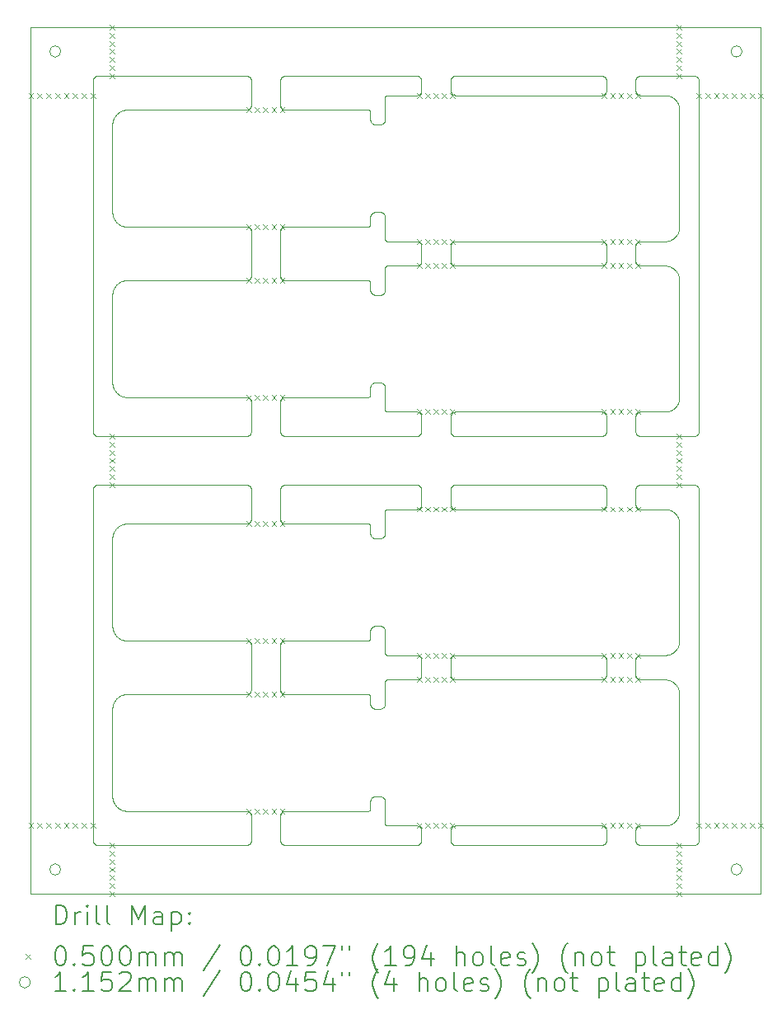
<source format=gbr>
%TF.GenerationSoftware,KiCad,Pcbnew,8.0.1*%
%TF.CreationDate,2025-05-23T10:36:48+02:00*%
%TF.ProjectId,panel-4,70616e65-6c2d-4342-9e6b-696361645f70,F*%
%TF.SameCoordinates,Original*%
%TF.FileFunction,Drillmap*%
%TF.FilePolarity,Positive*%
%FSLAX45Y45*%
G04 Gerber Fmt 4.5, Leading zero omitted, Abs format (unit mm)*
G04 Created by KiCad (PCBNEW 8.0.1) date 2025-05-23 10:36:48*
%MOMM*%
%LPD*%
G01*
G04 APERTURE LIST*
%ADD10C,0.100000*%
%ADD11C,0.200000*%
%ADD12C,0.115200*%
G04 APERTURE END LIST*
D10*
X3648232Y-8195509D02*
X3648762Y-8195839D01*
X6512183Y-700000D02*
X6262521Y-700003D01*
X6577983Y-4965065D02*
X6572229Y-4962421D01*
X6643945Y-6372234D02*
X6646877Y-6366620D01*
X6257610Y-2200240D02*
X6260052Y-2200060D01*
X6262521Y-700003D02*
X6260072Y-699943D01*
X4002579Y-4720175D02*
X4003989Y-4722178D01*
X3532519Y-5249735D02*
X3530089Y-5249434D01*
X849921Y-1959729D02*
X852565Y-1965483D01*
X4321010Y-3972177D02*
X4322420Y-3970175D01*
X6660850Y-2072086D02*
X6661650Y-2065803D01*
X2259482Y-4733090D02*
X2260251Y-4735415D01*
X856056Y-6222236D02*
X856668Y-6223339D01*
X6849573Y-4183611D02*
X6847885Y-4185385D01*
X5883786Y-6695218D02*
X5881547Y-6696210D01*
X3637440Y-6952541D02*
X3637259Y-6954984D01*
X856668Y-6926661D02*
X856056Y-6927764D01*
X6824725Y-4701495D02*
X6827085Y-4702149D01*
X6212605Y-4900103D02*
X6212601Y-4749903D01*
X5869811Y-4199460D02*
X5867380Y-4199760D01*
X839150Y-5227914D02*
X838350Y-5234196D01*
X6659287Y-3830809D02*
X6659541Y-3829574D01*
X3631605Y-2723619D02*
X3630398Y-2725750D01*
X4348014Y-502149D02*
X4350375Y-501495D01*
X3467011Y-6299555D02*
X3467526Y-6299478D01*
X3976958Y-6697879D02*
X3974598Y-6698533D01*
X2566398Y-819217D02*
X2565517Y-816932D01*
X6653368Y-2101496D02*
X6655416Y-2095504D01*
X2258596Y-5069212D02*
X2257603Y-5071452D01*
X2255300Y-4724247D02*
X2256507Y-4726378D01*
X3478777Y-3793953D02*
X3479230Y-3793523D01*
X6214096Y-6662226D02*
X6213559Y-6659837D01*
X3511766Y-6992874D02*
X3509697Y-6991564D01*
X668304Y-8396202D02*
X666065Y-8395209D01*
X2246010Y-4187073D02*
X2244156Y-4188673D01*
X6542071Y-2452959D02*
X6535838Y-2451841D01*
X874109Y-6901826D02*
X873288Y-6902783D01*
X6652929Y-6352682D02*
X6653367Y-6351499D01*
X6824725Y-4198505D02*
X6822335Y-4199041D01*
X3990197Y-2441617D02*
X3988128Y-2442928D01*
X5905297Y-2224253D02*
X5906504Y-2226385D01*
X3597321Y-5249036D02*
X3594908Y-5249454D01*
X3511775Y-6157129D02*
X3513905Y-6155922D01*
X3637640Y-2177532D02*
X3637721Y-2178047D01*
X6620771Y-4996207D02*
X6616293Y-4991729D01*
X2595711Y-3802896D02*
X2598037Y-3802128D01*
X3656240Y-3949192D02*
X3656751Y-3949295D01*
X6650079Y-6790271D02*
X6647435Y-6784516D01*
X3995959Y-6462924D02*
X3997733Y-6464613D01*
X3997759Y-6685411D02*
X3995985Y-6687100D01*
X879229Y-2003793D02*
X883707Y-2008271D01*
X4005295Y-3974245D02*
X4006502Y-3976376D01*
X3488066Y-2707411D02*
X3487765Y-2704981D01*
X3655527Y-8198986D02*
X3656854Y-8199329D01*
X648827Y-8381756D02*
X647320Y-8379825D01*
X2593409Y-6846222D02*
X2591170Y-6845230D01*
X2566421Y-5069219D02*
X2565540Y-5066934D01*
X5910202Y-4914601D02*
X5909433Y-4916926D01*
X4362502Y-700024D02*
X4360052Y-699964D01*
X3629090Y-3672209D02*
X3630401Y-3674278D01*
X5894153Y-6461330D02*
X5896007Y-6462930D01*
X6245690Y-4197083D02*
X6243405Y-4196201D01*
X3650946Y-8197125D02*
X3651493Y-8197428D01*
X4006482Y-2423647D02*
X4005275Y-2425778D01*
X864038Y-7985163D02*
X864759Y-7986199D01*
X3487585Y-7947468D02*
X3487765Y-7945026D01*
X864760Y-3736201D02*
X868509Y-3741305D01*
X4011436Y-3990164D02*
X4011854Y-3992577D01*
X3487276Y-2028153D02*
X3487355Y-2027530D01*
X965414Y-8048350D02*
X971696Y-8049150D01*
X4336846Y-3957099D02*
X4338977Y-3955892D01*
X4338982Y-6694121D02*
X4336850Y-6692914D01*
X6234783Y-6458409D02*
X6236852Y-6457099D01*
X4332825Y-2209817D02*
X4334827Y-2208407D01*
X641298Y-8369196D02*
X640417Y-8366911D01*
X6528301Y-2450849D02*
X6527046Y-2450722D01*
X677665Y-500959D02*
X680078Y-500540D01*
X6213564Y-6490164D02*
X6214101Y-6487774D01*
X6230850Y-4938677D02*
X6228995Y-4937077D01*
X6257615Y-8399760D02*
X6255184Y-8399460D01*
X2262394Y-2550115D02*
X2262334Y-2552565D01*
X2262154Y-3844992D02*
X2262334Y-3847435D01*
X3997779Y-4935414D02*
X3996005Y-4937102D01*
X3630398Y-6975750D02*
X3629087Y-6977820D01*
X4348024Y-4702149D02*
X4350385Y-4701496D01*
X3537425Y-3650032D02*
X3587599Y-3650032D01*
X837740Y-5241774D02*
X837676Y-5243033D01*
X6815048Y-8399940D02*
X6812599Y-8400000D01*
X3649830Y-2453476D02*
X3648666Y-2454202D01*
X3487468Y-6275626D02*
X3487500Y-6274373D01*
X6603805Y-6731009D02*
X6598701Y-6727260D01*
X3637532Y-4974370D02*
X3637500Y-4975631D01*
X838350Y-3665803D02*
X839150Y-3672086D01*
X902336Y-2626538D02*
X901301Y-2627259D01*
X5862491Y-2200000D02*
X5864941Y-2200060D01*
X4007603Y-3978564D02*
X4008596Y-3980803D01*
X3642304Y-8189699D02*
X3643143Y-8190783D01*
X3608935Y-3654823D02*
X3611123Y-3655924D01*
X6217391Y-2228566D02*
X6218492Y-2226378D01*
X4334785Y-4708412D02*
X4336854Y-4707101D01*
X6214096Y-4162224D02*
X6213560Y-4159834D01*
X2260246Y-5064602D02*
X2259477Y-5066927D01*
X6216404Y-2419200D02*
X6215522Y-2416915D01*
X2262400Y-6800114D02*
X2262340Y-6802564D01*
X5879262Y-6697091D02*
X5876937Y-6697859D01*
X2598020Y-8052128D02*
X2600380Y-8051474D01*
X6592373Y-6426948D02*
X6597661Y-6423463D01*
X2261441Y-4740166D02*
X2261859Y-4742579D01*
X4009456Y-2416934D02*
X4008575Y-2419220D01*
X840713Y-6969191D02*
X840459Y-6970426D01*
X5908552Y-3980796D02*
X5909433Y-3983081D01*
X6858701Y-8369196D02*
X6857709Y-8371435D01*
X4012109Y-2245002D02*
X4012290Y-2247445D01*
X2261854Y-3842561D02*
X2262154Y-3844992D01*
X2219799Y-849476D02*
X2217369Y-849776D01*
X2222232Y-8399041D02*
X2219819Y-8399460D01*
X6219703Y-8375750D02*
X6218496Y-8373619D01*
X3643966Y-708258D02*
X3643545Y-708724D01*
X3613245Y-5242898D02*
X3611113Y-5244105D01*
X3981545Y-2203798D02*
X3983784Y-2204790D01*
X4008602Y-8369196D02*
X4007609Y-8371435D01*
X844584Y-6195504D02*
X846632Y-6201496D01*
X6652929Y-2102682D02*
X6653367Y-2101499D01*
X3475720Y-3796200D02*
X3476232Y-3795843D01*
X2565540Y-3833066D02*
X2566421Y-3830781D01*
X6227221Y-3964615D02*
X6228995Y-3962926D01*
X4332825Y-4940198D02*
X4330894Y-4938692D01*
X4001067Y-3968243D02*
X4002574Y-3970174D01*
X3995985Y-2437100D02*
X3994130Y-2438700D01*
X2252574Y-3820158D02*
X2253984Y-3822160D01*
X3659976Y-2199861D02*
X3660496Y-2199898D01*
X859883Y-7978801D02*
X860550Y-7979871D01*
X5899423Y-3966385D02*
X5901022Y-3968239D01*
X957929Y-6297041D02*
X964162Y-6298158D01*
X4322427Y-4720180D02*
X4323934Y-4718249D01*
X6542071Y-4952959D02*
X6535838Y-4951841D01*
X6214100Y-537781D02*
X6214753Y-535420D01*
X3478359Y-6855719D02*
X3476235Y-6854159D01*
X637500Y-4749901D02*
X637560Y-4747452D01*
X3654528Y-8198658D02*
X3655015Y-8198841D01*
X3632707Y-971431D02*
X3631605Y-973619D01*
X4012158Y-4745010D02*
X4012339Y-4747453D01*
X4312840Y-3995009D02*
X4313140Y-3992578D01*
X3645756Y-2193532D02*
X3646717Y-2194357D01*
X3500456Y-7916415D02*
X3502145Y-7914642D01*
X5867344Y-6699767D02*
X5864902Y-6699947D01*
X2258596Y-3830787D02*
X2259477Y-3833073D01*
X3653238Y-3948195D02*
X3653820Y-3948428D01*
X4334864Y-8208404D02*
X4336933Y-8207095D01*
X2222234Y-6849057D02*
X2219821Y-6849476D01*
X920879Y-5115623D02*
X915266Y-5118555D01*
X4010250Y-4164584D02*
X4009482Y-4166910D01*
X4350423Y-6451495D02*
X4352812Y-6450958D01*
X6214100Y-8362219D02*
X6213564Y-8359829D01*
X5910895Y-4737785D02*
X5911431Y-4740175D01*
X3629087Y-5227820D02*
X3627676Y-5229823D01*
X6657855Y-3836981D02*
X6659286Y-3830812D01*
X3592491Y-1900272D02*
X3594922Y-1900572D01*
X908699Y-6872383D02*
X907629Y-6873050D01*
X3475163Y-6853491D02*
X3472827Y-6852270D01*
X4312660Y-4152548D02*
X4312600Y-4150099D01*
X6558004Y-3942916D02*
X6563996Y-3940868D01*
X3986023Y-8394108D02*
X3983835Y-8395209D01*
X987817Y-6300000D02*
X2212492Y-6299984D01*
X4360052Y-3950060D02*
X4362501Y-3950000D01*
X641298Y-530804D02*
X642291Y-528565D01*
X2261441Y-6809850D02*
X2260904Y-6812240D01*
X908699Y-5122383D02*
X907629Y-5123051D01*
X4327232Y-8385375D02*
X4325543Y-8383600D01*
X4328989Y-3962926D02*
X4330844Y-3961327D01*
X5909483Y-8366911D02*
X5908602Y-8369196D01*
X4314758Y-4735424D02*
X4315526Y-4733098D01*
X6631491Y-6391305D02*
X6635240Y-6386201D01*
X2563139Y-542578D02*
X2563558Y-540165D01*
X6861541Y-4740165D02*
X6861960Y-4742578D01*
X838350Y-7915803D02*
X839150Y-7922086D01*
X6657854Y-5063017D02*
X6657538Y-5061796D01*
X3487524Y-7949917D02*
X3487585Y-7947468D01*
X6558001Y-6707083D02*
X6556798Y-6706705D01*
X3604399Y-5247079D02*
X3602073Y-5247847D01*
X2607608Y-500240D02*
X2610051Y-500060D01*
X2569699Y-2074226D02*
X2571010Y-2072156D01*
X890285Y-6264214D02*
X895193Y-6268216D01*
X3635350Y-5214580D02*
X3634582Y-5216906D01*
X5872188Y-2449049D02*
X5869775Y-2449467D01*
X2259481Y-8366908D02*
X2258599Y-8369193D01*
X2564749Y-2085394D02*
X2565517Y-2083069D01*
X6609717Y-3914212D02*
X6610674Y-3913391D01*
X4332778Y-2440192D02*
X4330847Y-2438685D01*
X2226985Y-4702149D02*
X2229310Y-4702917D01*
X638459Y-540165D02*
X638995Y-537775D01*
X2256507Y-4173622D02*
X2255300Y-4175753D01*
X2586846Y-6307079D02*
X2588977Y-6305871D01*
X6221013Y-522181D02*
X6222423Y-520178D01*
X6255179Y-2200540D02*
X6257610Y-2200240D01*
X2262399Y-4150098D02*
X2262339Y-4152548D01*
X3481032Y-8041743D02*
X3481925Y-8040703D01*
X6243410Y-4946205D02*
X6241171Y-4945212D01*
X2226984Y-6847867D02*
X2224624Y-6848520D01*
X6528303Y-8199150D02*
X6534586Y-8198350D01*
X922014Y-6865066D02*
X920882Y-6865621D01*
X3487468Y-2624371D02*
X3487404Y-2623103D01*
X3972230Y-4949070D02*
X3969817Y-4949489D01*
X864760Y-1986201D02*
X868509Y-1991305D01*
X2562846Y-6805013D02*
X2562666Y-6802570D01*
X5912340Y-8352548D02*
X5912160Y-8354991D01*
X3534960Y-999915D02*
X3532519Y-999734D01*
X4350381Y-6698519D02*
X4348020Y-6697866D01*
X3488066Y-1942596D02*
X3488485Y-1940183D01*
X2567391Y-821456D02*
X2566398Y-819217D01*
X2572420Y-8379825D02*
X2571010Y-8377822D01*
X864038Y-3735163D02*
X864759Y-3736199D01*
X5906504Y-6476385D02*
X5907605Y-6478573D01*
X6592371Y-4973051D02*
X6591301Y-4972383D01*
X3656857Y-8199330D02*
X3657468Y-8199472D01*
X3467009Y-5100445D02*
X3464290Y-5100099D01*
X3503918Y-7912954D02*
X3505773Y-7911354D01*
X6660850Y-2577912D02*
X6660659Y-2576665D01*
X2257609Y-6821451D02*
X2256508Y-6823638D01*
X640417Y-4166911D02*
X639649Y-4164585D01*
X4313607Y-4909860D02*
X4313188Y-4907448D01*
X4317391Y-671459D02*
X4316398Y-669220D01*
X2578995Y-8062905D02*
X2580849Y-8061306D01*
X6243425Y-8203798D02*
X6245710Y-8202916D01*
X6838254Y-4192901D02*
X6836123Y-4194108D01*
X6232775Y-4709820D02*
X6234778Y-4708410D01*
X6212846Y-4904995D02*
X6212665Y-4902553D01*
X2572420Y-829846D02*
X2571010Y-827844D01*
X3486976Y-869966D02*
X3486844Y-869462D01*
X639649Y-8364585D02*
X638995Y-8362225D01*
X4322420Y-4179825D02*
X4321010Y-4177823D01*
X3604411Y-6152949D02*
X3606696Y-6153830D01*
X849920Y-2690273D02*
X849422Y-2691433D01*
X680078Y-4199460D02*
X677665Y-4199041D01*
X6849573Y-516389D02*
X6851173Y-518244D01*
X956691Y-3796787D02*
X957926Y-3797041D01*
X4002574Y-4929855D02*
X4001068Y-4931785D01*
X6214770Y-8235410D02*
X6215538Y-8233084D01*
X2212493Y-3799984D02*
X2214942Y-3800044D01*
X647320Y-4179825D02*
X645910Y-4177823D01*
X3967385Y-500240D02*
X3969816Y-500540D01*
X3638308Y-718740D02*
X3638205Y-719251D01*
X6214770Y-664593D02*
X6214117Y-662233D01*
X4355178Y-3950540D02*
X4357609Y-3950240D01*
X3475079Y-2603419D02*
X3474631Y-2603153D01*
X6236868Y-692905D02*
X6234799Y-691595D01*
X3490444Y-2716895D02*
X3489675Y-2714571D01*
X4011414Y-6659857D02*
X4010878Y-6662247D01*
X6225530Y-516392D02*
X6227219Y-514618D01*
X3487468Y-5124371D02*
X3487404Y-5123103D01*
X3522929Y-2747825D02*
X3520605Y-2747056D01*
X5911854Y-6492589D02*
X5912153Y-6495021D01*
X6660850Y-8072086D02*
X6661650Y-8065803D01*
X838350Y-6165803D02*
X839150Y-6172086D01*
X4012132Y-2405013D02*
X4011832Y-2407444D01*
X6635240Y-5013799D02*
X6631491Y-5008695D01*
X3634582Y-6966906D02*
X3633700Y-6969192D01*
X5912293Y-2402568D02*
X5912112Y-2405010D01*
X2591165Y-8395209D02*
X2588978Y-8394108D01*
X5883835Y-8204791D02*
X5886023Y-8205892D01*
X3520616Y-6152948D02*
X3522941Y-6152180D01*
X3487500Y-875627D02*
X3487468Y-874374D01*
X668304Y-503798D02*
X670589Y-502917D01*
X659677Y-508410D02*
X661746Y-507099D01*
X5910855Y-3987766D02*
X5911392Y-3990155D01*
X6222442Y-8220171D02*
X6223949Y-8218241D01*
X6556795Y-2456705D02*
X6550707Y-2454963D01*
X637740Y-4745009D02*
X638040Y-4742578D01*
X5881587Y-4196200D02*
X5879301Y-4197082D01*
X864759Y-6913801D02*
X864038Y-6914836D01*
X2222212Y-8050943D02*
X2224602Y-8051479D01*
X6610674Y-2486609D02*
X6609717Y-2485788D01*
X2565517Y-6333069D02*
X2566399Y-6330784D01*
X879229Y-6253793D02*
X883707Y-6258271D01*
X6571067Y-3938078D02*
X6572227Y-3937580D01*
X6227221Y-6464615D02*
X6228995Y-6462926D01*
X3983834Y-4195209D02*
X3981595Y-4196201D01*
X6598701Y-8172740D02*
X6603805Y-8168991D01*
X5899385Y-683628D02*
X5897696Y-685401D01*
X987183Y-2600008D02*
X980536Y-2600176D01*
X3482263Y-8040292D02*
X3482559Y-8039864D01*
X6534586Y-701650D02*
X6528303Y-700850D01*
X2569701Y-4175752D02*
X2568494Y-4173621D01*
X3638514Y-2468027D02*
X3638170Y-2469354D01*
X2212492Y-6299984D02*
X2214942Y-6300044D01*
X6631491Y-2141305D02*
X6635240Y-2136201D01*
X6660850Y-827912D02*
X6660659Y-826665D01*
X2598020Y-2597872D02*
X2595694Y-2597104D01*
X5903902Y-677844D02*
X5902492Y-679845D01*
X3637640Y-3927532D02*
X3637721Y-3928047D01*
X2562840Y-805012D02*
X2562660Y-802570D01*
X3974625Y-8398505D02*
X3972235Y-8399041D01*
X639649Y-4164585D02*
X638995Y-4162225D01*
X3994104Y-2211325D02*
X3995959Y-2212924D01*
X4316402Y-6669202D02*
X4315521Y-6666917D01*
X2591170Y-8054770D02*
X2593409Y-8053777D01*
X6643331Y-2526659D02*
X6640118Y-2521201D01*
X3636960Y-1942610D02*
X3637260Y-1945041D01*
X5879306Y-6452918D02*
X5881591Y-6453800D01*
X3476235Y-8045841D02*
X3478359Y-8044281D01*
X837500Y-6149684D02*
X837508Y-6150315D01*
X2247784Y-2064599D02*
X2249473Y-2066373D01*
X5911850Y-4742589D02*
X5912149Y-4745020D01*
X2262159Y-4154990D02*
X2261859Y-4157421D01*
X972954Y-850722D02*
X971699Y-850849D01*
X2572426Y-2579847D02*
X2571015Y-2577844D01*
X2238152Y-507100D02*
X2240221Y-508410D01*
X3621104Y-5237071D02*
X3619249Y-5238671D01*
X5888104Y-6692910D02*
X5885973Y-6694117D01*
X2562603Y-4749904D02*
X2562663Y-4747455D01*
X2262339Y-4152548D02*
X2262159Y-4154990D01*
X3621111Y-6162959D02*
X3622885Y-6164647D01*
X5899423Y-6683623D02*
X5897734Y-6685396D01*
X3638205Y-2180749D02*
X3638308Y-2181260D01*
X949293Y-854963D02*
X943204Y-856705D01*
X6223931Y-8381753D02*
X6222424Y-8379822D01*
X4319750Y-2224239D02*
X4321060Y-2222170D01*
X3491325Y-6969179D02*
X3490444Y-6966895D01*
X2571015Y-8072156D02*
X2572426Y-8070153D01*
X3651037Y-3947178D02*
X3651491Y-3947433D01*
X5906508Y-8226377D02*
X5907609Y-8228565D01*
X6236847Y-4707100D02*
X6238978Y-4705892D01*
X6218514Y-8226373D02*
X6219721Y-8224242D01*
X4010246Y-3985414D02*
X4010899Y-3987774D01*
X4334827Y-2208407D02*
X4336896Y-2207097D01*
X4350375Y-3951495D02*
X4352765Y-3950959D01*
X2246009Y-512928D02*
X2247783Y-514617D01*
X3602073Y-997847D02*
X3599712Y-998500D01*
X6245690Y-4702917D02*
X6248016Y-4702149D01*
X2214926Y-8050044D02*
X2217369Y-8050224D01*
X3463240Y-2049968D02*
X3463761Y-2049957D01*
X6640117Y-5021199D02*
X6639449Y-5020129D01*
X5883830Y-2204792D02*
X5886018Y-2205894D01*
X2217385Y-6300224D02*
X2219816Y-6300524D01*
X6661778Y-2585454D02*
X6661651Y-2584199D01*
X7500000Y-611D02*
X7499988Y-110D01*
X3996005Y-4937102D02*
X3994151Y-4938702D01*
X849422Y-7958567D02*
X849920Y-7959727D01*
X856055Y-5177766D02*
X853122Y-5183379D01*
X4338986Y-4705894D02*
X4341174Y-4704792D01*
X6659541Y-820426D02*
X6659287Y-819191D01*
X3522929Y-6997825D02*
X3520605Y-6997056D01*
X3495939Y-6172201D02*
X3497349Y-6170199D01*
X6228995Y-3962926D02*
X6230849Y-3961326D01*
X5901023Y-6681769D02*
X5899423Y-6683623D01*
X4314095Y-3987775D02*
X4314749Y-3985415D01*
X2226962Y-847867D02*
X2224602Y-848521D01*
X6855401Y-524246D02*
X6856608Y-526377D01*
X2226979Y-2597867D02*
X2224618Y-2598521D01*
X6626714Y-2147215D02*
X6630716Y-2142307D01*
X4312660Y-3997451D02*
X4312840Y-3995009D01*
X682509Y-8399760D02*
X680078Y-8399460D01*
X2569705Y-6825775D02*
X2568498Y-6823644D01*
X6647435Y-8115483D02*
X6650079Y-8109729D01*
X3487068Y-2620487D02*
X3486978Y-2619974D01*
X3629090Y-7922209D02*
X3630401Y-7924278D01*
X3469977Y-851161D02*
X3469373Y-850988D01*
X6215521Y-533094D02*
X6216402Y-530809D01*
X6585841Y-6430831D02*
X6591299Y-6427618D01*
X5886004Y-505896D02*
X5888136Y-507104D01*
X2564754Y-2564607D02*
X2564101Y-2562246D01*
X3486976Y-2619966D02*
X3486844Y-2619462D01*
X3643145Y-3940785D02*
X3643542Y-3941272D01*
X3491325Y-969179D02*
X3490444Y-966895D01*
X3503918Y-1912954D02*
X3505773Y-1911354D01*
X4321009Y-522177D02*
X4322419Y-520175D01*
X6620771Y-6746207D02*
X6616293Y-6741729D01*
X6222421Y-4179825D02*
X6221010Y-4177822D01*
X6212680Y-652558D02*
X6212620Y-650108D01*
X3645683Y-4956548D02*
X3645287Y-4956886D01*
X4312922Y-8244984D02*
X4313223Y-8242554D01*
X5912293Y-6652568D02*
X5912112Y-6655010D01*
X6230849Y-3961326D02*
X6232780Y-3959820D01*
X6838254Y-507099D02*
X6840323Y-508410D01*
X3490445Y-1933110D02*
X3491327Y-1930825D01*
X4003985Y-4927852D02*
X4002574Y-4929855D01*
X4012395Y-4900129D02*
X4012334Y-4902578D01*
X3985971Y-2205891D02*
X3988102Y-2207098D01*
X3502139Y-985361D02*
X3500451Y-983588D01*
X4323943Y-8381745D02*
X4322437Y-8379813D01*
X2233834Y-4704791D02*
X2236022Y-4705892D01*
X3471866Y-6298156D02*
X3472350Y-6297965D01*
X5911812Y-3992568D02*
X5912112Y-3994998D01*
X3490444Y-966895D02*
X3489675Y-964571D01*
X3522941Y-1902180D02*
X3525301Y-1901527D01*
X2256506Y-8373620D02*
X2255298Y-8375752D01*
X6223949Y-8218241D02*
X6225549Y-8216386D01*
X2610057Y-6849961D02*
X2607614Y-6849781D01*
X3659976Y-6449861D02*
X3660496Y-6449898D01*
X3654422Y-4951367D02*
X3653235Y-4951806D01*
X6822335Y-500959D02*
X6824725Y-501495D01*
X4321060Y-2222170D02*
X4322470Y-2220169D01*
X3661759Y-4950032D02*
X3661239Y-4950043D01*
X2229308Y-8397083D02*
X2226982Y-8397851D01*
X5910202Y-3985406D02*
X5910855Y-3987766D01*
X2224619Y-3801479D02*
X2226979Y-3802133D01*
X3636541Y-7940197D02*
X3636960Y-7942610D01*
X3626169Y-6981754D02*
X3624568Y-6983608D01*
X3969822Y-8200540D02*
X3972235Y-8200959D01*
X5874577Y-6698512D02*
X5872188Y-6699048D01*
X2584777Y-6308389D02*
X2586846Y-6307079D01*
X2252574Y-2579842D02*
X2251067Y-2581773D01*
X3485927Y-5116318D02*
X3485680Y-5115744D01*
X3507696Y-6990154D02*
X3505766Y-6988648D01*
X3632707Y-2721431D02*
X3631605Y-2723619D01*
X980536Y-8049823D02*
X987183Y-8049992D01*
X6650578Y-5041433D02*
X6650080Y-5040273D01*
X6212841Y-2245010D02*
X6213141Y-2242579D01*
X6213559Y-6659837D02*
X6213141Y-6657423D01*
X4006456Y-6476373D02*
X4007557Y-6478560D01*
X3964949Y-8399940D02*
X3962499Y-8400000D01*
X4323977Y-6468238D02*
X4325577Y-6466384D01*
X5879227Y-697092D02*
X5876902Y-697860D01*
X4319750Y-6474239D02*
X4321060Y-6472170D01*
X6635963Y-8135161D02*
X6639448Y-8129873D01*
X3484347Y-6287120D02*
X3484622Y-6286559D01*
X3979310Y-4197083D02*
X3976984Y-4197851D01*
X3481096Y-858342D02*
X3479232Y-856479D01*
X4011854Y-4907452D02*
X4011436Y-4909865D01*
X896193Y-2631010D02*
X895195Y-2631782D01*
X2253988Y-8377821D02*
X2252578Y-8379824D01*
X2240200Y-8058393D02*
X2242202Y-8059803D01*
X5902580Y-8220174D02*
X5903990Y-8222177D01*
X3661870Y-8199968D02*
X3663131Y-8200000D01*
X5888145Y-4192898D02*
X5886014Y-4194106D01*
X4008575Y-6669219D02*
X4007583Y-6671459D01*
X6621643Y-6402875D02*
X6625889Y-6398176D01*
X914159Y-5119169D02*
X908701Y-5122382D01*
X3641714Y-8188829D02*
X3641988Y-8189272D01*
X3640323Y-2186465D02*
X3641713Y-2188827D01*
X2242225Y-4190180D02*
X2240222Y-4191590D01*
X3652078Y-8197680D02*
X3654526Y-8198658D01*
X3643143Y-4959217D02*
X3642304Y-4960301D01*
X3479167Y-6293605D02*
X3480161Y-6292660D01*
X837740Y-6991773D02*
X837676Y-6993033D01*
X6257629Y-8200240D02*
X6260071Y-8200060D01*
X3491327Y-6180825D02*
X3492320Y-6178587D01*
X3648844Y-2195916D02*
X3649278Y-2196204D01*
X3644841Y-2192663D02*
X3645285Y-2193106D01*
X6661651Y-2065801D02*
X6661778Y-2064546D01*
X4313559Y-659859D02*
X4313140Y-657446D01*
X6597661Y-6726537D02*
X6592373Y-6723052D01*
X2242202Y-8059803D02*
X2244133Y-8061310D01*
X2238153Y-4192900D02*
X2236022Y-4194108D01*
X3471172Y-2601570D02*
X3470576Y-2601383D01*
X6535838Y-8198158D02*
X6542071Y-8197041D01*
X4327266Y-6464611D02*
X4329040Y-6462922D01*
X3649742Y-703540D02*
X3649285Y-703791D01*
X3996010Y-4187073D02*
X3994155Y-4188673D01*
X4313559Y-4159835D02*
X4313140Y-4157422D01*
X3493419Y-973604D02*
X3492318Y-971417D01*
X6615375Y-740856D02*
X6610676Y-736611D01*
X2584783Y-2591611D02*
X2582780Y-2590201D01*
X3463770Y-6299956D02*
X3464288Y-6299901D01*
X2259477Y-6333073D02*
X2260245Y-6335398D01*
X915266Y-2031445D02*
X920879Y-2034377D01*
X6626714Y-8147215D02*
X6630716Y-8142307D01*
X3647205Y-705245D02*
X3646719Y-705641D01*
X3477280Y-2604867D02*
X3476774Y-2604496D01*
X4012154Y-4905021D02*
X4011854Y-4907452D01*
X840459Y-3679574D02*
X840713Y-3680809D01*
X4012132Y-6655013D02*
X4011832Y-6657444D01*
X2226962Y-8052132D02*
X2229288Y-8052901D01*
X6862260Y-4154991D02*
X6861960Y-4157422D01*
X5907609Y-8371435D02*
X5906508Y-8373623D01*
X637500Y-8350099D02*
X637500Y-4749901D01*
X6262502Y-2200000D02*
X6512183Y-2200000D01*
X3487765Y-6195026D02*
X3488066Y-6192596D01*
X2562600Y-6349881D02*
X2562660Y-6347431D01*
X6262506Y-3950000D02*
X6512183Y-3950000D01*
X4352764Y-500959D02*
X4355177Y-500540D01*
X3500456Y-1916415D02*
X3502145Y-1914642D01*
X6662500Y-2049683D02*
X6662500Y-850317D01*
X956688Y-853214D02*
X950519Y-854645D01*
X5901070Y-2218249D02*
X5902577Y-2220181D01*
X2233812Y-8054774D02*
X2236000Y-8055875D01*
X884625Y-3759143D02*
X889324Y-3763389D01*
X5881596Y-8396202D02*
X5879311Y-8397083D01*
X3648232Y-3945509D02*
X3648762Y-3945839D01*
X3489022Y-5212211D02*
X3488485Y-5209823D01*
X3468041Y-5100644D02*
X3467534Y-5100524D01*
X4328993Y-2437085D02*
X4327219Y-2435395D01*
X2219816Y-5099476D02*
X2217385Y-5099776D01*
X3497349Y-1920199D02*
X3498856Y-1918269D01*
X5909474Y-4733098D02*
X5910242Y-4735424D01*
X6212841Y-4745010D02*
X6213141Y-4742579D01*
X907629Y-6276949D02*
X908699Y-6277617D01*
X4362501Y-3950000D02*
X5862452Y-3950000D01*
X5879301Y-4702918D02*
X5881587Y-4703800D01*
X2251050Y-8068226D02*
X2252557Y-8070157D01*
X2563146Y-8092556D02*
X2563564Y-8090143D01*
X5890173Y-6691600D02*
X5888104Y-6692910D01*
X4343409Y-2446216D02*
X4341170Y-2445223D01*
X2224624Y-4198505D02*
X2222234Y-4199041D01*
X920879Y-865622D02*
X915266Y-868555D01*
X3534960Y-2749915D02*
X3532519Y-2749735D01*
X2577221Y-2585406D02*
X2575532Y-2583632D01*
X4314748Y-535415D02*
X4315516Y-533089D01*
X3513905Y-7905922D02*
X3516093Y-7904821D01*
X6856608Y-8373623D02*
X6855401Y-8375754D01*
X6213564Y-3990164D02*
X6214101Y-3987774D01*
X936001Y-5109133D02*
X934818Y-5109571D01*
X6217413Y-8228561D02*
X6218514Y-8226373D01*
X5874542Y-698513D02*
X5872153Y-699049D01*
X2610056Y-8050039D02*
X2612506Y-8049979D01*
X3472827Y-3797729D02*
X3475163Y-3796509D01*
X964165Y-8048159D02*
X965412Y-8048350D01*
X6635963Y-2135161D02*
X6639448Y-2129873D01*
X2605178Y-2050519D02*
X2607609Y-2050219D01*
X5864902Y-6699947D02*
X5862453Y-6700007D01*
X6528303Y-2199150D02*
X6534586Y-2198350D01*
X941998Y-2042917D02*
X943202Y-2043294D01*
X3637500Y-4975633D02*
X3637500Y-5200091D01*
X2605200Y-3800519D02*
X2607631Y-3800219D01*
X927773Y-3787580D02*
X928932Y-3788078D01*
X3469982Y-6298837D02*
X3470576Y-6298634D01*
X2217385Y-3800224D02*
X2219816Y-3800524D01*
X3657465Y-4950524D02*
X3656958Y-4950644D01*
X6248036Y-8202148D02*
X6250396Y-8201495D01*
X6520726Y-6700240D02*
X6519467Y-6700176D01*
X6212841Y-6654992D02*
X6212661Y-6652550D01*
X6230844Y-6688676D02*
X6228990Y-6687076D01*
X5892175Y-3959817D02*
X5894106Y-3961323D01*
X6659286Y-6819188D02*
X6657855Y-6813019D01*
X908701Y-3777618D02*
X914159Y-3780831D01*
X4319699Y-4175754D02*
X4318492Y-4173623D01*
X2605177Y-500540D02*
X2607608Y-500240D01*
X2224618Y-6301479D02*
X2226979Y-6302133D01*
X6542071Y-702959D02*
X6535838Y-701841D01*
X2584779Y-4708410D02*
X2586849Y-4707100D01*
X3988154Y-8392901D02*
X3986023Y-8394108D01*
X860550Y-2670129D02*
X859883Y-2671199D01*
X6856608Y-4726377D02*
X6857709Y-4728565D01*
X637560Y-547452D02*
X637740Y-545009D01*
X2566401Y-4169194D02*
X2565519Y-4166908D01*
X6610676Y-6413389D02*
X6615375Y-6409143D01*
X3988148Y-3957099D02*
X3990217Y-3958409D01*
X2582780Y-2590201D02*
X2580849Y-2588694D01*
X859883Y-1978801D02*
X860550Y-1979871D01*
X5907609Y-8228565D02*
X5908601Y-8230804D01*
X5890173Y-3958407D02*
X5892175Y-3959817D01*
X3604399Y-6997079D02*
X3602073Y-6997847D01*
X5897734Y-6685396D02*
X5895960Y-6687084D01*
X2567390Y-528565D02*
X2568491Y-526377D01*
X3615315Y-5241588D02*
X3613245Y-5242898D01*
X3627676Y-979823D02*
X3626169Y-981754D01*
X860552Y-6229873D02*
X864037Y-6235161D01*
X6252786Y-699044D02*
X6250396Y-698508D01*
X3990222Y-4708410D02*
X3992224Y-4709820D01*
X901301Y-2022741D02*
X902336Y-2023462D01*
X3500451Y-6983588D02*
X3498852Y-6981734D01*
X2238131Y-842917D02*
X2236000Y-844124D01*
X6861004Y-8362225D02*
X6860351Y-8364585D01*
X2256508Y-6823638D02*
X2255300Y-6825769D01*
X6222442Y-679832D02*
X6221032Y-677829D01*
X3649830Y-6703476D02*
X3648666Y-6704202D01*
X6214117Y-662233D02*
X6213580Y-659844D01*
X6653368Y-8101496D02*
X6655416Y-8095504D01*
X4350397Y-8398504D02*
X4348036Y-8397850D01*
X5894106Y-2438684D02*
X5892175Y-2440190D01*
X6214754Y-2414589D02*
X6214101Y-2412229D01*
X6630718Y-6392305D02*
X6631490Y-6391307D01*
X2602770Y-8050938D02*
X2605183Y-8050519D01*
X6512815Y-4950008D02*
X6512184Y-4950000D01*
X873288Y-3747217D02*
X874109Y-3748174D01*
X4338977Y-4194108D02*
X4336846Y-4192901D01*
X6212620Y-650108D02*
X6212606Y-549908D01*
X6662259Y-5091771D02*
X6661778Y-5085456D01*
X4327304Y-8214606D02*
X4329077Y-8212918D01*
X6214101Y-4912229D02*
X6213564Y-4909839D01*
X6661651Y-3815801D02*
X6661778Y-3814546D01*
X4011436Y-4909865D02*
X4010899Y-4912254D01*
X6234783Y-3958409D02*
X6236852Y-3957099D01*
X3647809Y-4954814D02*
X3645685Y-4956547D01*
X6563996Y-6709132D02*
X6558004Y-6707084D01*
X934818Y-8040429D02*
X936001Y-8040867D01*
X856669Y-3723341D02*
X859882Y-3728799D01*
X3637440Y-1947484D02*
X3637500Y-1949933D01*
X5911431Y-4159825D02*
X5910895Y-4162215D01*
X4312646Y-2249889D02*
X4312707Y-2247439D01*
X869282Y-6907695D02*
X868510Y-6908693D01*
X6631490Y-5008693D02*
X6630718Y-5007695D01*
X2582797Y-3809798D02*
X2584800Y-3808388D01*
X5879311Y-8397083D02*
X5876985Y-8397851D01*
X3633700Y-6969192D02*
X3632707Y-6971431D01*
X645910Y-4722177D02*
X647320Y-4720175D01*
X6585841Y-8180831D02*
X6591299Y-8177618D01*
X2251067Y-6318227D02*
X2252574Y-6320158D01*
X2261857Y-8357418D02*
X2261438Y-8359832D01*
X3498856Y-3668269D02*
X3500456Y-3666415D01*
X979273Y-6299759D02*
X980533Y-6299823D01*
X4362547Y-6450000D02*
X5862491Y-6450000D01*
X3482560Y-6289862D02*
X3484010Y-6287661D01*
X4323934Y-4718249D02*
X4325534Y-4716394D01*
X5911812Y-6657440D02*
X5911393Y-6659853D01*
X3656753Y-3949295D02*
X3659451Y-3949779D01*
X3979284Y-6697111D02*
X3976958Y-6697879D01*
X6604805Y-731782D02*
X6603807Y-731010D01*
X6615375Y-4990856D02*
X6610676Y-4986611D01*
X5906458Y-2423637D02*
X5905250Y-2425768D01*
X2573927Y-2068223D02*
X2575526Y-2066369D01*
X5912112Y-3994998D02*
X5912293Y-3997440D01*
X6572229Y-2187579D02*
X6577983Y-2184935D01*
X950517Y-854646D02*
X949295Y-854962D01*
X3969802Y-699488D02*
X3967371Y-699788D01*
X5902572Y-4179820D02*
X5901066Y-4181751D01*
X6535835Y-2451841D02*
X6534588Y-2451650D01*
X4010246Y-4914615D02*
X4009477Y-4916940D01*
X837508Y-3650316D02*
X837676Y-3656964D01*
X4313146Y-2407426D02*
X4312847Y-2404994D01*
X5862452Y-3950000D02*
X5864901Y-3950060D01*
X838349Y-2734199D02*
X838222Y-2735454D01*
X3631605Y-5223619D02*
X3630398Y-5225750D01*
X5912329Y-4747463D02*
X5912388Y-4749913D01*
X3972185Y-6450959D02*
X3974574Y-6451495D01*
X6221032Y-677829D02*
X6219721Y-675761D01*
X2572419Y-520175D02*
X2573926Y-518244D01*
X6550704Y-6704962D02*
X6549483Y-6704646D01*
X12Y-110D02*
X0Y-611D01*
X3643967Y-3941743D02*
X3644912Y-3942737D01*
X6640118Y-8128799D02*
X6643331Y-8123341D01*
X5906500Y-4173616D02*
X5905293Y-4175747D01*
X2256485Y-823641D02*
X2255278Y-825772D01*
X3516082Y-6995182D02*
X3513896Y-6994081D01*
X6861960Y-4742578D02*
X6862260Y-4745009D01*
X655744Y-4711327D02*
X657675Y-4709820D01*
X2261860Y-2092563D02*
X2262159Y-2094993D01*
X889324Y-2636611D02*
X884625Y-2640856D01*
X4345694Y-2447097D02*
X4343409Y-2446216D01*
X914161Y-3780832D02*
X915264Y-3781444D01*
X3647715Y-704870D02*
X3647209Y-705242D01*
X6844256Y-4711327D02*
X6846111Y-4712927D01*
X2595689Y-6302896D02*
X2598015Y-6302128D01*
X3470578Y-2048633D02*
X3471864Y-2048157D01*
X4313559Y-3990165D02*
X4314095Y-3987775D01*
X987184Y-3799992D02*
X987815Y-3800000D01*
X896195Y-3768991D02*
X901299Y-3772740D01*
X680078Y-4700540D02*
X682509Y-4700240D01*
X907626Y-2623052D02*
X902339Y-2626537D01*
X2236022Y-2055876D02*
X2238153Y-2057083D01*
X5872187Y-3950958D02*
X5874576Y-3951495D01*
X3615315Y-991588D02*
X3613245Y-992898D01*
X3530089Y-999434D02*
X3527677Y-999015D01*
X6213141Y-2242579D02*
X6213559Y-2240166D01*
X964162Y-5101841D02*
X957929Y-5102959D01*
X3636541Y-5209829D02*
X3636004Y-5212219D01*
X659677Y-8391590D02*
X657675Y-8390180D01*
X640417Y-4733089D02*
X641298Y-4730804D01*
X4316398Y-3980804D02*
X4317391Y-3978565D01*
X6833935Y-504791D02*
X6836123Y-505892D01*
X2247784Y-4185384D02*
X2246010Y-4187073D01*
X2236020Y-8394107D02*
X2233833Y-8395209D01*
X2261860Y-6807437D02*
X2261441Y-6809850D01*
X4006456Y-2226373D02*
X4007557Y-2228560D01*
X3606696Y-3653830D02*
X3608935Y-3654823D01*
X5892175Y-6690190D02*
X5890173Y-6691600D01*
X3484347Y-862869D02*
X3484080Y-862421D01*
X3479165Y-6856393D02*
X3478780Y-6856042D01*
X5886014Y-4705894D02*
X5888145Y-4707101D01*
X3602085Y-1902181D02*
X3604411Y-1902949D01*
X2595694Y-6847104D02*
X2593409Y-6846222D01*
X2562843Y-4154988D02*
X2562663Y-4152545D01*
X3485680Y-8034256D02*
X3485927Y-8033682D01*
X638040Y-4742578D02*
X638459Y-4740165D01*
X878358Y-8002877D02*
X879227Y-8003791D01*
X5912392Y-6499914D02*
X5912354Y-6650119D01*
X3636960Y-6192610D02*
X3637260Y-6195041D01*
X5910166Y-664613D02*
X5909397Y-666938D01*
X864038Y-1985163D02*
X864759Y-1986199D01*
X2568492Y-2076357D02*
X2569699Y-2074226D01*
X6260057Y-2449943D02*
X6257615Y-2449763D01*
X6212620Y-8249894D02*
X6212680Y-8247445D01*
X2262394Y-5050115D02*
X2262334Y-5052565D01*
X6616291Y-4991727D02*
X6615377Y-4990858D01*
X3505773Y-7911354D02*
X3507703Y-7909848D01*
X6643944Y-5027764D02*
X6643332Y-5026661D01*
X2222229Y-3800943D02*
X2224619Y-3801479D01*
X6236868Y-8207098D02*
X6238999Y-8205891D01*
X837508Y-7900316D02*
X837676Y-7906964D01*
X3468041Y-6850643D02*
X3467534Y-6850524D01*
X987183Y-6850008D02*
X980536Y-6850176D01*
X3469371Y-850988D02*
X3468043Y-850644D01*
X2255278Y-825772D02*
X2253967Y-827841D01*
X3979306Y-4947112D02*
X3976980Y-4947880D01*
X6212601Y-4749903D02*
X6212661Y-4747453D01*
X2571009Y-522177D02*
X2572419Y-520175D01*
X6657538Y-6338204D02*
X6657854Y-6336983D01*
X6216399Y-6669198D02*
X6215517Y-6666913D01*
X4327223Y-4714620D02*
X4328997Y-4712930D01*
X6563996Y-709132D02*
X6558004Y-707084D01*
X2249467Y-6316373D02*
X2251067Y-6318227D01*
X3505773Y-6161354D02*
X3507703Y-6159848D01*
X2260229Y-814604D02*
X2259460Y-816929D01*
X6661778Y-6314544D02*
X6662259Y-6308229D01*
X6603805Y-4981009D02*
X6598701Y-4977260D01*
X6635962Y-2514837D02*
X6635241Y-2513801D01*
X3636004Y-3687807D02*
X3636541Y-3690197D01*
X6662259Y-6841771D02*
X6661778Y-6835456D01*
X6662323Y-843033D02*
X6662259Y-841773D01*
X3497349Y-6170199D02*
X3498856Y-6168269D01*
X2262138Y-805010D02*
X2261838Y-807441D01*
X3637532Y-724370D02*
X3637500Y-725631D01*
X3613245Y-2742898D02*
X3611113Y-2744105D01*
X4011440Y-4740166D02*
X4011859Y-4742579D01*
X6655794Y-805702D02*
X6655417Y-804498D01*
X6221010Y-6677825D02*
X6219700Y-6675756D01*
X4318491Y-526377D02*
X4319699Y-524246D01*
X3488066Y-5207411D02*
X3487765Y-5204981D01*
X3615315Y-6991588D02*
X3613245Y-6992898D01*
X3497349Y-7920199D02*
X3498856Y-7918269D01*
X3996011Y-8212926D02*
X3997785Y-8214615D01*
X895193Y-881784D02*
X890285Y-885786D01*
X3492318Y-6971417D02*
X3491325Y-6969179D01*
X6660850Y-5077912D02*
X6660659Y-5076665D01*
X4325615Y-8216379D02*
X4327304Y-8214606D01*
X837500Y-7000317D02*
X837500Y-7899683D01*
X6241170Y-6454791D02*
X6243409Y-6453798D01*
X3638866Y-716922D02*
X3638456Y-718230D01*
X5869811Y-4700540D02*
X5872225Y-4700959D01*
X839341Y-976665D02*
X839150Y-977912D01*
X3469373Y-6299011D02*
X3469977Y-6298839D01*
X3962493Y-500000D02*
X3964943Y-500060D01*
X6846111Y-8387073D02*
X6844256Y-8388673D01*
X2257586Y-821453D02*
X2256485Y-823641D01*
X3485927Y-6866318D02*
X3485680Y-6865744D01*
X6234778Y-4191590D02*
X6232775Y-4190180D01*
X4357609Y-4199760D02*
X4355178Y-4199460D01*
X6228990Y-4187073D02*
X6227216Y-4185384D01*
X3463761Y-6850043D02*
X3463240Y-6850032D01*
X3637500Y-6424369D02*
X3637532Y-6425630D01*
X3645765Y-2456482D02*
X3645291Y-2456888D01*
X3481925Y-6859297D02*
X3481032Y-6858256D01*
X3981596Y-8396202D02*
X3979311Y-8397083D01*
X6234799Y-691595D02*
X6232797Y-690185D01*
X838349Y-5234199D02*
X838222Y-5235454D01*
X3964899Y-2200060D02*
X3967341Y-2200240D01*
X5890173Y-2441600D02*
X5888104Y-2442910D01*
X2214948Y-4700060D02*
X2217390Y-4700240D01*
X4314101Y-2412230D02*
X4313564Y-2409839D01*
X668304Y-4196202D02*
X666065Y-4195209D01*
X2219816Y-6300524D02*
X2222229Y-6300943D01*
X6592373Y-3926948D02*
X6597661Y-3923463D01*
X2598020Y-6847872D02*
X2595694Y-6847104D01*
X6643331Y-6776659D02*
X6640118Y-6771201D01*
X856669Y-1973341D02*
X859882Y-1978799D01*
X3649830Y-4953476D02*
X3648666Y-4954202D01*
X839150Y-6977914D02*
X838350Y-6984196D01*
X868509Y-5158695D02*
X864760Y-5163799D01*
X4315603Y-8233070D02*
X4316485Y-8230786D01*
X2586849Y-4707100D02*
X2588980Y-4705893D01*
X3463238Y-5100032D02*
X2612523Y-5100021D01*
X6227221Y-2435388D02*
X6225532Y-2433614D01*
X4010903Y-4162224D02*
X4010250Y-4164584D01*
X3995985Y-6687100D02*
X3994130Y-6688700D01*
X873286Y-2652785D02*
X869284Y-2657693D01*
X6659541Y-6329571D02*
X6660658Y-6323338D01*
X3638308Y-6718740D02*
X3638205Y-6719251D01*
X6520726Y-4950240D02*
X6519467Y-4950177D01*
X3648764Y-3945840D02*
X3651035Y-3947177D01*
X2214945Y-8399940D02*
X2212495Y-8400000D01*
X6228993Y-8387071D02*
X6227219Y-8385382D01*
X928935Y-8038079D02*
X934816Y-8040428D01*
X3636541Y-2709829D02*
X3636004Y-2712219D01*
X3659342Y-2450224D02*
X3658719Y-2450304D01*
X2565516Y-533089D02*
X2566398Y-530804D01*
X5883785Y-3954789D02*
X5885973Y-3955890D01*
X914161Y-2030832D02*
X915264Y-2031444D01*
X3626169Y-981754D02*
X3624568Y-983608D01*
X3647209Y-2194758D02*
X3647715Y-2195130D01*
X5897785Y-8214615D02*
X5899473Y-8216389D01*
X844205Y-3694298D02*
X844583Y-3695501D01*
X4360098Y-2200060D02*
X4362547Y-2200000D01*
X5888067Y-692912D02*
X5885937Y-694119D01*
X3983835Y-8204791D02*
X3986023Y-8205892D01*
X6228995Y-4937077D02*
X6227221Y-4935388D01*
X3534976Y-1900092D02*
X3537425Y-1900032D01*
X6213145Y-4907426D02*
X6212846Y-4904995D01*
X682509Y-4700240D02*
X684952Y-4700060D01*
X2584777Y-2058389D02*
X2586846Y-2057079D01*
X3640976Y-6437670D02*
X3641702Y-6438834D01*
X896193Y-881010D02*
X895195Y-881782D01*
X3663133Y-8200000D02*
X3962499Y-8200000D01*
X3964929Y-699968D02*
X3962479Y-700029D01*
X3482631Y-860217D02*
X3481792Y-859133D01*
X3469373Y-3799011D02*
X3469977Y-3798839D01*
X3648673Y-6445787D02*
X3651035Y-6447177D01*
X3629090Y-1922209D02*
X3630401Y-1924278D01*
X661746Y-4192901D02*
X659677Y-4191590D01*
X3525301Y-1901527D02*
X3527691Y-1900990D01*
X6597661Y-2476537D02*
X6592373Y-2473052D01*
X4312667Y-6652551D02*
X4312608Y-6650101D01*
X4348015Y-3952149D02*
X4350375Y-3951495D01*
X4334777Y-4191590D02*
X4332775Y-4190180D01*
X3608925Y-5245206D02*
X3606685Y-5246198D01*
X4312864Y-8354966D02*
X4312685Y-8352523D01*
X3655627Y-4950988D02*
X3655023Y-4951161D01*
X934816Y-2609572D02*
X928935Y-2611921D01*
X6212661Y-2247453D02*
X6212841Y-2245010D01*
X3518331Y-3653829D02*
X3520616Y-3652948D01*
X859883Y-6228801D02*
X860550Y-6229871D01*
X3652652Y-2197961D02*
X3653238Y-2198178D01*
X2591187Y-5095230D02*
X2589000Y-5094129D01*
X3990171Y-2208408D02*
X3992173Y-2209818D01*
X5911393Y-2409853D02*
X5910856Y-2412242D01*
X2598015Y-8397851D02*
X2595690Y-8397083D01*
X6615377Y-6409142D02*
X6616291Y-6408273D01*
X6241170Y-8395208D02*
X6238982Y-8394107D01*
X3483354Y-2038744D02*
X3484079Y-2037580D01*
X3463240Y-8049968D02*
X3463761Y-8049957D01*
X6245695Y-4947086D02*
X6243410Y-4946205D01*
X6592373Y-2176948D02*
X6597661Y-2173463D01*
X2565523Y-2566932D02*
X2564754Y-2564607D01*
X6646877Y-2533379D02*
X6643945Y-2527766D01*
X6592371Y-2473051D02*
X6591301Y-2472383D01*
X3652082Y-2197682D02*
X3652643Y-2197957D01*
X6250376Y-4701496D02*
X6252766Y-4700959D01*
X4313607Y-2240154D02*
X4314144Y-2237765D01*
X6243409Y-6453798D02*
X6245695Y-6452917D01*
X949293Y-5104963D02*
X943204Y-5106705D01*
X987184Y-6299992D02*
X987815Y-6300000D01*
X6861960Y-8357422D02*
X6861541Y-8359835D01*
X3636960Y-7942610D02*
X3637260Y-7945041D01*
X4352765Y-699065D02*
X4350376Y-698529D01*
X6643945Y-3872234D02*
X6646877Y-3866620D01*
X2564754Y-8085393D02*
X2565523Y-8083067D01*
X5883826Y-4195208D02*
X5881587Y-4196200D01*
X3463770Y-8049956D02*
X3464288Y-8049901D01*
X5862487Y-4200000D02*
X4362501Y-4200000D01*
X2260904Y-2087760D02*
X2261441Y-2090149D01*
X3651499Y-6447437D02*
X3651973Y-6447652D01*
X5911441Y-8240165D02*
X5911860Y-8242578D01*
X864037Y-6914839D02*
X860552Y-6920126D01*
X3999448Y-2433637D02*
X3997759Y-2435411D01*
X6857709Y-528565D02*
X6858701Y-530804D01*
X3635351Y-1935447D02*
X3636004Y-1937807D01*
X5910247Y-6485425D02*
X5910899Y-6487786D01*
X3639072Y-3933679D02*
X3639305Y-3934262D01*
X3997785Y-8385384D02*
X3996011Y-8387073D01*
X6833935Y-4704791D02*
X6836123Y-4705892D01*
X4362548Y-4950015D02*
X4360099Y-4949955D01*
X6542071Y-6702959D02*
X6535838Y-6701841D01*
X5897777Y-4714620D02*
X5899466Y-4716394D01*
X3656232Y-2450810D02*
X3655736Y-2450968D01*
X5903940Y-3972171D02*
X5905250Y-3974240D01*
X4327215Y-3964615D02*
X4328989Y-3962926D01*
X3604399Y-997079D02*
X3602073Y-997847D01*
X2562863Y-3844985D02*
X2563163Y-3842554D01*
X5905301Y-8224246D02*
X5906508Y-8226377D01*
X6572227Y-2462420D02*
X6571067Y-2461922D01*
X3636960Y-957415D02*
X3636541Y-959829D01*
X3530089Y-2749434D02*
X3527677Y-2749015D01*
X3656243Y-2199187D02*
X3656855Y-2199313D01*
X2217369Y-849776D02*
X2214926Y-849956D01*
X2598015Y-2052128D02*
X2600375Y-2051474D01*
X3631608Y-7926409D02*
X3632709Y-7928597D01*
X2572422Y-4179824D02*
X2571012Y-4177821D01*
X3621104Y-987071D02*
X3619249Y-988671D01*
X6230850Y-2438677D02*
X6228995Y-2437077D01*
X3633701Y-3680836D02*
X3634583Y-3683121D01*
X928935Y-3788079D02*
X934816Y-3790428D01*
X3639356Y-6434361D02*
X3639535Y-6434851D01*
X979271Y-6850241D02*
X972956Y-6850721D01*
X3490445Y-7933110D02*
X3491327Y-7930825D01*
X4011441Y-8359835D02*
X4010905Y-8362225D01*
X6248036Y-697855D02*
X6245711Y-697086D01*
X3639072Y-2183679D02*
X3639305Y-2184262D01*
X3481463Y-2041274D02*
X3481791Y-2040868D01*
X687401Y-4700000D02*
X2212498Y-4700000D01*
X4341165Y-695233D02*
X4338978Y-694132D01*
X987184Y-2049992D02*
X987815Y-2050000D01*
X2562841Y-6344988D02*
X2563140Y-6342558D01*
X5896003Y-4187070D02*
X5894148Y-4188670D01*
X4010903Y-4737776D02*
X4011440Y-4740166D01*
X5872229Y-6450959D02*
X5874619Y-6451496D01*
X2257603Y-6328548D02*
X2258596Y-6330788D01*
X2238148Y-3807083D02*
X2240217Y-3808393D01*
X3493419Y-5223604D02*
X3492318Y-5221417D01*
X4327219Y-6685395D02*
X4325530Y-6683621D01*
X3647809Y-2454814D02*
X3645767Y-2456480D01*
X5876936Y-3952148D02*
X5879262Y-3952916D01*
X3640322Y-4963537D02*
X3640067Y-4963991D01*
X896193Y-6881010D02*
X895195Y-6881782D01*
X3639306Y-3934265D02*
X3639847Y-3935525D01*
X6243410Y-2446205D02*
X6241171Y-2445212D01*
X6616293Y-2158271D02*
X6620771Y-2153793D01*
X6229011Y-687079D02*
X6227238Y-685390D01*
X3590033Y-6999933D02*
X3587583Y-6999992D01*
X6640117Y-771199D02*
X6639449Y-770129D01*
X3967386Y-3950240D02*
X3969816Y-3950540D01*
X3513905Y-1905922D02*
X3516093Y-1904821D01*
X5912388Y-4150087D02*
X5912329Y-4152537D01*
X6571067Y-6438078D02*
X6572227Y-6437580D01*
X3641703Y-6438835D02*
X3641988Y-6439272D01*
X3636004Y-5212219D02*
X3635350Y-5214580D01*
X6630718Y-8142305D02*
X6631490Y-8141307D01*
X949293Y-6854963D02*
X943204Y-6856705D01*
X3992200Y-6690207D02*
X3990197Y-6691617D01*
X2262400Y-2099886D02*
X2262394Y-2550115D01*
X677665Y-4700959D02*
X680078Y-4700540D01*
X941996Y-6857084D02*
X936003Y-6859132D01*
X2562659Y-547452D02*
X2562840Y-545009D01*
X4339027Y-2205890D02*
X4341214Y-2204789D01*
X6585841Y-3930831D02*
X6591299Y-3927618D01*
X2579012Y-3812905D02*
X2580867Y-3811305D01*
X5879306Y-2202918D02*
X5881591Y-2203800D01*
X3997784Y-4185384D02*
X3996010Y-4187073D01*
X6650079Y-790271D02*
X6647435Y-784516D01*
X2244150Y-3811310D02*
X2246005Y-3812910D01*
X2224624Y-2051479D02*
X2226984Y-2052133D01*
X5879311Y-8202917D02*
X5881596Y-8203798D01*
X6661650Y-5084196D02*
X6660850Y-5077914D01*
X3638456Y-3931770D02*
X3638866Y-3933078D01*
X2566398Y-530804D02*
X2567390Y-528565D01*
X3469373Y-2049011D02*
X3469977Y-2048839D01*
X6572227Y-712420D02*
X6571067Y-711922D01*
X2563143Y-4742581D02*
X2563561Y-4740168D01*
X3656749Y-2450692D02*
X3656241Y-2450808D01*
X6831696Y-4703798D02*
X6833935Y-4704791D01*
X661746Y-8392901D02*
X659677Y-8391590D01*
X2593404Y-6303778D02*
X2595689Y-6302896D01*
X2217385Y-5099776D02*
X2214942Y-5099956D01*
X2564096Y-2087755D02*
X2564749Y-2085394D01*
X2249473Y-6833627D02*
X2247784Y-6835400D01*
X3485927Y-866318D02*
X3485680Y-865744D01*
X838221Y-985456D02*
X837741Y-991771D01*
X3606696Y-7903830D02*
X3608935Y-7904823D01*
X844205Y-955704D02*
X842463Y-961793D01*
X2562666Y-2552570D02*
X2562606Y-2550120D01*
X3999468Y-3966389D02*
X4001067Y-3968243D01*
X3487765Y-1945026D02*
X3488066Y-1942596D01*
X3478770Y-856040D02*
X3478276Y-855658D01*
X3992224Y-4709820D02*
X3994155Y-4711327D01*
X2257608Y-4171434D02*
X2256507Y-4173622D01*
X2242219Y-5090196D02*
X2240217Y-5091607D01*
X3637500Y-6725633D02*
X3637500Y-6950091D01*
X4332782Y-4709823D02*
X4334785Y-4708412D01*
X844584Y-3695504D02*
X846632Y-3701496D01*
X5902530Y-2429838D02*
X5901023Y-2431769D01*
X2242219Y-6309804D02*
X2244150Y-6311310D01*
X4312660Y-652573D02*
X4312600Y-650123D01*
X6221015Y-4927827D02*
X6219705Y-4925757D01*
X3467526Y-5100522D02*
X3467011Y-5100445D01*
X3996011Y-8387073D02*
X3994156Y-8388673D01*
X2586849Y-4192900D02*
X2584779Y-4191590D01*
X837508Y-1900316D02*
X837676Y-1906964D01*
X4350458Y-8201494D02*
X4352847Y-8200958D01*
X915266Y-3781445D02*
X920879Y-3784377D01*
X5911860Y-8357422D02*
X5911441Y-8359835D01*
X889326Y-8013391D02*
X890283Y-8014212D01*
X3615323Y-6158442D02*
X3617325Y-6159852D01*
X6218514Y-673630D02*
X6217413Y-671442D01*
X2565540Y-5066934D02*
X2564771Y-5064609D01*
X2214948Y-6849956D02*
X2212498Y-6850016D01*
X847071Y-6947318D02*
X846633Y-6948501D01*
X920882Y-2034378D02*
X922014Y-2034934D01*
X3590033Y-999933D02*
X3587583Y-999992D01*
X2580846Y-4711328D02*
X2582777Y-4709821D01*
X6213564Y-4909839D02*
X6213145Y-4907426D01*
X6519467Y-6449823D02*
X6520726Y-6449759D01*
X6603807Y-2168990D02*
X6604805Y-2168218D01*
X842462Y-2711796D02*
X842146Y-2713017D01*
X3637500Y-1949933D02*
X3637500Y-2174367D01*
X6512184Y-8200000D02*
X6512815Y-8199992D01*
X2240217Y-6308393D02*
X2242219Y-6309804D01*
X6214750Y-4735416D02*
X6215518Y-4733090D01*
X6260057Y-6450060D02*
X6262506Y-6450000D01*
X4336847Y-692925D02*
X4334777Y-691615D01*
X3509706Y-7908438D02*
X3511775Y-7907129D01*
X6260072Y-699943D02*
X6257630Y-699762D01*
X936003Y-6290868D02*
X941996Y-6292916D01*
X4012290Y-2247445D02*
X4012350Y-2249894D01*
X2612523Y-5100021D02*
X2610073Y-5099961D01*
X3494626Y-975734D02*
X3493419Y-973604D01*
X936003Y-8040868D02*
X941996Y-8042916D01*
X6829411Y-8397083D02*
X6827085Y-8397851D01*
X5897785Y-8385384D02*
X5896011Y-8387073D01*
X7499386Y0D02*
X614Y0D01*
X5879301Y-4197082D02*
X5876976Y-4197851D01*
X4321010Y-677847D02*
X4319699Y-675778D01*
X2259483Y-2083074D02*
X2260251Y-2085399D01*
X6603807Y-8168990D02*
X6604805Y-8168218D01*
X4312608Y-2400101D02*
X4312646Y-2249889D01*
X3626173Y-7918276D02*
X3627680Y-7920207D01*
X4328997Y-4712930D02*
X4330851Y-4711330D01*
X4357616Y-2449775D02*
X4355185Y-2449475D01*
X3645285Y-706893D02*
X3644841Y-707337D01*
X949295Y-3795038D02*
X950517Y-3795354D01*
X4348063Y-2202148D02*
X4350423Y-2201495D01*
X3463240Y-6299968D02*
X3463761Y-6299957D01*
X6616291Y-2491727D02*
X6615377Y-2490858D01*
X6635241Y-2136199D02*
X6635962Y-2135163D01*
X2260899Y-5062241D02*
X2260246Y-5064602D01*
X2567397Y-8078543D02*
X2568498Y-8076356D01*
X6260057Y-500060D02*
X6262507Y-500000D01*
X3635350Y-6964580D02*
X3634582Y-6966906D01*
X2229305Y-3802901D02*
X2231590Y-3803782D01*
X2571010Y-8377822D02*
X2569700Y-8375753D01*
X4317391Y-3978565D02*
X4318492Y-3976377D01*
X2605178Y-849481D02*
X2602764Y-849062D01*
X3999470Y-516392D02*
X4001070Y-518247D01*
X4355202Y-8399460D02*
X4352788Y-8399041D01*
X6851173Y-518244D02*
X6852680Y-520175D01*
X3976934Y-6452148D02*
X3979260Y-6452916D01*
X3516093Y-6154821D02*
X3518331Y-6153829D01*
X655744Y-4188673D02*
X653889Y-4187073D01*
X4321010Y-4177823D02*
X4319699Y-4175754D01*
X4312888Y-4905017D02*
X4312707Y-4902575D01*
X3480606Y-5107785D02*
X3480162Y-5107341D01*
X838221Y-6985456D02*
X837741Y-6991771D01*
X5872229Y-2200959D02*
X5874619Y-2201496D01*
X6223930Y-518247D02*
X6225530Y-516392D01*
X4343404Y-4196202D02*
X4341165Y-4195209D01*
X4345694Y-6697097D02*
X4343409Y-6696216D01*
X6584734Y-718555D02*
X6579120Y-715622D01*
X4001070Y-518247D02*
X4002576Y-520178D01*
X864759Y-5163801D02*
X864038Y-5164837D01*
X4325543Y-8383600D02*
X4323943Y-8381745D01*
X3643545Y-2191276D02*
X3643966Y-2191742D01*
X6630718Y-2142305D02*
X6631490Y-2141307D01*
X837508Y-6999685D02*
X837500Y-7000315D01*
X6257610Y-6699762D02*
X6255179Y-6699463D01*
X2562682Y-3847427D02*
X2562863Y-3844985D01*
X6230845Y-4711327D02*
X6232775Y-4709820D01*
X2571012Y-4177821D02*
X2569701Y-4175752D01*
X965414Y-6298350D02*
X971696Y-6299150D01*
X4318542Y-2226370D02*
X4319750Y-2224239D01*
X5881547Y-6696210D02*
X5879262Y-6697091D01*
X637500Y-549901D02*
X637560Y-547452D01*
X3484351Y-2037123D02*
X3484578Y-2036655D01*
X2262157Y-8354988D02*
X2261857Y-8357418D01*
X3487404Y-6873101D02*
X3487356Y-6872475D01*
X6639449Y-2129871D02*
X6640117Y-2128801D01*
X4313568Y-4740175D02*
X4314105Y-4737785D01*
X2238153Y-6842917D02*
X2236022Y-6844124D01*
X6260057Y-4949943D02*
X6257615Y-4949763D01*
X2236016Y-6305876D02*
X2238148Y-6307083D01*
X6662500Y-5100315D02*
X6662492Y-5099685D01*
X6236852Y-2442904D02*
X6234783Y-2441594D01*
X6635241Y-3886199D02*
X6635962Y-3885163D01*
X3655627Y-700988D02*
X3655023Y-701161D01*
X3472827Y-2047729D02*
X3475163Y-2046509D01*
X4336896Y-2207097D02*
X4339027Y-2205890D01*
X2602766Y-8399041D02*
X2600376Y-8398504D01*
X6245695Y-3952917D02*
X6248020Y-3952149D01*
X842145Y-6963019D02*
X840714Y-6969188D01*
X4332862Y-8209813D02*
X4334864Y-8208404D01*
X3636960Y-2707415D02*
X3636541Y-2709829D01*
X2572422Y-4720176D02*
X2573929Y-4718245D01*
X2577215Y-2064595D02*
X2578989Y-2062906D01*
X4002580Y-8379825D02*
X4001073Y-8381756D01*
X6657538Y-8088204D02*
X6657854Y-8086983D01*
X3486843Y-869460D02*
X3486118Y-866926D01*
X3626169Y-5231754D02*
X3624568Y-5233608D01*
X3636004Y-7937807D02*
X3636541Y-7940197D01*
X3502145Y-3664642D02*
X3503918Y-3662954D01*
X4329006Y-8387065D02*
X4327232Y-8385375D01*
X6512183Y-6700000D02*
X6262503Y-6700003D01*
X3962479Y-700029D02*
X3661761Y-700032D01*
X6214754Y-3985414D02*
X6215522Y-3983088D01*
X844583Y-5204499D02*
X844205Y-5205702D01*
X3653238Y-6448195D02*
X3653820Y-6448428D01*
X3489676Y-6185434D02*
X3490445Y-6183110D01*
X2222233Y-500959D02*
X2224622Y-501496D01*
X3621104Y-6987071D02*
X3619249Y-6988671D01*
X6861541Y-4159835D02*
X6861004Y-4162225D01*
X4312667Y-2402551D02*
X4312608Y-2400101D01*
X6650080Y-3859727D02*
X6650578Y-3858567D01*
X844205Y-7944298D02*
X844583Y-7945501D01*
X6815048Y-500060D02*
X6817491Y-500240D01*
X6549483Y-8195354D02*
X6550704Y-8195038D01*
X6833935Y-4195209D02*
X6831696Y-4196202D01*
X2229310Y-4197083D02*
X2226985Y-4197851D01*
X2578995Y-2587094D02*
X2577221Y-2585406D01*
X6643331Y-776659D02*
X6640118Y-771201D01*
X2251072Y-518245D02*
X2252578Y-520176D01*
X3962449Y-6450000D02*
X3964899Y-6450060D01*
X842146Y-6186983D02*
X842462Y-6188204D01*
X4329077Y-8212918D02*
X4330932Y-8211319D01*
X4314753Y-6664590D02*
X4314101Y-6662229D01*
X3645280Y-4956891D02*
X3644914Y-4957261D01*
X2229310Y-2052901D02*
X2231595Y-2053782D01*
X6565182Y-6709571D02*
X6563999Y-6709133D01*
X3495939Y-3672201D02*
X3497349Y-3670199D01*
X4003938Y-2222173D02*
X4005249Y-2224242D01*
X2217390Y-6849776D02*
X2214948Y-6849956D01*
X2568494Y-4726379D02*
X2569701Y-4724248D01*
X4350423Y-2201495D02*
X4352812Y-2200959D01*
X2231594Y-503799D02*
X2233833Y-504791D01*
X6213580Y-659844D02*
X6213161Y-657431D01*
X915266Y-6281445D02*
X920879Y-6284377D01*
X2578988Y-512927D02*
X2580843Y-511327D01*
X2564771Y-5064609D02*
X2564118Y-5062248D01*
X2562682Y-5052573D02*
X2562622Y-5050123D01*
X4325530Y-6683621D02*
X4323930Y-6681766D01*
X4323978Y-4931777D02*
X4322471Y-4929846D01*
X3468043Y-2049356D02*
X3469371Y-2049012D01*
X2586846Y-2057079D02*
X2588977Y-2055871D01*
X3633700Y-2719192D02*
X3632707Y-2721431D01*
X4318496Y-6673630D02*
X4317395Y-6671442D01*
X896195Y-8018991D02*
X901299Y-8022740D01*
X5910895Y-4162215D02*
X5910242Y-4164576D01*
X6655416Y-6804496D02*
X6653368Y-6798503D01*
X4343424Y-8396199D02*
X4341184Y-8395206D01*
X4350381Y-2448519D02*
X4348020Y-2447866D01*
X5903940Y-4927836D02*
X5902529Y-4929838D01*
X2567397Y-2571456D02*
X2566404Y-2569217D01*
X3484080Y-2037579D02*
X3484347Y-2037131D01*
X3488485Y-6190183D02*
X3489022Y-6187794D01*
X987183Y-850008D02*
X980536Y-850176D01*
X3640322Y-713537D02*
X3640067Y-713991D01*
X6217396Y-6478564D02*
X6218498Y-6476376D01*
X3650373Y-2453157D02*
X3649832Y-2453475D01*
X5911392Y-4909852D02*
X5910855Y-4912241D01*
X5886023Y-8205892D02*
X5888154Y-8207099D01*
X852565Y-934516D02*
X849921Y-940271D01*
X2564101Y-6812246D02*
X2563565Y-6809856D01*
X6535838Y-3948158D02*
X6542071Y-3947041D01*
X3587599Y-7900032D02*
X3590048Y-7900092D01*
X914159Y-869169D02*
X908701Y-872382D01*
X3643143Y-709216D02*
X3642304Y-710301D01*
X6229011Y-8212924D02*
X6230866Y-8211325D01*
X4355260Y-8200540D02*
X4357690Y-8200240D01*
X2249467Y-3816373D02*
X2251067Y-3818227D01*
X3503912Y-987049D02*
X3502139Y-985361D01*
X652115Y-4185385D02*
X650427Y-4183611D01*
X3645280Y-6706891D02*
X3644914Y-6707261D01*
X675275Y-4198505D02*
X672915Y-4197851D01*
X3472350Y-6852035D02*
X3471866Y-6851843D01*
X2563559Y-809856D02*
X2563140Y-807443D01*
X859882Y-2671201D02*
X856669Y-2676659D01*
X4338978Y-694132D02*
X4336847Y-692925D01*
X2563565Y-2559856D02*
X2563146Y-2557443D01*
X3967371Y-699788D02*
X3964929Y-699968D01*
X3481031Y-6858254D02*
X3480610Y-6857789D01*
X846633Y-3701499D02*
X847071Y-3702682D01*
X927773Y-2037580D02*
X928932Y-2038078D01*
X943202Y-856705D02*
X941998Y-857083D01*
X6662323Y-3806964D02*
X6662492Y-3800316D01*
X2577215Y-835405D02*
X2575526Y-833632D01*
X6584734Y-2468555D02*
X6579120Y-2465623D01*
X5892222Y-6459823D02*
X5894153Y-6461330D01*
X3484010Y-6862338D02*
X3482560Y-6860138D01*
X6662500Y-850315D02*
X6662492Y-849685D01*
X5912153Y-6495021D02*
X5912333Y-6497464D01*
X927771Y-5112421D02*
X922016Y-5115065D01*
X4003990Y-8222177D02*
X4005301Y-8224246D01*
X2212495Y-8400000D02*
X687401Y-8400000D01*
X2212496Y-500000D02*
X2214946Y-500060D01*
X4312679Y-8249875D02*
X4312740Y-8247426D01*
X2571033Y-3822154D02*
X2572443Y-3820152D01*
X3663133Y-6450000D02*
X3962449Y-6450000D01*
X4012372Y-2400120D02*
X4012312Y-2402570D01*
X6222420Y-2220175D02*
X6223927Y-2218244D01*
X853121Y-933382D02*
X852566Y-934514D01*
X4341251Y-8204788D02*
X4343489Y-8203796D01*
X4011390Y-2240159D02*
X4011809Y-2242572D01*
X5906504Y-2226385D02*
X5907605Y-2228573D01*
X2246005Y-6312910D02*
X2247779Y-6314599D01*
X6657855Y-2086981D02*
X6659286Y-2080812D01*
X3992222Y-509822D02*
X3994152Y-511329D01*
X856056Y-1972236D02*
X856668Y-1973339D01*
X4319707Y-4724253D02*
X4321017Y-4722183D01*
X3986022Y-4705892D02*
X3988153Y-4707100D01*
X3587583Y-999992D02*
X3537409Y-999976D01*
X5912333Y-6497464D02*
X5912392Y-6499914D01*
X3505766Y-5238648D02*
X3503912Y-5237049D01*
X6859583Y-4733089D02*
X6860351Y-4735415D01*
X2584800Y-5091612D02*
X2582797Y-5090202D01*
X6542074Y-2197041D02*
X6543309Y-2196787D01*
X5869822Y-8399460D02*
X5867391Y-8399760D01*
X980533Y-2600177D02*
X979273Y-2600240D01*
X3482559Y-6860136D02*
X3482263Y-6859707D01*
X3471864Y-5101843D02*
X3470578Y-5101367D01*
X3487276Y-6871845D02*
X3487068Y-6870489D01*
X3644763Y-6442588D02*
X3645756Y-6443532D01*
X957926Y-5102959D02*
X956691Y-5103213D01*
X3469977Y-5101161D02*
X3469373Y-5100988D01*
X3972185Y-2200959D02*
X3974574Y-2201495D01*
X3637602Y-3927004D02*
X3637639Y-3927524D01*
X6543312Y-3946786D02*
X6549481Y-3945355D01*
X6236851Y-8392899D02*
X6234781Y-8391589D01*
X3631605Y-973619D02*
X3630398Y-975750D01*
X6255179Y-4199460D02*
X6252766Y-4199041D01*
X4345698Y-4702918D02*
X4348024Y-4702149D01*
X3484622Y-5113441D02*
X3484347Y-5112880D01*
X3487585Y-6952539D02*
X3487524Y-6950091D01*
X4323927Y-3968244D02*
X4325527Y-3966389D01*
X3660498Y-6449898D02*
X3661867Y-6449968D01*
X6215522Y-6483088D02*
X6216404Y-6480803D01*
X3636541Y-1940197D02*
X3636960Y-1942610D01*
X3637602Y-8177004D02*
X3637639Y-8177524D01*
X3487355Y-6872470D02*
X3487276Y-6871847D01*
X902336Y-876538D02*
X901301Y-877259D01*
X4321098Y-8222163D02*
X4322508Y-8220162D01*
X3493421Y-7926400D02*
X3494628Y-7924269D01*
X2245988Y-8062909D02*
X2247761Y-8064598D01*
X927771Y-2612421D02*
X922016Y-2615065D01*
X873286Y-5152785D02*
X869284Y-5157693D01*
X5910905Y-8362225D02*
X5910251Y-8364585D01*
X3527691Y-1900990D02*
X3530103Y-1900572D01*
X6819922Y-4700540D02*
X6822335Y-4700959D01*
X965412Y-2601650D02*
X964165Y-2601841D01*
X2605181Y-4199460D02*
X2602768Y-4199041D01*
X3649285Y-2196209D02*
X3649742Y-2196459D01*
X6855401Y-4175754D02*
X6854090Y-4177823D01*
X2238148Y-5092917D02*
X2236017Y-5094124D01*
X2569699Y-825775D02*
X2568492Y-823644D01*
X6222424Y-8379822D02*
X6221014Y-8377819D01*
X5911812Y-4907439D02*
X5911392Y-4909852D01*
X5881546Y-3953797D02*
X5883785Y-3954789D01*
X3487068Y-870487D02*
X3486978Y-869974D01*
X4312707Y-2247439D02*
X4312887Y-2244997D01*
X2567391Y-6328544D02*
X2568492Y-6326357D01*
X6621642Y-6747123D02*
X6620773Y-6746209D01*
X2572426Y-6829846D02*
X2571015Y-6827844D01*
X5883786Y-2445218D02*
X5881547Y-2446210D01*
X6227219Y-8385382D02*
X6225530Y-8383608D01*
X3485195Y-3785428D02*
X3485736Y-3784168D01*
X3530103Y-1900572D02*
X3532534Y-1900272D01*
X3483405Y-3788648D02*
X3483704Y-3788221D01*
X6217395Y-528569D02*
X6218496Y-526381D01*
X5864948Y-8200060D02*
X5867391Y-8200240D01*
X2563146Y-6807443D02*
X2562846Y-6805013D01*
X5862452Y-4950007D02*
X4362548Y-4950015D01*
X3487585Y-1947468D02*
X3487765Y-1945026D01*
X3486844Y-6280538D02*
X3486976Y-6280034D01*
X4362513Y-4700000D02*
X5862487Y-4700000D01*
X4312659Y-547452D02*
X4312840Y-545009D01*
X3972234Y-4700959D02*
X3974624Y-4701496D01*
X853121Y-5183382D02*
X852566Y-5184514D01*
X6846111Y-4187073D02*
X6844256Y-4188673D01*
X4316398Y-4169196D02*
X4315517Y-4166911D01*
X2605200Y-5099481D02*
X2602787Y-5099062D01*
X3992220Y-4940209D02*
X3990218Y-4941619D01*
X3466904Y-2600432D02*
X3464290Y-2600099D01*
X6217413Y-671442D02*
X6216420Y-669204D01*
X4357609Y-3950240D02*
X4360052Y-3950060D01*
X873288Y-6247217D02*
X874109Y-6248174D01*
X3483004Y-2610725D02*
X3482633Y-2610219D01*
X2259477Y-2566927D02*
X2258596Y-2569212D01*
X3481792Y-2040867D02*
X3482631Y-2039782D01*
X3659453Y-3949779D02*
X3659968Y-3949860D01*
X6260057Y-3950060D02*
X6262506Y-3950000D01*
X5907559Y-6671450D02*
X5906458Y-6673637D01*
X6650579Y-3858565D02*
X6652928Y-3852684D01*
X895195Y-8018218D02*
X896193Y-8018990D01*
X980536Y-6299823D02*
X987183Y-6299992D01*
X2249473Y-4716390D02*
X2251073Y-4718244D01*
X3637532Y-8175633D02*
X3637601Y-8177002D01*
X3520605Y-2747056D02*
X3518320Y-2746175D01*
X4006504Y-526381D02*
X4007605Y-528569D01*
X3485679Y-2615742D02*
X3484579Y-2613347D01*
X3481031Y-5108255D02*
X3480610Y-5107789D01*
X3599725Y-1901527D02*
X3602085Y-1902181D01*
X3617318Y-2740178D02*
X3615315Y-2741588D01*
X5910899Y-2237786D02*
X5911436Y-2240176D01*
X4330851Y-4711330D02*
X4332782Y-4709823D01*
X3972235Y-8200959D02*
X3974625Y-8201495D01*
X4011832Y-2407444D02*
X4011414Y-2409858D01*
X5902564Y-520187D02*
X5903974Y-522191D01*
X2610051Y-849961D02*
X2607608Y-849781D01*
X3522941Y-6152180D02*
X3525301Y-6151527D01*
X6262503Y-6700003D02*
X6260053Y-6699943D01*
X4012312Y-6652570D02*
X4012132Y-6655013D01*
X3617325Y-7909852D02*
X3619256Y-7911359D01*
X2584777Y-8391590D02*
X2582775Y-8390180D01*
X5905250Y-2425768D02*
X5903940Y-2427837D01*
X2571015Y-6827844D02*
X2569705Y-6825775D01*
X2231595Y-4196201D02*
X2229310Y-4197083D01*
X5879262Y-2447091D02*
X5876937Y-2447859D01*
X2256485Y-8076359D02*
X2257586Y-8078547D01*
X920882Y-8034378D02*
X922014Y-8034934D01*
X5908601Y-8230804D02*
X5909483Y-8233089D01*
X3652173Y-702270D02*
X3649744Y-703539D01*
X4318492Y-3976377D02*
X4319699Y-3974246D01*
X3604411Y-3652949D02*
X3606696Y-3653830D01*
X6592371Y-6723050D02*
X6591301Y-6722383D01*
X957926Y-852959D02*
X956691Y-853213D01*
X6565182Y-2459571D02*
X6563999Y-2459133D01*
X6262502Y-4200000D02*
X6260053Y-4199940D01*
X2219799Y-8050524D02*
X2222212Y-8050943D01*
X655744Y-8388673D02*
X653889Y-8387073D01*
X4350375Y-4198505D02*
X4348015Y-4197851D01*
X3463238Y-850032D02*
X2612501Y-850021D01*
X5894106Y-3961323D02*
X5895960Y-3962923D01*
X4010905Y-8362225D02*
X4010251Y-8364585D01*
X6238983Y-4944111D02*
X6236852Y-4942904D01*
X901299Y-5127260D02*
X896195Y-5131009D01*
X6250381Y-2448508D02*
X6248021Y-2447854D01*
X6534586Y-2451650D02*
X6528303Y-2450850D01*
X6227216Y-4185384D02*
X6225527Y-4183610D01*
X3992173Y-2209818D02*
X3994104Y-2211325D01*
X3472825Y-5102269D02*
X3472358Y-5102038D01*
X6238978Y-4705892D02*
X6241166Y-4704791D01*
X2249473Y-2066373D02*
X2251073Y-2068228D01*
X3976965Y-697880D02*
X3974604Y-698533D01*
X3637532Y-3925633D02*
X3637601Y-3927002D01*
X4011832Y-6657444D02*
X4011414Y-6659857D01*
X5879291Y-502919D02*
X5881576Y-503801D01*
X4317390Y-528565D02*
X4318491Y-526377D01*
X653889Y-8387073D02*
X652115Y-8385385D01*
X6215522Y-4916915D02*
X6214754Y-4914589D01*
X6549481Y-4954645D02*
X6543312Y-4953214D01*
X4327266Y-4935404D02*
X4325577Y-4933631D01*
X844205Y-1944298D02*
X844583Y-1945501D01*
X2240217Y-2591607D02*
X2238148Y-2592917D01*
X2562601Y-8350098D02*
X2562605Y-8099879D01*
X3638170Y-2469357D02*
X3638028Y-2469968D01*
X2577221Y-8064594D02*
X2578995Y-8062905D01*
X2575526Y-833632D02*
X2573927Y-831777D01*
X3511766Y-5242874D02*
X3509697Y-5241564D01*
X3639070Y-716325D02*
X3638867Y-716919D01*
X837500Y-7899684D02*
X837508Y-7900315D01*
X4315536Y-8366891D02*
X4314769Y-8364565D01*
X2242219Y-2590196D02*
X2240217Y-2591607D01*
X2212498Y-2049984D02*
X2214948Y-2050044D01*
X934816Y-859572D02*
X928935Y-861921D01*
X2565517Y-8366910D02*
X2564749Y-8364584D01*
X5912374Y-549928D02*
X5912321Y-650133D01*
X6655795Y-2094295D02*
X6657537Y-2088207D01*
X5894068Y-688688D02*
X5892138Y-690194D01*
X6597663Y-8173462D02*
X6598699Y-8172741D01*
X6245690Y-6697086D02*
X6243405Y-6696204D01*
X838222Y-6164546D02*
X838349Y-6165801D01*
X6558001Y-2457083D02*
X6556798Y-2456706D01*
X4317441Y-6478557D02*
X4318542Y-6476370D01*
X3503912Y-6987049D02*
X3502139Y-6985361D01*
X3981575Y-696231D02*
X3979290Y-697112D01*
X3655023Y-8198844D02*
X3655525Y-8198985D01*
X6653367Y-2548501D02*
X6652929Y-2547318D01*
X4012154Y-545015D02*
X4012334Y-547458D01*
X6662500Y-6299683D02*
X6662500Y-5100317D01*
X7499890Y-12D02*
X7499389Y0D01*
X4350424Y-4948520D02*
X4348064Y-4947867D01*
X4334781Y-6691603D02*
X4332778Y-6690192D01*
X5869815Y-6450540D02*
X5872229Y-6450959D01*
X864760Y-7986201D02*
X868509Y-7991305D01*
X5874577Y-2448512D02*
X5872188Y-2449049D01*
X3505773Y-3661354D02*
X3507703Y-3659848D01*
X3594908Y-6999454D02*
X3592476Y-6999753D01*
X3627680Y-6170207D02*
X3629090Y-6172209D01*
X3522941Y-7902180D02*
X3525301Y-7901527D01*
X5894139Y-511334D02*
X5895994Y-512935D01*
X6836123Y-4194108D02*
X6833935Y-4195209D01*
X3469373Y-8049011D02*
X3469977Y-8048839D01*
X6861960Y-4157422D02*
X6861541Y-4159835D01*
X5912149Y-4154980D02*
X5911850Y-4157411D01*
X6857709Y-4728565D02*
X6858701Y-4730804D01*
X883707Y-2641729D02*
X879229Y-2646207D01*
X4341170Y-2445223D02*
X4338982Y-2444121D01*
X3608925Y-6995206D02*
X3606685Y-6996198D01*
X6556795Y-706705D02*
X6550707Y-704963D01*
X657675Y-4709820D02*
X659677Y-4708410D01*
X6262506Y-6450000D02*
X6512183Y-6450000D01*
X6225527Y-4716390D02*
X6227216Y-4714616D01*
X6643331Y-5026659D02*
X6640118Y-5021201D01*
X879227Y-2646209D02*
X878358Y-2647123D01*
X6260053Y-4199940D02*
X6257610Y-4199760D01*
X3500451Y-2733588D02*
X3498852Y-2731734D01*
X6620773Y-3903791D02*
X6621642Y-3902877D01*
X3637500Y-2174369D02*
X3637532Y-2175630D01*
X864759Y-2663801D02*
X864038Y-2664837D01*
X3617318Y-6990178D02*
X3615315Y-6991588D01*
X3481458Y-2608720D02*
X3481097Y-2608344D01*
X3464288Y-5100099D02*
X3463770Y-5100044D01*
X2219819Y-500540D02*
X2222233Y-500959D01*
X6225532Y-6466389D02*
X6227221Y-6464615D01*
X3522929Y-5247825D02*
X3520605Y-5247056D01*
X2240221Y-8391590D02*
X2238151Y-8392900D01*
X637740Y-4154991D02*
X637560Y-4152548D01*
X5910884Y-537797D02*
X5911420Y-540188D01*
X3640063Y-2463999D02*
X3639860Y-2464478D01*
X6660659Y-6323335D02*
X6660850Y-6322088D01*
X2238153Y-2057083D02*
X2240222Y-2058394D01*
X878358Y-6252877D02*
X879227Y-6253791D01*
X6212861Y-8245003D02*
X6213161Y-8242572D01*
X6584736Y-3931444D02*
X6585839Y-3930832D01*
X6621642Y-747123D02*
X6620773Y-746209D01*
X4341164Y-504791D02*
X4343403Y-503798D01*
X6243410Y-3953798D02*
X6245695Y-3952917D01*
X3637440Y-3697484D02*
X3637500Y-3699933D01*
X889326Y-3763391D02*
X890283Y-3764212D01*
X3629087Y-977820D02*
X3627676Y-979823D01*
X868509Y-6908695D02*
X864760Y-6913799D01*
X3640657Y-6437127D02*
X3640975Y-6437668D01*
X839341Y-2726665D02*
X839150Y-2727912D01*
X840459Y-1929574D02*
X840713Y-1930809D01*
X3487585Y-5202539D02*
X3487524Y-5200091D01*
X6549481Y-704645D02*
X6543312Y-703214D01*
X6621643Y-3902875D02*
X6625889Y-3898176D01*
X2563561Y-4740168D02*
X2564098Y-4737778D01*
X5867384Y-6450240D02*
X5869815Y-6450540D01*
X3648843Y-704085D02*
X3647717Y-704869D01*
X907626Y-5123052D02*
X902339Y-5126537D01*
X2562663Y-4747455D02*
X2562843Y-4745012D01*
X6584736Y-2181444D02*
X6585839Y-2180832D01*
X941998Y-8042917D02*
X943202Y-8043294D01*
X3979260Y-2202916D02*
X3981545Y-2203798D01*
X6257615Y-2449763D02*
X6255184Y-2449463D01*
X3658094Y-2450416D02*
X3656751Y-2450692D01*
X3532519Y-2749735D02*
X3530089Y-2749434D01*
X6212665Y-3997450D02*
X6212846Y-3995008D01*
X3507703Y-6159848D02*
X3509706Y-6158438D01*
X6535838Y-6448158D02*
X6542071Y-6447041D01*
X6655417Y-3845501D02*
X6655794Y-3844298D01*
X856055Y-927766D02*
X853122Y-933379D01*
X5869799Y-500540D02*
X5872213Y-500959D01*
X5896011Y-8387073D02*
X5894156Y-8388673D01*
X3479230Y-856477D02*
X3478777Y-856047D01*
X6650578Y-791432D02*
X6650080Y-790273D01*
X3487468Y-3775626D02*
X3487500Y-3774373D01*
X4011859Y-4742579D02*
X4012158Y-4745010D01*
X5895960Y-6687084D02*
X5894106Y-6688684D01*
X2567414Y-5071458D02*
X2566421Y-5069219D01*
X2598037Y-5097872D02*
X2595711Y-5097104D01*
X6577983Y-6715065D02*
X6572229Y-6712421D01*
X3532519Y-6999734D02*
X3530089Y-6999434D01*
X3481460Y-3791270D02*
X3481842Y-3790776D01*
X6248016Y-4702149D02*
X6250376Y-4701496D01*
X964165Y-2048159D02*
X965412Y-2048350D01*
X4317391Y-4171435D02*
X4316398Y-4169196D01*
X860552Y-1979873D02*
X864037Y-1985161D01*
X6655416Y-2554496D02*
X6653368Y-2548504D01*
X853121Y-2683382D02*
X852566Y-2684514D01*
X2252557Y-829843D02*
X2251050Y-831774D01*
X883707Y-5141729D02*
X879229Y-5146207D01*
X2580844Y-2061306D02*
X2582774Y-2059799D01*
X6241166Y-4195209D02*
X6238978Y-4194108D01*
X5885973Y-6694117D02*
X5883786Y-6695218D01*
X2593426Y-5096223D02*
X2591187Y-5095230D01*
X2226979Y-5097867D02*
X2224619Y-5098521D01*
X4008601Y-8230804D02*
X4009483Y-8233089D01*
X6640117Y-2521199D02*
X6639449Y-2520129D01*
X3487276Y-2621845D02*
X3487068Y-2620489D01*
X3485680Y-6284256D02*
X3485927Y-6283682D01*
X908699Y-872383D02*
X907629Y-873050D01*
X2253984Y-3822160D02*
X2255295Y-3824230D01*
X2593409Y-8053777D02*
X2595694Y-8052896D01*
X856055Y-2677766D02*
X853122Y-2683379D01*
X4005249Y-2224242D02*
X4006456Y-2226373D01*
X6218493Y-4173622D02*
X6217392Y-4171434D01*
X6221010Y-4177822D02*
X6219700Y-4175753D01*
X6610674Y-4986609D02*
X6609717Y-4985788D01*
X3639070Y-4966325D02*
X3638867Y-4966919D01*
X3976934Y-2202148D02*
X3979260Y-2202916D01*
X3974619Y-3951495D02*
X3976980Y-3952149D01*
X4312740Y-8247426D02*
X4312922Y-8244984D01*
X3969795Y-6699488D02*
X3967364Y-6699788D01*
X4357656Y-2200240D02*
X4360098Y-2200060D01*
X5886023Y-8394108D02*
X5883835Y-8395209D01*
X4360099Y-4949955D02*
X4357657Y-4949775D01*
X2233829Y-6304775D02*
X2236016Y-6305876D01*
X4314144Y-6487765D02*
X4314798Y-6485405D01*
X6219703Y-524250D02*
X6221013Y-522181D01*
X839150Y-2727914D02*
X838350Y-2734196D01*
X3972208Y-6699069D02*
X3969795Y-6699488D01*
X4010200Y-6485409D02*
X4010853Y-6487769D01*
X2566401Y-4730806D02*
X2567393Y-4728567D01*
X6262507Y-500000D02*
X6812599Y-500000D01*
X3525301Y-6151527D02*
X3527691Y-6150990D01*
X3486978Y-6280026D02*
X3487068Y-6279513D01*
X856056Y-3722236D02*
X856668Y-3723339D01*
X5901022Y-4931768D02*
X5899423Y-4933622D01*
X3492318Y-971417D02*
X3491325Y-969179D01*
X2565519Y-4166908D02*
X2564751Y-4164583D01*
X3470576Y-6851366D02*
X3469982Y-6851163D01*
X5912333Y-2247464D02*
X5912392Y-2249914D01*
X5890223Y-8208410D02*
X5892225Y-8209820D01*
X868509Y-2658695D02*
X864760Y-2663799D01*
X4345738Y-4947099D02*
X4343454Y-4946218D01*
X4314749Y-664610D02*
X4314095Y-662249D01*
X4313564Y-2409839D02*
X4313146Y-2407426D01*
X2247783Y-514617D02*
X2249472Y-516391D01*
X3657989Y-4950445D02*
X3657474Y-4950522D01*
X3637500Y-6199933D02*
X3637500Y-6424366D01*
X3638456Y-8181770D02*
X3638866Y-8183078D01*
X6241186Y-8204790D02*
X6243425Y-8203798D01*
X6563996Y-4959132D02*
X6558004Y-4957084D01*
X837676Y-6993036D02*
X837508Y-6999683D01*
X6659541Y-3829571D02*
X6660658Y-3823338D01*
X2262378Y-8099882D02*
X2262397Y-8350095D01*
X644599Y-4724246D02*
X645910Y-4722177D01*
X3487276Y-5121845D02*
X3487068Y-5120489D01*
X2568498Y-8076356D02*
X2569705Y-8074225D01*
X3484011Y-6287659D02*
X3484342Y-6287129D01*
X4323926Y-518244D02*
X4325526Y-516389D01*
X6577986Y-8184934D02*
X6579118Y-8184378D01*
X5907605Y-6478573D02*
X5908597Y-6480813D01*
X3472825Y-6852269D02*
X3472358Y-6852038D01*
X2566421Y-3830781D02*
X2567414Y-3828542D01*
X902336Y-6876538D02*
X901301Y-6877259D01*
X5874619Y-2201496D02*
X5876980Y-2202149D01*
X4008550Y-6480799D02*
X4009432Y-6483084D01*
X3479165Y-5106393D02*
X3478780Y-5106042D01*
X3482559Y-5110136D02*
X3482263Y-5109708D01*
X5869741Y-699467D02*
X5867311Y-699767D01*
X3629087Y-6977820D02*
X3627676Y-6979823D01*
X3471866Y-2048156D02*
X3472350Y-2047965D01*
X837508Y-5249685D02*
X837500Y-5250315D01*
X6227237Y-8214613D02*
X6229011Y-8212924D01*
X2593404Y-846222D02*
X2591165Y-845230D01*
X3648764Y-8195840D02*
X3650944Y-8197124D01*
X6643332Y-6373339D02*
X6643944Y-6372236D01*
X980533Y-850176D02*
X979273Y-850240D01*
X943202Y-6856705D02*
X941998Y-6857083D01*
X3647802Y-6445197D02*
X3648221Y-6445507D01*
X4313150Y-4742589D02*
X4313568Y-4740175D01*
X3487524Y-2700091D02*
X3487500Y-2625629D01*
X2251067Y-3818227D02*
X2252574Y-3820158D01*
X3489022Y-6962211D02*
X3488485Y-6959823D01*
X2565519Y-4733092D02*
X2566401Y-4730806D01*
X3476232Y-5104157D02*
X3475720Y-5103800D01*
X3502139Y-6985361D02*
X3500451Y-6983588D01*
X6662259Y-3808226D02*
X6662323Y-3806967D01*
X6250376Y-2201496D02*
X6252766Y-2200959D01*
X6609717Y-6414212D02*
X6610674Y-6413391D01*
X3979306Y-502917D02*
X3981591Y-503799D01*
X3484622Y-6863441D02*
X3484347Y-6862880D01*
X6585839Y-719168D02*
X6584736Y-718556D01*
X2564749Y-814606D02*
X2564095Y-812246D01*
X837740Y-991773D02*
X837676Y-993033D01*
X3487356Y-2027525D02*
X3487404Y-2026899D01*
X2260251Y-4735415D02*
X2260904Y-4737776D01*
X3470574Y-2601382D02*
X3468141Y-2600686D01*
X5902530Y-6679838D02*
X5901023Y-6681769D01*
X6248021Y-4947854D02*
X6245695Y-4947086D01*
X3485927Y-2616318D02*
X3485680Y-2615744D01*
X3487356Y-8027525D02*
X3487404Y-8026899D01*
X2244133Y-8061310D02*
X2245988Y-8062909D01*
X4348063Y-6452148D02*
X4350423Y-6451495D01*
X3483709Y-3788214D02*
X3483971Y-3787764D01*
X879227Y-896209D02*
X878358Y-897123D01*
X837676Y-3656967D02*
X837740Y-3658226D01*
X6659286Y-5069188D02*
X6657855Y-5063019D01*
X6222426Y-4929829D02*
X6221015Y-4927827D01*
X3621111Y-3662959D02*
X3622885Y-3664647D01*
X2564096Y-6337755D02*
X2564749Y-6335394D01*
X3641993Y-2189279D02*
X3642303Y-2189697D01*
X915264Y-2618556D02*
X914161Y-2619168D01*
X2578990Y-8387073D02*
X2577216Y-8385384D01*
X849421Y-6941435D02*
X847072Y-6947316D01*
X2575550Y-3816367D02*
X2577238Y-3814593D01*
X837741Y-6158229D02*
X838221Y-6164544D01*
X3498852Y-2731734D02*
X3497345Y-2729804D01*
X2262340Y-6802564D02*
X2262159Y-6805006D01*
X3469977Y-6851161D02*
X3469373Y-6850988D01*
X2571033Y-5077845D02*
X2569722Y-5075776D01*
X3983809Y-2445237D02*
X3981569Y-2446229D01*
X2582774Y-840201D02*
X2580843Y-838694D01*
X3962499Y-8400000D02*
X2612502Y-8400000D01*
X4341214Y-6454789D02*
X4343453Y-6453797D01*
X3655734Y-2450969D02*
X3653140Y-2451855D01*
X873286Y-902785D02*
X869284Y-907693D01*
X3642304Y-3939699D02*
X3643143Y-3940783D01*
X3527677Y-2749015D02*
X3525288Y-2748478D01*
X3486117Y-866924D02*
X3485930Y-866328D01*
X3495939Y-1922201D02*
X3497349Y-1920199D01*
X2242219Y-3809804D02*
X2244150Y-3811310D01*
X3983830Y-4945238D02*
X3981591Y-4946230D01*
X2231590Y-5096218D02*
X2229305Y-5097099D01*
X2238151Y-8392900D02*
X2236020Y-8394107D01*
X2217385Y-2599776D02*
X2214942Y-2599956D01*
X6212846Y-545015D02*
X6213145Y-542584D01*
X3630401Y-1924278D02*
X3631608Y-1926409D01*
X3487500Y-6875627D02*
X3487468Y-6874374D01*
X3468139Y-2600685D02*
X3467534Y-2600529D01*
X2564098Y-4162222D02*
X2563561Y-4159832D01*
X3652641Y-2452038D02*
X3652169Y-2452258D01*
X666065Y-8395209D02*
X663877Y-8394108D01*
X842462Y-961795D02*
X842146Y-963017D01*
X2595689Y-2052896D02*
X2598015Y-2052128D01*
X4348015Y-4197851D02*
X4345689Y-4197083D01*
X4314095Y-662249D02*
X4313559Y-659859D01*
X0Y-8899389D02*
X12Y-8899890D01*
X4012109Y-6495002D02*
X4012290Y-6497445D01*
X907629Y-3776949D02*
X908699Y-3777617D01*
X2578989Y-6312906D02*
X2580844Y-6311306D01*
X6625891Y-2148174D02*
X6626712Y-2147217D01*
X3634583Y-7933121D02*
X3635351Y-7935447D01*
X3489022Y-962211D02*
X3488485Y-959823D01*
X3969822Y-8399460D02*
X3967391Y-8399760D01*
X2251071Y-8381755D02*
X2249471Y-8383609D01*
X3537409Y-5249976D02*
X3534960Y-5249915D01*
X6215518Y-4166910D02*
X6214750Y-4164584D01*
X3994130Y-6688700D02*
X3992200Y-6690207D01*
X2589000Y-3805871D02*
X2591187Y-3804770D01*
X2595711Y-5097104D02*
X2593426Y-5096223D01*
X915264Y-5118556D02*
X914161Y-5119168D01*
X3495936Y-2727802D02*
X3494626Y-2725734D01*
X6213161Y-8242572D02*
X6213580Y-8240159D01*
X3486117Y-2616924D02*
X3485930Y-2616328D01*
X844205Y-6194298D02*
X844583Y-6195501D01*
X5908593Y-4169188D02*
X5907601Y-4171427D01*
X860550Y-920129D02*
X859883Y-921199D01*
X3602073Y-2747847D02*
X3599712Y-2748500D01*
X3480161Y-6857339D02*
X3479167Y-6856395D01*
X2562660Y-6347431D02*
X2562841Y-6344988D01*
X6238999Y-8205891D02*
X6241186Y-8204790D01*
X2260899Y-3837759D02*
X2261435Y-3840148D01*
X895193Y-6881784D02*
X890285Y-6885786D01*
X6225527Y-4183610D02*
X6223928Y-4181756D01*
X5903990Y-8377823D02*
X5902580Y-8379825D01*
X5909479Y-2233099D02*
X5910247Y-2235425D01*
X2563140Y-2092558D02*
X2563559Y-2090144D01*
X2567397Y-6821456D02*
X2566404Y-6819217D01*
X6643332Y-8123339D02*
X6643944Y-8122236D01*
X3604411Y-1902949D02*
X3606696Y-1903830D01*
X3642303Y-6710302D02*
X3641993Y-6710721D01*
X6520729Y-3949759D02*
X6527044Y-3949278D01*
X3497345Y-5229804D02*
X3495936Y-5227802D01*
X5874615Y-4701496D02*
X5876976Y-4702149D01*
X2262157Y-545012D02*
X2262337Y-547455D01*
X2219821Y-6849476D02*
X2217390Y-6849776D01*
X2573932Y-8068222D02*
X2575532Y-8066368D01*
X3463238Y-6850032D02*
X2612506Y-6850021D01*
X2591187Y-3804770D02*
X2593426Y-3803777D01*
X3494628Y-6174269D02*
X3495939Y-6172201D01*
X859883Y-3728801D02*
X860550Y-3729871D01*
X3619256Y-1911359D02*
X3621111Y-1912959D01*
X4319699Y-675778D02*
X4318492Y-673647D01*
X6248019Y-502149D02*
X6250380Y-501496D01*
X3979310Y-4702917D02*
X3981595Y-4703799D01*
X6219700Y-4175753D02*
X6218493Y-4173622D01*
X3639305Y-4965738D02*
X3639072Y-4966321D01*
X844583Y-2704499D02*
X844205Y-2705702D01*
X5903990Y-8222177D02*
X5905301Y-8224246D01*
X6824725Y-501495D02*
X6827085Y-502149D01*
X3637639Y-4972476D02*
X3637602Y-4972996D01*
X652115Y-4714615D02*
X653889Y-4712927D01*
X5869775Y-2449467D02*
X5867344Y-2449767D01*
X3597335Y-3650991D02*
X3599725Y-3651527D01*
X6597661Y-4976537D02*
X6592373Y-4973052D01*
X6819922Y-500540D02*
X6822335Y-500959D01*
X3513896Y-5244081D02*
X3511766Y-5242874D01*
X849421Y-5191435D02*
X847072Y-5197316D01*
X3659453Y-2199779D02*
X3659968Y-2199860D01*
X3511775Y-1907129D02*
X3513905Y-1905922D01*
X6255184Y-2449463D02*
X6252771Y-2449044D01*
X5912329Y-4152537D02*
X5912149Y-4154980D01*
X2562605Y-8099879D02*
X2562666Y-8097429D01*
X4313558Y-540165D02*
X4314095Y-537775D01*
X637560Y-4747452D02*
X637740Y-4745009D01*
X950519Y-3795355D02*
X956688Y-3796786D01*
X5903940Y-2427837D02*
X5902530Y-2429838D01*
X878356Y-5147125D02*
X874111Y-5151824D01*
X3622879Y-985382D02*
X3621104Y-987071D01*
X6861960Y-542578D02*
X6862260Y-545009D01*
X3484578Y-2613345D02*
X3484351Y-2612877D01*
X864038Y-6235163D02*
X864759Y-6236199D01*
X6650080Y-2109727D02*
X6650578Y-2108567D01*
X3637721Y-6428049D02*
X3638186Y-6430643D01*
X6859583Y-533089D02*
X6860351Y-535415D01*
X3974620Y-4948533D02*
X3972230Y-4949070D01*
X5888154Y-8392901D02*
X5886023Y-8394108D01*
X6643944Y-2527764D02*
X6643332Y-2526661D01*
X6250380Y-501496D02*
X6252770Y-500959D01*
X2251073Y-2068228D02*
X2252580Y-2070159D01*
X6212601Y-2249903D02*
X6212661Y-2247453D01*
X6243405Y-4703799D02*
X6245690Y-4702917D01*
X6620773Y-8153791D02*
X6621642Y-8152877D01*
X6659287Y-2080809D02*
X6659541Y-2079574D01*
X987817Y-8050000D02*
X2212476Y-8049984D01*
X6639449Y-8129871D02*
X6640117Y-8128801D01*
X4010247Y-535420D02*
X4010900Y-537781D01*
X3640322Y-6713537D02*
X3640067Y-6713991D01*
X2588977Y-844129D02*
X2586846Y-842921D01*
X3525301Y-7901527D02*
X3527691Y-7900990D01*
X644599Y-4175754D02*
X643392Y-4173623D01*
X3463770Y-3799956D02*
X3464288Y-3799901D01*
X3481032Y-6291743D02*
X3481925Y-6290703D01*
X6212661Y-4152547D02*
X6212601Y-4150097D01*
X6862440Y-8352548D02*
X6862260Y-8354991D01*
X6598699Y-2477259D02*
X6597663Y-2476538D01*
X869284Y-6242307D02*
X873286Y-6247215D01*
X3642314Y-6439691D02*
X3644047Y-6441815D01*
X4010251Y-8235415D02*
X4010904Y-8237775D01*
X6534586Y-6701650D02*
X6528303Y-6700850D01*
X3487765Y-3695026D02*
X3488066Y-3692596D01*
X852566Y-3715486D02*
X853121Y-3716618D01*
X4006502Y-4923652D02*
X4005295Y-4925783D01*
X3651975Y-3947653D02*
X3653235Y-3948194D01*
X3639538Y-6434858D02*
X3639758Y-6435331D01*
X3974625Y-8201495D02*
X3976985Y-8202149D01*
X3992220Y-3959820D02*
X3994150Y-3961326D01*
X6218498Y-3976376D02*
X6219705Y-3974245D01*
X4315521Y-2416917D02*
X4314753Y-2414591D01*
X3974598Y-2448533D02*
X3972208Y-2449070D01*
X4001072Y-4181756D02*
X3999473Y-4183610D01*
X2562663Y-4152545D02*
X2562603Y-4150096D01*
X852565Y-6934516D02*
X849921Y-6940271D01*
X3617325Y-6159852D02*
X3619256Y-6161359D01*
X3486844Y-3780538D02*
X3486976Y-3780034D01*
X2563564Y-8090143D02*
X2564101Y-8087753D01*
X943202Y-5106706D02*
X941998Y-5107083D01*
X3486976Y-6869966D02*
X3486844Y-6869462D01*
X2605181Y-4700540D02*
X2607612Y-4700240D01*
X920882Y-3784378D02*
X922014Y-3784934D01*
X3962471Y-2450029D02*
X3661867Y-2450032D01*
X6646878Y-8116618D02*
X6647434Y-8115486D01*
X2226984Y-2052133D02*
X2229310Y-2052901D01*
X4330844Y-4188673D02*
X4328989Y-4187073D01*
X4012350Y-6499894D02*
X4012372Y-6650120D01*
X3981595Y-4703799D02*
X3983834Y-4704791D01*
X2600380Y-6848525D02*
X2598020Y-6847872D01*
X5897734Y-3964611D02*
X5899423Y-3966385D01*
X6232775Y-4190180D02*
X6230845Y-4188673D01*
X6512184Y-3950000D02*
X6512815Y-3949992D01*
X2593403Y-503798D02*
X2595688Y-502917D01*
X3478360Y-8044280D02*
X3478774Y-8043963D01*
X3534960Y-6999915D02*
X3532519Y-6999734D01*
X5867344Y-3950240D02*
X5869774Y-3950540D01*
X950519Y-2045355D02*
X956688Y-2046786D01*
X2226979Y-6302133D02*
X2229305Y-6302901D01*
X4362501Y-4200000D02*
X4360052Y-4199940D01*
X642291Y-4728565D02*
X643392Y-4726377D01*
X4313188Y-4907448D02*
X4312888Y-4905017D01*
X6859583Y-8366911D02*
X6858701Y-8369196D01*
X3974604Y-698533D02*
X3972215Y-699070D01*
X4341170Y-6695223D02*
X4338982Y-6694121D01*
X3487404Y-3776897D02*
X3487468Y-3775629D01*
X4323927Y-4181756D02*
X4322420Y-4179825D01*
X3534976Y-7900092D02*
X3537425Y-7900032D01*
X840459Y-7929574D02*
X840713Y-7930809D01*
X3642429Y-2460131D02*
X3641646Y-2461256D01*
X4323977Y-2218238D02*
X4325577Y-2216384D01*
X879229Y-3753793D02*
X883707Y-3758271D01*
X3468043Y-8049356D02*
X3469371Y-8049012D01*
X4336846Y-507099D02*
X4338977Y-505892D01*
X684952Y-500060D02*
X687401Y-500000D01*
X2242223Y-8390179D02*
X2240221Y-8391590D01*
X980533Y-6850176D02*
X979273Y-6850240D01*
X4010230Y-664619D02*
X4009461Y-666944D01*
X860552Y-3729873D02*
X864037Y-3735161D01*
X890283Y-5135788D02*
X889326Y-5136609D01*
X5890215Y-4708412D02*
X5892217Y-4709823D01*
X2255278Y-8074228D02*
X2256485Y-8076359D01*
X3597335Y-7900991D02*
X3599725Y-7901527D01*
X4339027Y-4944125D02*
X4336896Y-4942918D01*
X4012139Y-655026D02*
X4011839Y-657457D01*
X3986017Y-3955892D02*
X3988148Y-3957099D01*
X3467011Y-3799555D02*
X3467526Y-3799478D01*
X4315517Y-3983089D02*
X4316398Y-3980804D01*
X3653138Y-2451856D02*
X3652649Y-2452035D01*
X2233834Y-4195209D02*
X2231595Y-4196201D01*
X5890219Y-2208412D02*
X5892222Y-2209823D01*
X3494628Y-1924269D02*
X3495939Y-1922201D01*
X873288Y-7997217D02*
X874109Y-7998174D01*
X644599Y-524246D02*
X645910Y-522177D01*
X2563581Y-3840141D02*
X2564118Y-3837752D01*
X934818Y-2040429D02*
X936001Y-2040867D01*
X5906508Y-8373623D02*
X5905301Y-8375754D01*
X2252580Y-4720175D02*
X2253990Y-4722177D01*
X6217395Y-8371431D02*
X6216403Y-8369191D01*
X6556798Y-3943294D02*
X6558001Y-3942917D01*
X3615315Y-2741588D02*
X3613245Y-2742898D01*
X5890205Y-508415D02*
X5892208Y-509826D01*
X849421Y-2691435D02*
X847072Y-2697316D01*
X971696Y-5100850D02*
X965414Y-5101650D01*
X3645287Y-8193114D02*
X3645683Y-8193452D01*
X3498856Y-7918269D02*
X3500456Y-7916415D01*
X3637259Y-6954984D02*
X3636960Y-6957415D01*
X3967391Y-8200240D02*
X3969822Y-8200540D01*
X3464288Y-6850098D02*
X3463770Y-6850044D01*
X6232775Y-2209820D02*
X6234777Y-2208410D01*
X3495939Y-7922201D02*
X3497349Y-7920199D01*
X6558001Y-4957083D02*
X6556798Y-4956706D01*
X659677Y-4708410D02*
X661746Y-4707099D01*
X950519Y-6295355D02*
X956688Y-6296786D01*
X5901073Y-8381756D02*
X5899474Y-8383611D01*
X837676Y-1906967D02*
X837740Y-1908226D01*
X3638205Y-8180749D02*
X3638308Y-8181259D01*
X4322419Y-520175D02*
X4323926Y-518244D01*
X883709Y-2008273D02*
X884623Y-2009142D01*
X4339027Y-6455890D02*
X4341214Y-6454789D01*
X956691Y-6296787D02*
X957926Y-6297041D01*
X7500000Y-8899386D02*
X7500000Y-614D01*
X874111Y-7998176D02*
X878356Y-8002875D01*
X5894106Y-4938683D02*
X5892175Y-4940190D01*
X6222426Y-6470174D02*
X6223932Y-6468243D01*
X4332792Y-8390174D02*
X4330861Y-8388666D01*
X4314798Y-4914610D02*
X4314144Y-4912249D01*
X6550704Y-704962D02*
X6549483Y-704646D01*
X638995Y-4162225D02*
X638459Y-4159835D01*
X3637259Y-954984D02*
X3636960Y-957415D01*
X3613245Y-992898D02*
X3611113Y-994105D01*
X4313607Y-6490154D02*
X4314144Y-6487765D01*
X5903940Y-6677837D02*
X5902530Y-6679838D01*
X6248021Y-2447854D02*
X6245695Y-2447086D01*
X3534960Y-5249915D02*
X3532519Y-5249735D01*
X3660603Y-8199904D02*
X3661867Y-8199968D01*
X6662323Y-2056964D02*
X6662492Y-2050316D01*
X3484347Y-8037120D02*
X3484622Y-8036559D01*
X4348099Y-8202147D02*
X4350458Y-8201494D01*
X6615377Y-2159142D02*
X6616291Y-2158273D01*
X6579120Y-8184377D02*
X6584734Y-8181445D01*
X653889Y-512926D02*
X655744Y-511327D01*
X6635241Y-8136199D02*
X6635962Y-8135163D01*
X4317395Y-2421442D02*
X4316402Y-2419202D01*
X3638866Y-6716922D02*
X3638456Y-6718230D01*
X5906457Y-4923637D02*
X5905250Y-4925767D01*
X2593407Y-4196201D02*
X2591167Y-4195209D01*
X4317409Y-8371418D02*
X4316417Y-8369178D01*
X2260902Y-8362222D02*
X2260249Y-8364582D01*
X6631491Y-8141305D02*
X6635240Y-8136201D01*
X3632709Y-7928597D02*
X3633701Y-7930836D01*
X4330894Y-4938692D02*
X4329040Y-4937092D01*
X6610676Y-8163389D02*
X6615375Y-8159143D01*
X3487068Y-6279511D02*
X3487276Y-6278155D01*
X3469371Y-5100988D02*
X3468043Y-5100644D01*
X6661650Y-6834196D02*
X6660850Y-6827914D01*
X4315567Y-4916935D02*
X4314798Y-4914610D01*
X5911431Y-4740175D02*
X5911850Y-4742589D01*
X2214946Y-500060D02*
X2217388Y-500240D01*
X6660658Y-826662D02*
X6659541Y-820429D01*
X3988128Y-6692928D02*
X3985997Y-6694135D01*
X2612506Y-8049979D02*
X3463238Y-8049968D01*
X6662492Y-2599683D02*
X6662323Y-2593036D01*
X878358Y-2002877D02*
X879227Y-2003791D01*
X3632709Y-1928597D02*
X3633701Y-1930836D01*
X895195Y-3768218D02*
X896193Y-3768990D01*
X2261854Y-2557438D02*
X2261435Y-2559851D01*
X3599712Y-2748500D02*
X3597321Y-2749036D01*
X4352813Y-4949057D02*
X4350424Y-4948520D01*
X4314798Y-2235405D02*
X4315566Y-2233080D01*
X2588978Y-8394108D02*
X2586847Y-8392900D01*
X6861004Y-4737775D02*
X6861541Y-4740165D01*
X4317395Y-6671442D02*
X4316402Y-6669202D01*
X3480162Y-8042659D02*
X3480606Y-8042215D01*
X4008601Y-4169195D02*
X4007608Y-4171434D01*
X920879Y-6865622D02*
X915266Y-6868555D01*
X3472358Y-6297962D02*
X3472825Y-6297730D01*
X2563140Y-807443D02*
X2562840Y-805012D01*
X3487524Y-6199917D02*
X3487585Y-6197468D01*
X6214750Y-4164584D02*
X6214096Y-4162224D01*
X3999451Y-683642D02*
X3997763Y-685416D01*
X2586845Y-507099D02*
X2588977Y-505892D01*
X2255300Y-6825769D02*
X2253990Y-6827839D01*
X2563146Y-2557443D02*
X2562846Y-2555013D01*
X884623Y-890858D02*
X883709Y-891727D01*
X5897777Y-4185380D02*
X5896003Y-4187070D01*
X980533Y-5100177D02*
X979273Y-5100240D01*
X2610057Y-2599961D02*
X2607614Y-2599781D01*
X2591165Y-845230D02*
X2588977Y-844129D01*
X3489022Y-1937794D02*
X3489676Y-1935434D01*
X3661759Y-6700032D02*
X3661239Y-6700043D01*
X4352771Y-2449056D02*
X4350381Y-2448519D01*
X2602768Y-4700959D02*
X2605181Y-4700540D01*
X6571065Y-2461921D02*
X6565184Y-2459572D01*
X5867391Y-8399760D02*
X5864949Y-8399940D01*
X4332775Y-3959820D02*
X4334777Y-3958410D01*
X5911777Y-657453D02*
X5911358Y-659865D01*
X4314116Y-8362203D02*
X4313580Y-8359812D01*
X3485930Y-8033672D02*
X3486117Y-8033076D01*
X3999473Y-8216389D02*
X4001073Y-8218244D01*
X3498852Y-6981734D02*
X3497345Y-6979804D01*
X4312626Y-8350072D02*
X4312679Y-8249875D01*
X3470576Y-851366D02*
X3469982Y-851163D01*
X6563999Y-8190867D02*
X6565182Y-8190429D01*
X874111Y-3748176D02*
X878356Y-3752875D01*
X2582775Y-8390180D02*
X2580844Y-8388673D01*
X3639306Y-2184265D02*
X3639847Y-2185525D01*
X3606696Y-6153830D02*
X3608935Y-6154823D01*
X957926Y-6852959D02*
X956691Y-6853213D01*
X6556798Y-6443294D02*
X6558001Y-6442917D01*
X847071Y-5197318D02*
X846633Y-5198501D01*
X2240222Y-2058394D02*
X2242225Y-2059804D01*
X6662492Y-6300315D02*
X6662500Y-6299684D01*
X6625891Y-8148174D02*
X6626712Y-8147217D01*
X3503918Y-3662954D02*
X3505773Y-3661354D01*
X6609715Y-6735786D02*
X6604807Y-6731784D01*
X2252580Y-4179825D02*
X2251073Y-4181756D01*
X4328993Y-6687085D02*
X4327219Y-6685395D01*
X4315517Y-4166911D02*
X4314749Y-4164585D01*
X853122Y-7966620D02*
X856055Y-7972234D01*
X6228989Y-2212927D02*
X6230844Y-2211327D01*
X4318496Y-2423630D02*
X4317395Y-2421442D01*
X3464290Y-6299901D02*
X3467009Y-6299555D01*
X878356Y-2647125D02*
X874111Y-2651824D01*
X3617325Y-1909852D02*
X3619256Y-1911359D01*
X638995Y-537775D02*
X639649Y-535415D01*
X641298Y-4730804D02*
X642291Y-4728565D01*
X3656956Y-4950644D02*
X3655629Y-4950988D01*
X3518331Y-1903829D02*
X3520616Y-1902948D01*
X3638205Y-6719253D02*
X3637721Y-6721951D01*
X6234781Y-8391589D02*
X6232779Y-8390178D01*
X3630398Y-2725750D02*
X3629087Y-2727820D01*
X6819922Y-4199460D02*
X6817491Y-4199760D01*
X6831696Y-503798D02*
X6833935Y-504791D01*
X3475163Y-5103491D02*
X3472827Y-5102270D01*
X4007583Y-6671459D02*
X4006482Y-6673647D01*
X895193Y-5131784D02*
X890285Y-5135786D01*
X3996010Y-4712927D02*
X3997784Y-4714616D01*
X6846111Y-512926D02*
X6847885Y-514615D01*
X2600380Y-8051474D02*
X2602770Y-8050938D01*
X3489675Y-2714571D02*
X3489022Y-2712211D01*
X2602787Y-5099062D02*
X2600397Y-5098526D01*
X5911436Y-2240176D02*
X5911854Y-2242590D01*
X3597321Y-2749036D02*
X3594908Y-2749454D01*
X6652928Y-2547316D02*
X6650579Y-2541435D01*
X3660710Y-700099D02*
X3657991Y-700445D01*
X3638315Y-6431267D02*
X3638502Y-6431863D01*
X901299Y-2627260D02*
X896195Y-2631009D01*
X3640067Y-3936008D02*
X3640322Y-3936463D01*
X2224622Y-8398504D02*
X2222232Y-8399041D01*
X3537425Y-6150032D02*
X3587599Y-6150032D01*
X3981591Y-4946230D02*
X3979306Y-4947112D01*
X6647435Y-6365483D02*
X6650079Y-6359729D01*
X4328989Y-687098D02*
X4327216Y-685409D01*
X2562666Y-8097429D02*
X2562846Y-8094987D01*
X4332825Y-6459817D02*
X4334827Y-6458407D01*
X4322470Y-2220169D02*
X4323977Y-2218238D01*
X2231590Y-2596218D02*
X2229305Y-2597099D01*
X883707Y-891729D02*
X879229Y-896207D01*
X943202Y-2606706D02*
X941998Y-2607083D01*
X6214101Y-3987774D02*
X6214754Y-3985414D01*
X6842325Y-4709820D02*
X6844256Y-4711327D01*
X4357608Y-500240D02*
X4360051Y-500060D01*
X6836123Y-505892D02*
X6838254Y-507099D01*
X6862260Y-4745009D02*
X6862440Y-4747452D01*
X4336846Y-4192901D02*
X4334777Y-4191590D01*
X2257603Y-2571451D02*
X2256502Y-2573639D01*
X5892225Y-8209820D02*
X5894156Y-8211327D01*
X852565Y-5184516D02*
X849921Y-5190271D01*
X6214749Y-2235416D02*
X6215517Y-2233090D01*
X873288Y-1997217D02*
X874109Y-1998174D01*
X5874625Y-8201495D02*
X5876985Y-8202149D01*
X3518320Y-2746175D02*
X3516082Y-2745182D01*
X6252770Y-3950959D02*
X6255183Y-3950540D01*
X4005300Y-4175753D02*
X4003989Y-4177822D01*
X896195Y-6268991D02*
X901299Y-6272740D01*
X6657854Y-813017D02*
X6657538Y-811795D01*
X6225527Y-6683613D02*
X6223927Y-6681758D01*
X3655018Y-6701163D02*
X3654424Y-6701366D01*
X2575529Y-4183609D02*
X2573929Y-4181755D01*
X3518320Y-996175D02*
X3516082Y-995182D01*
X6572227Y-6712420D02*
X6571067Y-6711922D01*
X3479167Y-8043605D02*
X3480161Y-8042660D01*
X3988153Y-4192900D02*
X3986022Y-4194108D01*
X3602085Y-6152181D02*
X3604411Y-6152949D01*
X6635962Y-5014837D02*
X6635241Y-5013801D01*
X3631605Y-6973619D02*
X3630398Y-6975750D01*
X5910856Y-2412242D02*
X5910202Y-2414602D01*
X3537425Y-1900032D02*
X3587599Y-1900032D01*
X3487765Y-5204981D02*
X3487585Y-5202539D01*
X6213145Y-542584D02*
X6213564Y-540171D01*
X3648228Y-6445512D02*
X3648671Y-6445786D01*
X4350385Y-4701496D02*
X4352775Y-4700959D01*
X874109Y-2651826D02*
X873288Y-2652783D01*
X2260229Y-8085396D02*
X2260882Y-8087756D01*
X3490444Y-6966895D02*
X3489675Y-6964571D01*
X3490444Y-5216895D02*
X3489675Y-5214571D01*
X4325534Y-4716394D02*
X4327223Y-4714620D01*
X2259481Y-533092D02*
X2260249Y-535418D01*
X4312707Y-4902575D02*
X4312647Y-4900126D01*
X2224624Y-4701495D02*
X2226985Y-4702149D01*
X3974620Y-501496D02*
X3976980Y-502149D01*
X839341Y-5226665D02*
X839150Y-5227912D01*
X3635351Y-3685447D02*
X3636004Y-3687807D01*
X5876980Y-2202149D02*
X5879306Y-2202918D01*
X7499988Y-8899890D02*
X7500000Y-8899389D01*
X2572426Y-8070153D02*
X2573932Y-8068222D01*
X3532534Y-1900272D02*
X3534976Y-1900092D01*
X6216403Y-8369191D02*
X6215522Y-8366906D01*
X6512816Y-8199992D02*
X6519464Y-8199823D01*
X4011390Y-6490159D02*
X4011809Y-6492572D01*
X3484623Y-8036557D02*
X3485679Y-8034258D01*
X6228995Y-2437077D02*
X6227221Y-2435388D01*
X2610051Y-2050039D02*
X2612501Y-2049979D01*
X3491327Y-3680825D02*
X3492320Y-3678587D01*
X4345689Y-4197083D02*
X4343404Y-4196202D01*
X2577217Y-4714617D02*
X2578991Y-4712928D01*
X3463761Y-5100043D02*
X3463240Y-5100032D01*
X6223927Y-2218244D02*
X6225527Y-2216390D01*
X4319703Y-6675762D02*
X4318496Y-6673630D01*
X2242225Y-6840196D02*
X2240222Y-6841606D01*
X3486118Y-2033074D02*
X3486843Y-2030540D01*
X2600397Y-5098526D02*
X2598037Y-5097872D01*
X6604807Y-6418216D02*
X6609715Y-6414214D01*
X3624568Y-5233608D02*
X3622879Y-5235382D01*
X3530103Y-6150572D02*
X3532534Y-6150272D01*
X6662500Y-6850315D02*
X6662492Y-6849685D01*
X6243405Y-4196201D02*
X6241166Y-4195209D01*
X0Y-614D02*
X0Y-8899386D01*
X3467534Y-3799476D02*
X3468041Y-3799356D01*
X5888104Y-4942910D02*
X5885973Y-4944117D01*
X6223932Y-6468243D02*
X6225532Y-6466389D01*
X4011860Y-8242578D02*
X4012160Y-8245009D01*
X6639448Y-5020127D02*
X6635963Y-5014839D01*
X6218496Y-8373619D02*
X6217395Y-8371431D01*
X2231573Y-846218D02*
X2229288Y-847099D01*
X3502145Y-1914642D02*
X3503918Y-1912954D01*
X6527044Y-2450722D02*
X6520729Y-2450241D01*
X6847885Y-4714615D02*
X6849573Y-4716389D01*
X3637721Y-8178049D02*
X3638205Y-8180747D01*
X6543312Y-8196786D02*
X6549481Y-8195355D01*
X3622885Y-3664647D02*
X3624573Y-3666421D01*
X2246005Y-5087090D02*
X2244150Y-5088690D01*
X4325577Y-4933631D02*
X4323978Y-4931777D01*
X3488066Y-6192596D02*
X3488485Y-6190183D01*
X5892217Y-4190177D02*
X5890215Y-4191588D01*
X6657537Y-5061793D02*
X6655795Y-5055705D01*
X6245690Y-2202917D02*
X6248015Y-2202149D01*
X2246010Y-6837089D02*
X2244156Y-6838689D01*
X3484578Y-863345D02*
X3484351Y-862876D01*
X5892175Y-2440190D02*
X5890173Y-2441600D01*
X2588983Y-2594129D02*
X2586852Y-2592922D01*
X3489676Y-3685434D02*
X3490445Y-3683110D01*
X6572229Y-6437579D02*
X6577983Y-6434935D01*
X650427Y-8383611D02*
X648827Y-8381756D01*
X6861004Y-537775D02*
X6861541Y-540165D01*
X3979311Y-8397083D02*
X3976985Y-8397851D01*
X2255300Y-4175753D02*
X2253990Y-4177822D01*
X3599725Y-6151527D02*
X3602085Y-6152181D01*
X2600375Y-2051474D02*
X2602765Y-2050938D01*
X6234781Y-508411D02*
X6236850Y-507100D01*
X6227216Y-4714616D02*
X6228990Y-4712927D01*
X6260053Y-4700060D02*
X6262502Y-4700000D01*
X3484342Y-5112871D02*
X3484011Y-5112341D01*
X663877Y-505892D02*
X666065Y-504791D01*
X3622885Y-1914647D02*
X3624573Y-1916421D01*
X6640117Y-6771199D02*
X6639449Y-6770129D01*
X2580844Y-8388673D02*
X2578990Y-8387073D01*
X4322420Y-679850D02*
X4321010Y-677847D01*
X6597663Y-3923462D02*
X6598699Y-3922741D01*
X3597335Y-1900991D02*
X3599725Y-1901527D01*
X2217390Y-2050224D02*
X2219821Y-2050524D01*
X6659287Y-8080809D02*
X6659541Y-8079574D01*
X2575532Y-8066368D02*
X2577221Y-8064594D01*
X5907522Y-671459D02*
X5906420Y-673646D01*
X3487356Y-6277525D02*
X3487404Y-6276899D01*
X6236852Y-4942904D02*
X6234783Y-4941594D01*
X2565523Y-8083067D02*
X2566404Y-8080782D01*
X3964944Y-4949969D02*
X3962494Y-4950029D01*
X5899466Y-4716394D02*
X5901066Y-4718249D01*
X110Y-8899988D02*
X611Y-8900000D01*
X6250376Y-4198504D02*
X6248016Y-4197851D01*
X3972230Y-3950959D02*
X3974619Y-3951495D01*
X6250396Y-698508D02*
X6248036Y-697855D01*
X3602073Y-5247847D02*
X3599712Y-5248500D01*
X3637500Y-2700091D02*
X3637440Y-2702541D01*
X4003964Y-2427848D02*
X4002554Y-2429851D01*
X6662492Y-5099683D02*
X6662323Y-5093036D01*
X4002528Y-6470171D02*
X4003938Y-6472173D01*
X6650080Y-6359727D02*
X6650578Y-6358567D01*
X3655018Y-4951163D02*
X3654424Y-4951366D01*
X6257615Y-4949763D02*
X6255184Y-4949463D01*
X2229310Y-4702917D02*
X2231595Y-4703799D01*
X677665Y-4199041D02*
X675275Y-4198505D01*
X847072Y-1952684D02*
X849421Y-1958565D01*
X3637601Y-6722998D02*
X3637532Y-6724367D01*
X5896011Y-8212926D02*
X5897785Y-8214615D01*
X3643083Y-2459307D02*
X3642742Y-2459701D01*
X2573932Y-2581777D02*
X2572426Y-2579847D01*
X2573950Y-5081778D02*
X2572443Y-5079848D01*
X2229288Y-8052901D02*
X2231573Y-8053782D01*
X3505766Y-2738648D02*
X3503912Y-2737049D01*
X965412Y-6851650D02*
X964165Y-6851841D01*
X4341215Y-4945226D02*
X4339027Y-4944125D01*
X3983814Y-695238D02*
X3981575Y-696231D01*
X3648664Y-4954203D02*
X3648228Y-4954488D01*
X6620771Y-746207D02*
X6616293Y-741729D01*
X5906457Y-3976370D02*
X5907559Y-3978557D01*
X3492320Y-7928587D02*
X3493421Y-7926400D01*
X6219705Y-6474245D02*
X6221015Y-6472176D01*
X3611113Y-5244105D02*
X3608925Y-5245206D01*
X5883750Y-695219D02*
X5881511Y-696211D01*
X2566399Y-8369195D02*
X2565517Y-8366910D01*
X2214948Y-2050044D02*
X2217390Y-2050224D01*
X2224622Y-501496D02*
X2226983Y-502149D01*
X6847885Y-4185385D02*
X6846111Y-4187073D01*
X890285Y-2014214D02*
X895193Y-2018216D01*
X3644839Y-707339D02*
X3643967Y-708256D01*
X3481097Y-2041656D02*
X3481458Y-2041280D01*
X6661778Y-6835454D02*
X6661651Y-6834199D01*
X6558004Y-8192916D02*
X6563996Y-8190868D01*
X4314144Y-4912249D02*
X4313607Y-4909860D01*
X2584800Y-3808388D02*
X2586869Y-3807078D01*
X4314180Y-8237754D02*
X4314834Y-8235394D01*
X6212661Y-6652550D02*
X6212601Y-6650100D01*
X3633701Y-7930836D02*
X3634583Y-7933121D01*
X5867391Y-8200240D02*
X5869822Y-8200540D01*
X3516093Y-7904821D02*
X3518331Y-7903829D01*
X3638841Y-2467028D02*
X3638658Y-2467515D01*
X2575529Y-4716390D02*
X2577217Y-4714617D01*
X3630401Y-7924278D02*
X3631608Y-7926409D01*
X4332774Y-509820D02*
X4334776Y-508410D01*
X6221032Y-8222173D02*
X6222442Y-8220171D01*
X6218498Y-2423627D02*
X6217397Y-2421439D01*
X956688Y-2603214D02*
X950519Y-2604645D01*
X6650578Y-2541433D02*
X6650080Y-2540273D01*
X6257614Y-6450240D02*
X6260057Y-6450060D01*
X3494626Y-5225734D02*
X3493419Y-5223604D01*
X3587583Y-6999992D02*
X3537409Y-6999976D01*
X6661651Y-8065801D02*
X6661778Y-8064546D01*
X5906458Y-6673637D02*
X5905250Y-6675768D01*
X2253967Y-827841D02*
X2252557Y-829843D01*
X5899423Y-4933622D02*
X5897734Y-4935396D01*
X5912400Y-8249901D02*
X5912400Y-8350099D01*
X5909433Y-3983081D02*
X5910202Y-3985406D01*
X3637500Y-8174369D02*
X3637532Y-8175630D01*
X2582777Y-4709821D02*
X2584779Y-4708410D01*
X839341Y-7923338D02*
X840459Y-7929571D01*
X6630716Y-6757693D02*
X6626714Y-6752785D01*
X6851173Y-4181756D02*
X6849573Y-4183611D01*
X3986019Y-505893D02*
X3988150Y-507100D01*
X2261435Y-3840148D02*
X2261854Y-3842561D01*
X3638455Y-6718232D02*
X3638310Y-6718732D01*
X2582774Y-509820D02*
X2584776Y-508410D01*
X3651975Y-6447653D02*
X3653235Y-6448194D01*
X3487524Y-5200091D02*
X3487500Y-5125629D01*
X3639847Y-8185527D02*
X3640063Y-8186001D01*
X6829411Y-502917D02*
X6831696Y-503798D01*
X4010251Y-8364585D02*
X4009483Y-8366911D01*
X638459Y-4159835D02*
X638040Y-4157422D01*
X2246009Y-8387072D02*
X2244154Y-8388672D01*
X4006502Y-3976376D02*
X4007603Y-3978564D01*
X3592491Y-6150272D02*
X3594922Y-6150572D01*
X3487276Y-3778153D02*
X3487355Y-3777530D01*
X4362509Y-2450015D02*
X4360059Y-2449955D01*
X2212476Y-8049984D02*
X2214926Y-8050044D01*
X3494628Y-7924269D02*
X3495939Y-7922201D01*
X971699Y-6299151D02*
X972954Y-6299278D01*
X950517Y-2604646D02*
X949295Y-2604962D01*
X6862440Y-547452D02*
X6862500Y-549901D01*
X6216402Y-530809D02*
X6217395Y-528569D01*
X4012334Y-4902578D02*
X4012154Y-4905021D01*
X3489676Y-1935434D02*
X3490445Y-1933110D01*
X3469982Y-3798837D02*
X3470576Y-3798634D01*
X6662500Y-2600315D02*
X6662492Y-2599685D01*
X3997785Y-8214615D02*
X3999473Y-8216389D01*
X2247783Y-8385383D02*
X2246009Y-8387072D01*
X4314144Y-2237765D02*
X4314798Y-2235405D01*
X943204Y-6293295D02*
X949293Y-6295037D01*
X844584Y-7945504D02*
X846632Y-7951496D01*
X3608925Y-995206D02*
X3606685Y-996198D01*
X840459Y-970429D02*
X839341Y-976662D01*
X6221015Y-6472176D02*
X6222426Y-6470174D01*
X839150Y-6172088D02*
X839341Y-6173335D01*
X3525301Y-3651527D02*
X3527691Y-3650990D01*
X6615377Y-3909142D02*
X6616291Y-3908273D01*
X2255295Y-2575770D02*
X2253984Y-2577839D01*
X6635963Y-3885161D02*
X6639448Y-3879873D01*
X4316407Y-4730812D02*
X4317399Y-4728573D01*
X6571065Y-6711921D02*
X6565184Y-6709572D01*
X6655416Y-804496D02*
X6653368Y-798503D01*
X3631608Y-3676409D02*
X3632709Y-3678597D01*
X6558001Y-707083D02*
X6556798Y-706705D01*
X3471864Y-851843D02*
X3470578Y-851366D01*
X6520729Y-8199759D02*
X6527044Y-8199278D01*
X4005275Y-6675778D02*
X4003964Y-6677848D01*
X3487765Y-6954981D02*
X3487585Y-6952539D01*
X5862499Y-8200000D02*
X5864948Y-8200060D01*
X3644912Y-6707263D02*
X3643967Y-6708256D01*
X4012380Y-650134D02*
X4012320Y-652584D01*
X839150Y-977914D02*
X838350Y-984196D01*
X941998Y-6292917D02*
X943202Y-6293294D01*
X6655795Y-6344295D02*
X6657537Y-6338207D01*
X859882Y-5171201D02*
X856669Y-5176659D01*
X3615323Y-7908442D02*
X3617325Y-7909852D01*
X2568493Y-8373622D02*
X2567391Y-8371434D01*
X908701Y-8027618D02*
X914159Y-8030831D01*
X6646877Y-5033379D02*
X6643945Y-5027766D01*
X3516093Y-3654821D02*
X3518331Y-3653829D01*
X3621104Y-2737071D02*
X3619249Y-2738671D01*
X3645683Y-6706548D02*
X3645287Y-6706886D01*
X6535835Y-6701841D02*
X6534588Y-6701650D01*
X657675Y-4190180D02*
X655744Y-4188673D01*
X3656857Y-2199314D02*
X3659451Y-2199779D01*
X6650079Y-2540271D02*
X6647435Y-2534516D01*
X2222229Y-5099057D02*
X2219816Y-5099476D01*
X2572443Y-3820152D02*
X2573950Y-3818221D01*
X3507703Y-3659848D02*
X3509706Y-3658438D01*
X3485930Y-2033672D02*
X3486117Y-2033076D01*
X6260058Y-8399940D02*
X6257615Y-8399760D01*
X853122Y-1966620D02*
X856055Y-1972234D01*
X2246005Y-2587090D02*
X2244150Y-2588689D01*
X6221010Y-2222178D02*
X6222420Y-2220175D01*
X6616293Y-3908271D02*
X6620771Y-3903793D01*
X3641988Y-6710728D02*
X3641714Y-6711171D01*
X3622879Y-6985382D02*
X3621104Y-6987071D01*
X4003989Y-4722178D02*
X4005300Y-4724247D01*
X3650373Y-4953157D02*
X3649832Y-4953475D01*
X5905250Y-6675768D02*
X5903940Y-6677837D01*
X647320Y-520175D02*
X648827Y-518244D01*
X3969816Y-3950540D02*
X3972230Y-3950959D01*
X3631608Y-6176409D02*
X3632709Y-6178597D01*
X6216420Y-8230799D02*
X6217413Y-8228561D01*
X3532534Y-3650272D02*
X3534976Y-3650092D01*
X6862500Y-8350099D02*
X6862440Y-8352548D01*
X6214117Y-8237770D02*
X6214770Y-8235410D01*
X637740Y-545009D02*
X638040Y-542578D01*
X5890219Y-6458412D02*
X5892222Y-6459823D01*
X3619249Y-6988671D02*
X3617318Y-6990178D01*
X847071Y-947318D02*
X846633Y-948501D01*
X3487500Y-8024370D02*
X3487524Y-7949917D01*
X3976958Y-2447879D02*
X3974598Y-2448533D01*
X6662259Y-2591771D02*
X6661778Y-2585456D01*
X2258601Y-6819211D02*
X2257609Y-6821451D01*
X6250381Y-3951495D02*
X6252770Y-3950959D01*
X4355178Y-4199460D02*
X4352765Y-4199041D01*
X6572229Y-8187579D02*
X6577983Y-8184935D01*
X4343489Y-8203796D02*
X4345774Y-8202915D01*
X2262337Y-547455D02*
X2262397Y-549905D01*
X6241171Y-2445212D02*
X6238983Y-2444111D01*
X965414Y-3798350D02*
X971696Y-3799150D01*
X3637602Y-2177004D02*
X3637639Y-2177524D01*
X3981595Y-4196201D02*
X3979310Y-4197083D01*
X6579118Y-2465621D02*
X6577986Y-2465066D01*
X6230848Y-8388671D02*
X6228993Y-8387071D01*
X3478276Y-2044342D02*
X3478770Y-2043960D01*
X6591301Y-2177617D02*
X6592371Y-2176949D01*
X5910904Y-8237775D02*
X5911441Y-8240165D01*
X6585841Y-2180831D02*
X6591299Y-2177618D01*
X3480610Y-6292211D02*
X3481031Y-6291745D01*
X5901023Y-2431769D02*
X5899423Y-2433623D01*
X869284Y-3742307D02*
X873286Y-3747215D01*
X6234799Y-8208408D02*
X6236868Y-8207098D01*
X4321060Y-6472170D02*
X4322470Y-6470168D01*
X2595692Y-4702917D02*
X2598017Y-4702149D01*
X839150Y-7922088D02*
X839341Y-7923335D01*
X2569700Y-8375753D02*
X2568493Y-8373622D01*
X4009483Y-8233089D02*
X4010251Y-8235415D01*
X3661870Y-2199968D02*
X3663131Y-2200000D01*
X3507696Y-990154D02*
X3505766Y-988648D01*
X5876976Y-4702149D02*
X5879301Y-4702918D01*
X2249467Y-5083627D02*
X2247779Y-5085401D01*
X4009461Y-666944D02*
X4008580Y-669229D01*
X2253990Y-6827839D02*
X2252580Y-6829841D01*
X6639448Y-2520127D02*
X6635963Y-2514839D01*
X3643966Y-4958258D02*
X3643545Y-4958724D01*
X6650579Y-6358565D02*
X6652928Y-6352684D01*
X2575527Y-8383610D02*
X2573927Y-8381756D01*
X5906500Y-4726384D02*
X5907601Y-4728573D01*
X6604805Y-4981782D02*
X6603807Y-4981010D01*
X3486089Y-3783175D02*
X3486843Y-3780540D01*
X3655627Y-6700988D02*
X3655023Y-6701161D01*
X908699Y-2622383D02*
X907629Y-2623051D01*
X3487404Y-8026897D02*
X3487468Y-8025629D01*
X2236000Y-844124D02*
X2233812Y-845225D01*
X652115Y-8385385D02*
X650427Y-8383611D01*
X2262154Y-5055008D02*
X2261854Y-5057438D01*
X4330861Y-8388666D02*
X4329006Y-8387065D01*
X4362580Y-8200000D02*
X5862499Y-8200000D01*
X5905293Y-4175747D02*
X5903983Y-4177817D01*
X3974574Y-2201495D02*
X3976934Y-2202148D01*
X3483353Y-861254D02*
X3483007Y-860729D01*
X6519467Y-2199823D02*
X6520726Y-2199760D01*
X3481925Y-5109297D02*
X3481032Y-5108256D01*
X3630401Y-3674278D02*
X3631608Y-3676409D01*
X4007587Y-671468D02*
X4006486Y-673655D01*
X3652642Y-702038D02*
X3652175Y-702269D01*
X6230866Y-688678D02*
X6229011Y-687079D01*
X3471866Y-8048156D02*
X3472350Y-8047965D01*
X3986001Y-694137D02*
X3983814Y-695238D01*
X637500Y-4150099D02*
X637500Y-549901D01*
X4312646Y-6499888D02*
X4312707Y-6497439D01*
X3491325Y-5219179D02*
X3490444Y-5216895D01*
X6219705Y-2425757D02*
X6218498Y-2423627D01*
X6245694Y-8397083D02*
X6243409Y-8396201D01*
X2575550Y-5083633D02*
X2573950Y-5081778D01*
X4319703Y-2425762D02*
X4318496Y-2423630D01*
X4315566Y-2233080D02*
X4316448Y-2230795D01*
X2256502Y-5073639D02*
X2255295Y-5075770D01*
X3463770Y-2049956D02*
X3464288Y-2049901D01*
X4312851Y-4745020D02*
X4313150Y-4742589D01*
X4336896Y-4942918D02*
X4334827Y-4941608D01*
X6248020Y-6452149D02*
X6250381Y-6451495D01*
X901301Y-6272741D02*
X902336Y-6273462D01*
X846632Y-2698504D02*
X844584Y-2704496D01*
X4003987Y-522181D02*
X4005297Y-524250D01*
X3487276Y-871845D02*
X3487068Y-870489D01*
X884625Y-2009143D02*
X889324Y-2013389D01*
X6653368Y-6351496D02*
X6655416Y-6345504D01*
X3995959Y-2212924D02*
X3997733Y-2214613D01*
X4357616Y-6699775D02*
X4355185Y-6699475D01*
X2582780Y-6840201D02*
X2580849Y-6838694D01*
X6227219Y-514618D02*
X6228993Y-512929D01*
X3637500Y-5200091D02*
X3637440Y-5202541D01*
X859882Y-921201D02*
X856669Y-926659D01*
X6223932Y-3968243D02*
X6225532Y-3966389D01*
X647320Y-8379825D02*
X645910Y-8377823D01*
X964162Y-6851841D02*
X957929Y-6852959D01*
X3639847Y-714475D02*
X3639306Y-715735D01*
X3964943Y-3950060D02*
X3967386Y-3950240D01*
X6857709Y-8371435D02*
X6856608Y-8373623D01*
X5892222Y-2209823D02*
X5894153Y-2211330D01*
X6236847Y-2207100D02*
X6238978Y-2205892D01*
X3479232Y-2043521D02*
X3481096Y-2041657D01*
X3659975Y-8199856D02*
X3660601Y-8199904D01*
X5895960Y-4937084D02*
X5894106Y-4938683D01*
X3487276Y-8028153D02*
X3487355Y-8027530D01*
X4001051Y-681788D02*
X3999451Y-683642D01*
X987184Y-8049992D02*
X987815Y-8050000D01*
X2591170Y-2595230D02*
X2588983Y-2594129D01*
X3467011Y-2049555D02*
X3467526Y-2049478D01*
X6219721Y-8224242D02*
X6221032Y-8222173D01*
X2260904Y-6812240D02*
X2260251Y-6814601D01*
X4330894Y-6461323D02*
X4332825Y-6459817D01*
X2562660Y-802570D02*
X2562600Y-800120D01*
X5864901Y-3950060D02*
X5867344Y-3950240D01*
X2602787Y-3800938D02*
X2605200Y-3800519D01*
X6520729Y-2199759D02*
X6527044Y-2199278D01*
X6660658Y-6826662D02*
X6659541Y-6820429D01*
X5908552Y-6669212D02*
X5907559Y-6671450D01*
X2251050Y-831774D02*
X2249450Y-833628D01*
X6615375Y-2490856D02*
X6610676Y-2486611D01*
X3486118Y-6283074D02*
X3486843Y-6280540D01*
X5888104Y-3957097D02*
X5890173Y-3958407D01*
X3487068Y-8029511D02*
X3487276Y-8028155D01*
X2259482Y-4166910D02*
X2258601Y-4169195D01*
X5899474Y-8383611D02*
X5897785Y-8385384D01*
X874109Y-901826D02*
X873288Y-902783D01*
X6625889Y-751824D02*
X6621643Y-747125D01*
X2255295Y-5075770D02*
X2253984Y-5077839D01*
X2598015Y-6302128D02*
X2600375Y-6301474D01*
X4012290Y-6497445D02*
X4012350Y-6499894D01*
X4011809Y-6492572D02*
X4012109Y-6495002D01*
X2262337Y-8352545D02*
X2262157Y-8354988D01*
X3639847Y-2185527D02*
X3640063Y-2186001D01*
X6216399Y-4169195D02*
X6215518Y-4166910D01*
X6232778Y-509822D02*
X6234781Y-508411D01*
X3997733Y-6464613D02*
X3999421Y-6466386D01*
X6215518Y-4733090D02*
X6216399Y-4730805D01*
X3472827Y-8047729D02*
X3475163Y-8046509D01*
X5881576Y-503801D02*
X5883816Y-504794D01*
X2247779Y-3814599D02*
X2249467Y-3816373D01*
X3629090Y-6172209D02*
X3630401Y-6174278D01*
X2240217Y-5091607D02*
X2238148Y-5092917D01*
X6603805Y-2481009D02*
X6598701Y-2477260D01*
X2569722Y-3824224D02*
X2571033Y-3822154D01*
X2564754Y-6814606D02*
X2564101Y-6812246D01*
X6579120Y-2184377D02*
X6584734Y-2181445D01*
X6243426Y-696205D02*
X6241187Y-695213D01*
X3487404Y-6276897D02*
X3487468Y-6275629D01*
X6212666Y-8352542D02*
X6212606Y-8350092D01*
X4360052Y-699964D02*
X4357609Y-699784D01*
X2582774Y-6309799D02*
X2584777Y-6308389D01*
X2564098Y-4737778D02*
X2564751Y-4735417D01*
X3636960Y-3692610D02*
X3637260Y-3695041D01*
X4009477Y-3983088D02*
X4010246Y-3985414D01*
X3655637Y-2198998D02*
X3656233Y-2199185D01*
X6858701Y-530804D02*
X6859583Y-533089D01*
X3487068Y-2029511D02*
X3487276Y-2028155D01*
X957929Y-2047041D02*
X964162Y-2048158D01*
X979271Y-2600241D02*
X972956Y-2600722D01*
X6221014Y-8377819D02*
X6219703Y-8375750D01*
X3500456Y-3666415D02*
X3502145Y-3664642D01*
X6549481Y-6704645D02*
X6543312Y-6703214D01*
X6591301Y-8177617D02*
X6592371Y-8176949D01*
X2573926Y-518244D02*
X2575526Y-516389D01*
X4009477Y-4916940D02*
X4008596Y-4919225D01*
X3615323Y-1908442D02*
X3617325Y-1909852D01*
X4360098Y-6450060D02*
X4362547Y-6450000D01*
X6223932Y-2431760D02*
X6222426Y-2429829D01*
X3494626Y-6975734D02*
X3493419Y-6973604D01*
X972954Y-6850722D02*
X971699Y-6850849D01*
X3632709Y-3678597D02*
X3633701Y-3680836D01*
X3592476Y-999753D02*
X3590033Y-999933D01*
X2564095Y-537775D02*
X2564748Y-535415D01*
X3507696Y-2740154D02*
X3505766Y-2738648D01*
X6218493Y-6673625D02*
X6217391Y-6671437D01*
X5885973Y-4944117D02*
X5883785Y-4945217D01*
X3640067Y-8186008D02*
X3640322Y-8186463D01*
X3487355Y-5122470D02*
X3487276Y-5121847D01*
X2569701Y-4724248D02*
X2571012Y-4722179D01*
X2562622Y-5050123D02*
X2562603Y-4749904D01*
X6219700Y-4724247D02*
X6221010Y-4722178D01*
X6248020Y-3952149D02*
X6250381Y-3951495D01*
X883709Y-8008273D02*
X884623Y-8009142D01*
X868510Y-1991307D02*
X869282Y-1992305D01*
X3639305Y-6715738D02*
X3639072Y-6716320D01*
X3633700Y-969192D02*
X3632707Y-971431D01*
X856668Y-2676661D02*
X856056Y-2677764D01*
X6217397Y-4921439D02*
X6216404Y-4919200D01*
X5909434Y-6666927D02*
X5908552Y-6669212D01*
X6655416Y-5054496D02*
X6653368Y-5048504D01*
X3626173Y-3668276D02*
X3627680Y-3670207D01*
X4312707Y-6497439D02*
X4312887Y-6494997D01*
X928932Y-5111922D02*
X927773Y-5112420D01*
X842145Y-963019D02*
X840714Y-969188D01*
X6856608Y-526377D02*
X6857709Y-528565D01*
X6556798Y-2193294D02*
X6558001Y-2192917D01*
X956691Y-8046787D02*
X957926Y-8047041D01*
X2562606Y-6800120D02*
X2562600Y-6349881D01*
X2598014Y-847872D02*
X2595689Y-847104D01*
X4350375Y-501495D02*
X4352764Y-500959D01*
X2572420Y-2070154D02*
X2573927Y-2068223D01*
X3988150Y-507100D02*
X3990219Y-508411D01*
X6847885Y-514615D02*
X6849573Y-516389D01*
X3484011Y-8037659D02*
X3484342Y-8037129D01*
X6250381Y-6451495D02*
X6252770Y-6450959D01*
X3969821Y-4199460D02*
X3967390Y-4199760D01*
X5912078Y-655023D02*
X5911777Y-657453D01*
X5876980Y-6452149D02*
X5879306Y-6452918D01*
X2244150Y-6311310D02*
X2246005Y-6312910D01*
X3637601Y-4972998D02*
X3637532Y-4974367D01*
X6610676Y-2163389D02*
X6615375Y-2159144D01*
X3656956Y-6700644D02*
X3655629Y-6700988D01*
X3624573Y-1916421D02*
X3626173Y-1918276D01*
X4005301Y-8375754D02*
X4003990Y-8377823D01*
X889326Y-2013391D02*
X890283Y-2014212D01*
X3467534Y-8049476D02*
X3468041Y-8049356D01*
X936001Y-859133D02*
X934818Y-859571D01*
X4001068Y-4931785D02*
X3999468Y-4933640D01*
X979273Y-3799759D02*
X980533Y-3799823D01*
X3502139Y-2735361D02*
X3500451Y-2733588D01*
X5896007Y-2212931D02*
X5897781Y-2214620D01*
X3637721Y-721953D02*
X3637640Y-722468D01*
X3619249Y-2738671D02*
X3617318Y-2740178D01*
X2252578Y-8379824D02*
X2251071Y-8381755D01*
X6860351Y-4735415D02*
X6861004Y-4737775D01*
X3487500Y-6274370D02*
X3487524Y-6199917D01*
X7499389Y-8900000D02*
X7499890Y-8899988D01*
X927771Y-862421D02*
X922016Y-865065D01*
X3638456Y-2181770D02*
X3638866Y-2183078D01*
X2260899Y-2562241D02*
X2260245Y-2564602D01*
X849422Y-6208567D02*
X849920Y-6209727D01*
X2586852Y-8057078D02*
X2588983Y-8055871D01*
X6812599Y-4700000D02*
X6815048Y-4700060D01*
X5912260Y-652581D02*
X5912078Y-655023D01*
X2588983Y-6844129D02*
X2586852Y-6842921D01*
X3520605Y-997056D02*
X3518320Y-996175D01*
X6520729Y-6449759D02*
X6527044Y-6449278D01*
X6657537Y-2561793D02*
X6655795Y-2555705D01*
X3652645Y-4952042D02*
X3652075Y-4952304D01*
X6640118Y-3878799D02*
X6643331Y-3873341D01*
X3486843Y-5119460D02*
X3486118Y-5116926D01*
X6603805Y-731009D02*
X6598701Y-727260D01*
X6228993Y-512929D02*
X6230847Y-511329D01*
X2580849Y-6838694D02*
X2578995Y-6837094D01*
X2249472Y-516391D02*
X2251072Y-518245D01*
X5867384Y-2200240D02*
X5869815Y-2200540D01*
X3498852Y-5231734D02*
X3497345Y-5229804D01*
X2236017Y-5094124D02*
X2233829Y-5095225D01*
X4338977Y-3955892D02*
X4341165Y-3954791D01*
X3590048Y-1900092D02*
X3592491Y-1900272D01*
X3495936Y-977802D02*
X3494626Y-975734D01*
X2253967Y-8072159D02*
X2255278Y-8074228D01*
X5912400Y-8350099D02*
X5912340Y-8352548D01*
X643392Y-526377D02*
X644599Y-524246D01*
X3527691Y-6150990D02*
X3530103Y-6150572D01*
X644599Y-8375754D02*
X643392Y-8373623D01*
X6234777Y-2208410D02*
X6236847Y-2207100D01*
X6862440Y-4747452D02*
X6862500Y-4749901D01*
X6219700Y-2224247D02*
X6221010Y-2222178D01*
X5862473Y-500000D02*
X5864924Y-500060D01*
X6657855Y-8086981D02*
X6659286Y-8080812D01*
X6252766Y-6699044D02*
X6250376Y-6698507D01*
X4327266Y-2214611D02*
X4329040Y-2212923D01*
X3999474Y-8383611D02*
X3997785Y-8385384D01*
X3487585Y-952539D02*
X3487524Y-950091D01*
X5901070Y-6468249D02*
X5902577Y-6470181D01*
X6646877Y-783379D02*
X6643945Y-777766D01*
X3480161Y-5107339D02*
X3479167Y-5106395D01*
X2258599Y-8369193D02*
X2257607Y-8371433D01*
X3640310Y-2463530D02*
X3640067Y-2463991D01*
X6221015Y-2427827D02*
X6219705Y-2425757D01*
X4336933Y-8207095D02*
X4339064Y-8205888D01*
X3606685Y-996198D02*
X3604399Y-997079D01*
X927771Y-6862421D02*
X922016Y-6865065D01*
X3594908Y-5249454D02*
X3592476Y-5249753D01*
X2602765Y-6300938D02*
X2605178Y-6300519D01*
X928935Y-2038079D02*
X934816Y-2040428D01*
X3653240Y-2198179D02*
X3655634Y-2198997D01*
X3638656Y-2467523D02*
X3638515Y-2468025D01*
X4360059Y-2449955D02*
X4357616Y-2449775D01*
X6213564Y-2409839D02*
X6213145Y-2407426D01*
X6657854Y-2563017D02*
X6657538Y-2561796D01*
X3967390Y-4700240D02*
X3969821Y-4700540D01*
X6571065Y-711921D02*
X6565184Y-709572D01*
X2572443Y-5079848D02*
X2571033Y-5077845D01*
X4012372Y-6650120D02*
X4012312Y-6652570D01*
X6851173Y-4718244D02*
X6852680Y-4720175D01*
X6213560Y-4740166D02*
X6214096Y-4737776D01*
X3590048Y-6150092D02*
X3592491Y-6150272D01*
X6216404Y-4919200D02*
X6215522Y-4916915D01*
X3604399Y-2747079D02*
X3602073Y-2747847D01*
X6591299Y-722382D02*
X6585841Y-719169D01*
X6577986Y-6434934D02*
X6579118Y-6434378D01*
X6519467Y-3949823D02*
X6520726Y-3949759D01*
X6861541Y-540165D02*
X6861960Y-542578D01*
X4338977Y-505892D02*
X4341164Y-504791D01*
X4334781Y-2441603D02*
X4332778Y-2440192D01*
X3476232Y-854157D02*
X3475720Y-853800D01*
X6549483Y-6445354D02*
X6550704Y-6445038D01*
X3981596Y-8203798D02*
X3983835Y-8204791D01*
X6535835Y-4951841D02*
X6534588Y-4951650D01*
X6655794Y-5055702D02*
X6655417Y-5054499D01*
X670589Y-4702917D02*
X672915Y-4702149D01*
X5890223Y-8391590D02*
X5888154Y-8392901D01*
X6212665Y-6497450D02*
X6212845Y-6495008D01*
X2568515Y-5073645D02*
X2567414Y-5071458D01*
X5894156Y-8211327D02*
X5896011Y-8212926D01*
X2219821Y-2050524D02*
X2222234Y-2050943D01*
X6854090Y-4722177D02*
X6855401Y-4724246D01*
X3979260Y-6452916D02*
X3981545Y-6453798D01*
X2602765Y-2050938D02*
X2605178Y-2050519D01*
X852566Y-6215486D02*
X853121Y-6216618D01*
X684952Y-8399940D02*
X682509Y-8399760D01*
X5910247Y-2235425D02*
X5910899Y-2237786D01*
X879227Y-5146209D02*
X878358Y-5147123D01*
X2260904Y-4162224D02*
X2260251Y-4164584D01*
X6549483Y-2195354D02*
X6550704Y-2195038D01*
X3976980Y-3952149D02*
X3979305Y-3952917D01*
X957929Y-8047041D02*
X964162Y-8048158D01*
X3474153Y-2602921D02*
X3471758Y-2601821D01*
X4012158Y-4154990D02*
X4011859Y-4157421D01*
X4345689Y-502917D02*
X4348014Y-502149D01*
X2212493Y-5100016D02*
X987817Y-5100000D01*
X2600375Y-501495D02*
X2602764Y-500959D01*
X2214942Y-5099956D02*
X2212493Y-5100016D01*
X5867380Y-4700240D02*
X5869811Y-4700540D01*
X2253984Y-2577839D02*
X2252574Y-2579842D01*
X650427Y-4183611D02*
X648827Y-4181756D01*
X873286Y-6902785D02*
X869284Y-6907693D01*
X3661232Y-2450048D02*
X3660606Y-2450096D01*
X3634583Y-3683121D02*
X3635351Y-3685447D01*
X4002528Y-2220171D02*
X4003938Y-2222173D01*
X2588980Y-4194107D02*
X2586849Y-4192900D01*
X3637639Y-6722476D02*
X3637602Y-6722996D01*
X844205Y-2705705D02*
X842463Y-2711793D01*
X5862491Y-6450000D02*
X5864941Y-6450060D01*
X839341Y-3673338D02*
X840459Y-3679571D01*
X2566404Y-8080782D02*
X2567397Y-8078543D01*
X4010250Y-4735416D02*
X4010903Y-4737776D01*
X2607614Y-2599781D02*
X2605183Y-2599481D01*
X3509697Y-2741564D02*
X3507696Y-2740154D01*
X6512184Y-6450000D02*
X6512815Y-6449992D01*
X5892208Y-509826D02*
X5894139Y-511334D01*
X6635962Y-764836D02*
X6635241Y-763801D01*
X652115Y-514615D02*
X653889Y-512926D01*
X4319717Y-8375739D02*
X4318510Y-8373607D01*
X4336865Y-8392896D02*
X4334795Y-8391585D01*
X3503912Y-5237049D02*
X3502139Y-5235361D01*
X4313642Y-8240142D02*
X4314180Y-8237754D01*
X3480610Y-8042211D02*
X3481031Y-8041745D01*
X2261858Y-542582D02*
X2262157Y-545012D01*
X3617318Y-5240178D02*
X3615315Y-5241588D01*
X2244156Y-4711327D02*
X2246010Y-4712927D01*
X3487500Y-5125627D02*
X3487468Y-5124374D01*
X3660498Y-2199898D02*
X3661867Y-2199968D01*
X3661759Y-700032D02*
X3661239Y-700043D01*
X3999468Y-4933640D02*
X3997779Y-4935414D01*
X6855401Y-8375754D02*
X6854090Y-8377823D01*
X6213564Y-540171D02*
X6214100Y-537781D01*
X3479156Y-2606403D02*
X3478780Y-2606042D01*
X4316448Y-6480795D02*
X4317441Y-6478557D01*
X4009432Y-2233084D02*
X4010200Y-2235409D01*
X2244133Y-838690D02*
X2242202Y-840197D01*
X3478780Y-6293957D02*
X3479165Y-6293607D01*
X2591167Y-4704791D02*
X2593407Y-4703799D01*
X3632707Y-6971431D02*
X3631605Y-6973619D01*
X2217388Y-8399760D02*
X2214945Y-8399940D01*
X657675Y-509820D02*
X659677Y-508410D01*
X3537409Y-999976D02*
X3534960Y-999915D01*
X3520616Y-3652948D02*
X3522941Y-3652180D01*
X3624568Y-2733608D02*
X3622879Y-2735382D01*
X2607608Y-849781D02*
X2605178Y-849481D01*
X2578989Y-837094D02*
X2577215Y-835405D01*
X3478367Y-2605708D02*
X3477282Y-2604869D01*
X3492318Y-5221417D02*
X3491325Y-5219179D01*
X4343454Y-4946218D02*
X4341215Y-4945226D01*
X2562622Y-3849877D02*
X2562682Y-3847427D01*
X4312600Y-650123D02*
X4312599Y-549901D01*
X4007605Y-528569D02*
X4008597Y-530809D01*
X6597663Y-6423462D02*
X6598699Y-6422741D01*
X5864869Y-699947D02*
X5862420Y-700007D01*
X837741Y-1908229D02*
X838221Y-1914544D01*
X6626712Y-5002783D02*
X6625891Y-5001826D01*
X4318542Y-6476370D02*
X4319750Y-6474239D01*
X2612504Y-4700000D02*
X3962497Y-4700000D01*
X6248016Y-6697854D02*
X6245690Y-6697086D01*
X3634583Y-6183121D02*
X3635351Y-6185447D01*
X3661864Y-2450032D02*
X3661237Y-2450048D01*
X684952Y-4700060D02*
X687401Y-4700000D01*
X4314798Y-6485405D02*
X4315566Y-6483080D01*
X3487404Y-5123101D02*
X3487356Y-5122475D01*
X3481927Y-8040701D02*
X3482258Y-8040299D01*
X3638205Y-3930749D02*
X3638308Y-3931259D01*
X6827085Y-502149D02*
X6829411Y-502917D01*
X5864941Y-2200060D02*
X5867384Y-2200240D01*
X934818Y-6290429D02*
X936001Y-6290867D01*
X987183Y-5100008D02*
X980536Y-5100176D01*
X839341Y-6173338D02*
X840459Y-6179571D01*
X3974598Y-6698533D02*
X3972208Y-6699069D01*
X6245710Y-8202916D02*
X6248036Y-8202148D01*
X2217390Y-4700240D02*
X2219821Y-4700540D01*
X965412Y-5101650D02*
X964165Y-5101841D01*
X3599725Y-7901527D02*
X3602085Y-7902181D01*
X3639847Y-6714475D02*
X3639306Y-6715735D01*
X5895960Y-2437084D02*
X5894106Y-2438684D01*
X4010900Y-537781D02*
X4011436Y-540171D01*
X2584777Y-841611D02*
X2582774Y-840201D01*
X6214753Y-535420D02*
X6215521Y-533094D01*
X3532534Y-7900272D02*
X3534976Y-7900092D01*
X4341165Y-3954791D02*
X4343404Y-3953798D01*
X5911393Y-6659853D02*
X5910856Y-6662242D01*
X869282Y-2657695D02*
X868510Y-2658693D01*
X5912392Y-2249914D02*
X5912354Y-2400119D01*
X3646228Y-6443958D02*
X3646714Y-6444355D01*
X6241165Y-2204791D02*
X6243405Y-2203799D01*
X3999421Y-6466386D02*
X4001021Y-6468241D01*
X4328989Y-512927D02*
X4330843Y-511327D01*
X4334827Y-4941608D02*
X4332825Y-4940198D01*
X4330843Y-511327D02*
X4332774Y-509820D01*
X980536Y-3799823D02*
X987183Y-3799992D01*
X6655794Y-2555702D02*
X6655417Y-2554499D01*
X3651502Y-8197433D02*
X3652076Y-8197679D01*
X6534588Y-6448350D02*
X6535835Y-6448159D01*
X2562599Y-549901D02*
X2562659Y-547452D01*
X3641713Y-711173D02*
X3640323Y-713535D01*
X837676Y-2743036D02*
X837508Y-2749683D01*
X6852680Y-4179825D02*
X6851173Y-4181756D01*
X3478276Y-3794342D02*
X3478770Y-3793960D01*
X6216404Y-3980803D02*
X6217396Y-3978564D01*
X3485930Y-6283672D02*
X3486117Y-6283076D01*
X5908597Y-6480813D02*
X5909479Y-6483098D01*
X2577221Y-6835406D02*
X2575532Y-6833632D01*
X6250381Y-8398504D02*
X6248020Y-8397851D01*
X860552Y-7979873D02*
X864037Y-7985161D01*
X6631490Y-2508693D02*
X6630718Y-2507695D01*
X3637721Y-2178049D02*
X3638205Y-2180747D01*
X2568515Y-3826354D02*
X2569722Y-3824224D01*
X846633Y-7951499D02*
X847071Y-7952682D01*
X6542074Y-8197041D02*
X6543309Y-8196787D01*
X2233829Y-5095225D02*
X2231590Y-5096218D01*
X6212845Y-2404995D02*
X6212665Y-2402553D01*
X4012399Y-4749903D02*
X4012395Y-4900129D01*
X6625889Y-5001824D02*
X6621643Y-4997125D01*
X3608935Y-7904823D02*
X3611123Y-7905924D01*
X6659541Y-5070426D02*
X6659287Y-5069191D01*
X3594908Y-2749454D02*
X3592476Y-2749753D01*
X3638503Y-6431866D02*
X3639355Y-6434359D01*
X3487468Y-6874371D02*
X3487404Y-6873103D01*
X5874603Y-501496D02*
X5876964Y-502150D01*
X680078Y-500540D02*
X682509Y-500240D01*
X4330847Y-6688685D02*
X4328993Y-6687085D01*
X6661650Y-834196D02*
X6660850Y-827914D01*
X5876937Y-4947859D02*
X5874576Y-4948512D01*
X3639859Y-2464480D02*
X3638842Y-2467026D01*
X2575532Y-2583632D02*
X2573932Y-2581777D01*
X638459Y-8359835D02*
X638040Y-8357422D01*
X6646878Y-3866618D02*
X6647434Y-3865486D01*
X3491327Y-1930825D02*
X3492320Y-1928587D01*
X6245695Y-6452917D02*
X6248020Y-6452149D01*
X6262508Y-8400000D02*
X6260058Y-8399940D01*
X6236847Y-6692903D02*
X6234778Y-6691593D01*
X971696Y-6850850D02*
X965414Y-6851650D01*
X2562603Y-4150096D02*
X2562622Y-3849877D01*
X6255183Y-500540D02*
X6257614Y-500240D01*
X6653367Y-5048501D02*
X6652929Y-5047318D01*
X840713Y-969191D02*
X840459Y-970426D01*
X6620773Y-2153791D02*
X6621642Y-2152877D01*
X3527677Y-6999015D02*
X3525288Y-6998478D01*
X6213145Y-3992577D02*
X6213564Y-3990164D01*
X2236017Y-3805876D02*
X2238148Y-3807083D01*
X6662259Y-6308226D02*
X6662323Y-6306967D01*
X2226979Y-3802133D02*
X2229305Y-3802901D01*
X6262502Y-4700000D02*
X6812599Y-4700000D01*
X6842325Y-4190180D02*
X6840323Y-4191590D01*
X3475720Y-6296200D02*
X3476232Y-6295843D01*
X657675Y-8390180D02*
X655744Y-8388673D01*
X4312887Y-2244997D02*
X4313188Y-2242567D01*
X4334776Y-508410D02*
X4336846Y-507099D01*
X3990219Y-508411D02*
X3992222Y-509822D01*
X3615323Y-3658442D02*
X3617325Y-3659852D01*
X2593405Y-8396201D02*
X2591165Y-8395209D01*
X3645289Y-2193110D02*
X3645754Y-2193531D01*
X5883785Y-4945217D02*
X5881547Y-4946210D01*
X2582797Y-5090202D02*
X2580867Y-5088695D01*
X687401Y-500000D02*
X2212496Y-500000D01*
X3992204Y-690210D02*
X3990201Y-691620D01*
X849421Y-941435D02*
X847072Y-947316D01*
X6650579Y-2108565D02*
X6652928Y-2102684D01*
X3640976Y-2462330D02*
X3640311Y-2463529D01*
X4345738Y-6452916D02*
X4348063Y-6452148D01*
X6222426Y-3970174D02*
X6223932Y-3968243D01*
X2564771Y-3835391D02*
X2565540Y-3833066D01*
X3487500Y-2024370D02*
X3487524Y-1949917D01*
X5886018Y-6455894D02*
X5888150Y-6457102D01*
X2607631Y-5099781D02*
X2605200Y-5099481D01*
X4312671Y-4747463D02*
X4312851Y-4745020D01*
X3486844Y-2030538D02*
X3486976Y-2030034D01*
X3653233Y-6701807D02*
X3652650Y-6702040D01*
X2591164Y-504791D02*
X2593403Y-503798D01*
X3638310Y-2181268D02*
X3638455Y-2181768D01*
X3484579Y-2036653D02*
X3485679Y-2034258D01*
X6661650Y-2584196D02*
X6660850Y-2577914D01*
X3636960Y-6957415D02*
X3636541Y-6959829D01*
X3964948Y-8200060D02*
X3967391Y-8200240D01*
X6827085Y-4702149D02*
X6829411Y-4702917D01*
X3659453Y-6449779D02*
X3659968Y-6449860D01*
X6216420Y-669204D02*
X6215538Y-666919D01*
X6519467Y-8199823D02*
X6520726Y-8199759D01*
X972956Y-2049278D02*
X979271Y-2049759D01*
X878356Y-897125D02*
X874111Y-901824D01*
X884625Y-6259143D02*
X889324Y-6263389D01*
X3986023Y-8205892D02*
X3988154Y-8207099D01*
X3967341Y-6450240D02*
X3969772Y-6450540D01*
X6252770Y-500959D02*
X6255183Y-500540D01*
X6252771Y-2449044D02*
X6250381Y-2448508D01*
X3485934Y-3783675D02*
X3486088Y-3783177D01*
X3469371Y-6850988D02*
X3468043Y-6850644D01*
X3527691Y-3650990D02*
X3530103Y-3650572D01*
X4002558Y-679857D02*
X4001051Y-681788D01*
X4012399Y-4150097D02*
X4012339Y-4152547D01*
X3979284Y-2447111D02*
X3976958Y-2447879D01*
X5864949Y-8399940D02*
X5862499Y-8400000D01*
X3495936Y-5227802D02*
X3494626Y-5225734D01*
X3962471Y-6700029D02*
X3661761Y-6700032D01*
X3587583Y-2749992D02*
X3537409Y-2749976D01*
X5912354Y-6650119D02*
X5912293Y-6652568D01*
X3641992Y-6439278D02*
X3642313Y-6439689D01*
X901299Y-6877260D02*
X896195Y-6881009D01*
X6609717Y-8164212D02*
X6610674Y-8163391D01*
X6621643Y-2152875D02*
X6625889Y-2148176D01*
X3467009Y-6850445D02*
X3464290Y-6850099D01*
X6512816Y-3949992D02*
X6519464Y-3949823D01*
X869284Y-7992307D02*
X873286Y-7997215D01*
X3489675Y-5214571D02*
X3489022Y-5212211D01*
X971699Y-2049151D02*
X972954Y-2049278D01*
X3632709Y-6178597D02*
X3633701Y-6180836D01*
X6630718Y-3892305D02*
X6631490Y-3891307D01*
X950519Y-8045355D02*
X956688Y-8046786D01*
X6558004Y-6442916D02*
X6563996Y-6440868D01*
X842146Y-1936983D02*
X842462Y-1938204D01*
X3599725Y-3651527D02*
X3602085Y-3652181D01*
X6591299Y-4972382D02*
X6585841Y-4969169D01*
X5901022Y-3968239D02*
X5902529Y-3970169D01*
X2252580Y-6829841D02*
X2251073Y-6831772D01*
X2261419Y-8090146D02*
X2261838Y-8092559D01*
X3639070Y-6716325D02*
X3638867Y-6716919D01*
X3488485Y-7940183D02*
X3489022Y-7937794D01*
X3513896Y-6994081D02*
X3511766Y-6992874D01*
X638995Y-4737775D02*
X639649Y-4735415D01*
X3651499Y-3947437D02*
X3651973Y-3947652D01*
X6245695Y-2447086D02*
X6243410Y-2446205D01*
X6812599Y-8400000D02*
X6262508Y-8400000D01*
X3985997Y-2444135D02*
X3983809Y-2445237D01*
X5888104Y-2442910D02*
X5885973Y-2444117D01*
X5902577Y-6470181D02*
X5903987Y-6472184D01*
X4011860Y-8357422D02*
X4011441Y-8359835D01*
X3644912Y-4957263D02*
X3643967Y-4958257D01*
X6223928Y-4718244D02*
X6225527Y-4716390D01*
X5897781Y-2214620D02*
X5899470Y-2216394D01*
X3622885Y-6164647D02*
X3624573Y-6166421D01*
X2258579Y-819214D02*
X2257586Y-821453D01*
X3967391Y-8399760D02*
X3964949Y-8399940D01*
X6862500Y-549901D02*
X6862500Y-4150099D01*
X6228990Y-6687076D02*
X6227216Y-6685387D01*
X6655417Y-8095501D02*
X6655794Y-8094298D01*
X6652928Y-5047316D02*
X6650579Y-5041435D01*
X2255295Y-6324230D02*
X2256502Y-6326361D01*
X2610052Y-8399940D02*
X2607610Y-8399760D01*
X6852680Y-4720175D02*
X6854090Y-4722177D01*
X6824725Y-8398505D02*
X6822335Y-8399041D01*
X653889Y-4187073D02*
X652115Y-4185385D01*
X6212606Y-8350092D02*
X6212620Y-8249894D01*
X645910Y-522177D02*
X647320Y-520175D01*
X2261435Y-2559851D02*
X2260899Y-2562241D01*
X3468041Y-850643D02*
X3467534Y-850524D01*
X6535835Y-701841D02*
X6534588Y-701650D01*
X6241166Y-6695212D02*
X6238978Y-6694111D01*
X5909397Y-666938D02*
X5908515Y-669221D01*
X2577238Y-3814593D02*
X2579012Y-3812905D01*
X4011420Y-659870D02*
X4010883Y-662259D01*
X6822335Y-8399041D02*
X6819922Y-8399460D01*
X840714Y-1930812D02*
X842145Y-1936981D01*
X979271Y-5100241D02*
X972956Y-5100722D01*
X4010225Y-6664608D02*
X4009456Y-6666934D01*
X3479232Y-3793521D02*
X3481021Y-3791732D01*
X2244156Y-4188673D02*
X2242225Y-4190180D01*
X5909464Y-533109D02*
X5910232Y-535435D01*
X4318500Y-4726384D02*
X4319707Y-4724253D01*
X5864937Y-4199940D02*
X5862487Y-4200000D01*
X5911850Y-4157411D02*
X5911431Y-4159825D01*
X2222234Y-4700959D02*
X2224624Y-4701495D01*
X5908552Y-4919211D02*
X5907559Y-4921450D01*
X3486843Y-6869460D02*
X3486118Y-6866926D01*
X6563999Y-6440867D02*
X6565182Y-6440429D01*
X3478774Y-2606037D02*
X3478368Y-2605709D01*
X2571010Y-827844D02*
X2569699Y-825775D01*
X3999448Y-6683636D02*
X3997759Y-6685411D01*
X2262159Y-4745010D02*
X2262339Y-4747452D01*
X2591167Y-4195209D02*
X2588980Y-4194107D01*
X4312608Y-6650101D02*
X4312646Y-6499888D01*
X2229305Y-6302901D02*
X2231590Y-6303782D01*
X5901066Y-4181751D02*
X5899466Y-4183606D01*
X5883816Y-504794D02*
X5886004Y-505896D01*
X2563163Y-5057446D02*
X2562863Y-5055015D01*
X3486844Y-8030538D02*
X3486976Y-8030034D01*
X3599712Y-998500D02*
X3597321Y-999036D01*
X5894156Y-8388673D02*
X5892225Y-8390180D01*
X6542074Y-6447041D02*
X6543309Y-6446787D01*
X6572229Y-3937579D02*
X6577983Y-3934935D01*
X6255199Y-699463D02*
X6252786Y-699044D01*
X6661778Y-3814544D02*
X6662259Y-3808229D01*
X6219705Y-3974245D02*
X6221015Y-3972176D01*
X6815048Y-4700060D02*
X6817491Y-4700240D01*
X3986017Y-4944137D02*
X3983830Y-4945238D01*
X3463761Y-2600043D02*
X3463240Y-2600032D01*
X2217369Y-8050224D02*
X2219799Y-8050524D01*
X3643542Y-4958728D02*
X3643145Y-4959215D01*
X2580849Y-2588694D02*
X2578995Y-2587094D01*
X3494626Y-2725734D02*
X3493419Y-2723604D01*
X3636541Y-6959829D02*
X3636004Y-6962219D01*
X2233833Y-504791D02*
X2236021Y-505893D01*
X2212498Y-4700000D02*
X2214948Y-4700060D01*
X4314749Y-3985415D02*
X4315517Y-3983089D01*
X842145Y-2713019D02*
X840714Y-2719188D01*
X2577238Y-5085407D02*
X2575550Y-5083633D01*
X3611123Y-7905924D02*
X3613254Y-7907131D01*
X4005297Y-524250D02*
X4006504Y-526381D01*
X3654422Y-701366D02*
X3653136Y-701843D01*
X4008597Y-530809D02*
X4009479Y-533094D01*
X4348020Y-6697866D02*
X4345694Y-6697097D01*
X2260902Y-537778D02*
X2261439Y-540168D01*
X3488485Y-959823D02*
X3488066Y-957411D01*
X4313139Y-542578D02*
X4313558Y-540165D01*
X2249450Y-8066372D02*
X2251050Y-8068226D01*
X6222426Y-2429829D02*
X6221015Y-2427827D01*
X856669Y-7973341D02*
X859882Y-7978799D01*
X2224602Y-8051479D02*
X2226962Y-8052132D01*
X5910899Y-6487786D02*
X5911436Y-6490176D01*
X3992225Y-8209820D02*
X3994156Y-8211327D01*
X6262507Y-4950003D02*
X6260057Y-4949943D01*
X6230847Y-511329D02*
X6232778Y-509822D01*
X3637260Y-1945041D02*
X3637440Y-1947484D01*
X2240200Y-841607D02*
X2238131Y-842917D01*
X6543309Y-2453213D02*
X6542074Y-2452959D01*
X2564751Y-4164583D02*
X2564098Y-4162222D01*
X3488485Y-1940183D02*
X3489022Y-1937794D01*
X5896007Y-6462930D02*
X5897781Y-6464620D01*
X5912136Y-545034D02*
X5912315Y-547477D01*
X2607610Y-8399760D02*
X2605179Y-8399460D01*
X874111Y-6248176D02*
X878356Y-6252875D01*
X6639449Y-6379871D02*
X6640117Y-6378801D01*
X846632Y-948503D02*
X844584Y-954496D01*
X6215538Y-666919D02*
X6214770Y-664593D01*
X2262334Y-5052565D02*
X2262154Y-5055008D01*
X5890136Y-691603D02*
X5888067Y-692912D01*
X3522929Y-997825D02*
X3520605Y-997056D01*
X2605183Y-8050519D02*
X2607614Y-8050219D01*
X3981569Y-6696229D02*
X3979284Y-6697111D01*
X3527677Y-999015D02*
X3525288Y-998478D01*
X5906420Y-673646D02*
X5905213Y-675776D01*
X3483007Y-2039270D02*
X3483353Y-2038746D01*
X2562606Y-2550120D02*
X2562600Y-2099881D01*
X3464288Y-2600099D02*
X3463770Y-2600044D01*
X971696Y-850850D02*
X965414Y-851650D01*
X3488485Y-3690183D02*
X3489022Y-3687794D01*
X6245711Y-697086D02*
X6243426Y-696205D01*
X2578995Y-6837094D02*
X2577221Y-6835406D01*
X4352775Y-4700959D02*
X4355189Y-4700540D01*
X6243405Y-6696204D02*
X6241166Y-6695212D01*
X949295Y-6295038D02*
X950517Y-6295354D01*
X837676Y-7906967D02*
X837740Y-7908226D01*
X3638310Y-3931268D02*
X3638455Y-3931768D01*
X2593426Y-3803777D02*
X2595711Y-3802896D01*
X3482263Y-6290292D02*
X3482559Y-6289864D01*
X844205Y-5205705D02*
X842463Y-5211793D01*
X6657854Y-6813017D02*
X6657538Y-6811795D01*
X3624573Y-7916421D02*
X3626173Y-7918276D01*
X3974624Y-4198504D02*
X3972234Y-4199041D01*
X4012400Y-8249901D02*
X4012400Y-8350099D01*
X6630716Y-5007693D02*
X6626714Y-5002785D01*
X950517Y-6854646D02*
X949295Y-6854962D01*
X4315526Y-4733098D02*
X4316407Y-4730812D01*
X2610073Y-5099961D02*
X2607631Y-5099781D01*
X2229305Y-2597099D02*
X2226979Y-2597867D01*
X3637500Y-6950091D02*
X3637440Y-6952541D01*
X6565184Y-2190428D02*
X6571065Y-2188079D01*
X5867367Y-500240D02*
X5869799Y-500540D01*
X5892138Y-690194D02*
X5890136Y-691603D01*
X842462Y-6961795D02*
X842146Y-6963017D01*
X670589Y-8397083D02*
X668304Y-8396202D01*
X2573932Y-6831777D02*
X2572426Y-6829846D01*
X6565182Y-4959571D02*
X6563999Y-4959133D01*
X4316398Y-530804D02*
X4317390Y-528565D01*
X653889Y-4712927D02*
X655744Y-4711327D01*
X2610055Y-4199940D02*
X2607612Y-4199760D01*
X3488485Y-2709823D02*
X3488066Y-2707411D01*
X6598699Y-727259D02*
X6597663Y-726538D01*
X3997733Y-2214613D02*
X3999421Y-2216386D01*
X6652928Y-797316D02*
X6650579Y-791435D01*
X4010225Y-2414608D02*
X4009456Y-2416934D01*
X4313580Y-8359812D02*
X4313163Y-8357398D01*
X3661230Y-6700044D02*
X3660712Y-6700098D01*
X5872153Y-699049D02*
X5869741Y-699467D01*
X2595694Y-8052896D02*
X2598020Y-8052128D01*
X4010883Y-662259D02*
X4010230Y-664619D01*
X4012160Y-8354991D02*
X4011860Y-8357422D01*
X3472350Y-852035D02*
X3471866Y-851843D01*
X3487068Y-3779511D02*
X3487276Y-3778155D01*
X6512816Y-6449992D02*
X6519464Y-6449823D01*
X6603807Y-3918990D02*
X6604805Y-3918218D01*
X6827085Y-4197851D02*
X6824725Y-4198505D01*
X3639847Y-4964475D02*
X3639306Y-4965735D01*
X5911420Y-540188D02*
X5911838Y-542602D01*
X2256502Y-6326361D02*
X2257603Y-6328548D01*
X2247784Y-4714616D02*
X2249473Y-4716390D01*
X6218498Y-4923626D02*
X6217397Y-4921439D01*
X2261419Y-809854D02*
X2260882Y-812244D01*
X849921Y-3709729D02*
X852565Y-3715483D01*
X3995989Y-687104D02*
X3994134Y-688704D01*
X3992224Y-4190180D02*
X3990222Y-4191590D01*
X4010904Y-8237775D02*
X4011441Y-8240165D01*
X3467526Y-850522D02*
X3467011Y-850445D01*
X842146Y-3686983D02*
X842462Y-3688204D01*
X987817Y-3800000D02*
X2212493Y-3799984D01*
X3981545Y-6453798D02*
X3983784Y-6454790D01*
X6534586Y-4951650D02*
X6528303Y-4950850D01*
X2564101Y-8087753D02*
X2564754Y-8085393D01*
X6528301Y-6700849D02*
X6527046Y-6700722D01*
X927773Y-6287580D02*
X928932Y-6288078D01*
X2244154Y-8388672D02*
X2242223Y-8390179D01*
X3967386Y-4949788D02*
X3964944Y-4949969D01*
X4009482Y-4733090D02*
X4010250Y-4735416D01*
X3509706Y-6158438D02*
X3511775Y-6157129D01*
X3624573Y-3666421D02*
X3626173Y-3668276D01*
X2229305Y-5097099D02*
X2226979Y-5097867D01*
X3988154Y-8207099D02*
X3990223Y-8208410D01*
X4008601Y-4730805D02*
X4009482Y-4733090D01*
X2224624Y-6848520D02*
X2222234Y-6849057D01*
X3627680Y-3670207D02*
X3629090Y-3672209D01*
X3638308Y-4968740D02*
X3638205Y-4969251D01*
X956688Y-6853214D02*
X950519Y-6854645D01*
X3500456Y-6166415D02*
X3502145Y-6164642D01*
X4002576Y-520178D02*
X4003987Y-522181D01*
X3592491Y-3650272D02*
X3594922Y-3650572D01*
X6212666Y-547458D02*
X6212846Y-545015D01*
X3611123Y-1905924D02*
X3613254Y-1907131D01*
X2233829Y-2595225D02*
X2231590Y-2596218D01*
X3492318Y-2721417D02*
X3491325Y-2719179D01*
X2214942Y-2599956D02*
X2212492Y-2600016D01*
X3472827Y-6297729D02*
X3475163Y-6296509D01*
X2260245Y-6335398D02*
X2260899Y-6337759D01*
X4329040Y-4937092D02*
X4327266Y-4935404D01*
X3530103Y-7900572D02*
X3532534Y-7900272D01*
X3492320Y-6178587D02*
X3493421Y-6176400D01*
X3652072Y-6702305D02*
X3650936Y-6702862D01*
X3480162Y-6292659D02*
X3480606Y-6292215D01*
X934816Y-5109572D02*
X928935Y-5111921D01*
X4001073Y-8381756D02*
X3999474Y-8383611D01*
X2252557Y-8070157D02*
X2253967Y-8072159D01*
X6609715Y-735786D02*
X6604807Y-731784D01*
X2607614Y-8050219D02*
X2610056Y-8050039D01*
X2255298Y-8375752D02*
X2253988Y-8377821D01*
X6859583Y-4166911D02*
X6858701Y-4169196D01*
X6550707Y-6445037D02*
X6556795Y-6443295D01*
X6213161Y-657431D02*
X6212861Y-655000D01*
X6857709Y-4171435D02*
X6856608Y-4173623D01*
X6528303Y-6449150D02*
X6534586Y-6448350D01*
X6217391Y-6671437D02*
X6216399Y-6669198D01*
X3637500Y-3699933D02*
X3637500Y-3924366D01*
X3657989Y-6700445D02*
X3657474Y-6700522D01*
X2564749Y-8364584D02*
X2564096Y-8362224D01*
X6812599Y-500000D02*
X6815048Y-500060D01*
X6655795Y-8094295D02*
X6657537Y-8088207D01*
X5874576Y-4948512D02*
X5872187Y-4949049D01*
X6833935Y-8395209D02*
X6831696Y-8396202D01*
X6234778Y-6691593D02*
X6232775Y-6690183D01*
X4336896Y-6457097D02*
X4339027Y-6455890D01*
X2260882Y-8087756D02*
X2261419Y-8090146D01*
X4012339Y-4747453D02*
X4012399Y-4749903D01*
X972956Y-8049278D02*
X979271Y-8049759D01*
X4348064Y-4947867D02*
X4345738Y-4947099D01*
X3481096Y-2608342D02*
X3479157Y-2606404D01*
X659677Y-4191590D02*
X657675Y-4190180D01*
X837676Y-5243036D02*
X837508Y-5249683D01*
X3467534Y-6299476D02*
X3468041Y-6299356D01*
X3534976Y-3650092D02*
X3537425Y-3650032D01*
X964165Y-6298159D02*
X965412Y-6298350D01*
X6260052Y-2200060D02*
X6262502Y-2200000D01*
X3495936Y-6977802D02*
X3494626Y-6975734D01*
X5869774Y-3950540D02*
X5872187Y-3950958D01*
X6565184Y-6440428D02*
X6571065Y-6438079D01*
X4323930Y-6681766D02*
X4322423Y-6679835D01*
X2257607Y-8371433D02*
X2256506Y-8373620D01*
X864037Y-914839D02*
X860552Y-920126D01*
X2588977Y-6305871D02*
X2591165Y-6304770D01*
X6227238Y-685390D02*
X6225549Y-683616D01*
X6252771Y-4949044D02*
X6250381Y-4948508D01*
X842463Y-7938207D02*
X844205Y-7944295D01*
X2247779Y-6314599D02*
X2249467Y-6316373D01*
X3621111Y-7912959D02*
X3622885Y-7914647D01*
X3621111Y-1912959D02*
X3622885Y-1914647D01*
X3467524Y-2600527D02*
X3466907Y-2600432D01*
X3638455Y-4968232D02*
X3638310Y-4968732D01*
X902336Y-5126538D02*
X901301Y-5127259D01*
X5909434Y-2416927D02*
X5908552Y-2419212D01*
X2262334Y-2552565D02*
X2262154Y-2555008D01*
X5867311Y-699767D02*
X5864869Y-699947D01*
X3637640Y-6427532D02*
X3637721Y-6428047D01*
X3637440Y-952541D02*
X3637259Y-954984D01*
X4352788Y-8399041D02*
X4350397Y-8398504D01*
X3590048Y-3650092D02*
X3592491Y-3650272D01*
X2261441Y-2090149D02*
X2261860Y-2092563D01*
X3470578Y-3798633D02*
X3471864Y-3798157D01*
X3969772Y-2200540D02*
X3972185Y-2200959D01*
X5907559Y-3978557D02*
X5908552Y-3980796D01*
X2244150Y-2588689D02*
X2242219Y-2590196D01*
X4360052Y-4199940D02*
X4357609Y-4199760D01*
X2565523Y-6816932D02*
X2564754Y-6814606D01*
X6860351Y-8364585D02*
X6859583Y-8366911D01*
X6817491Y-4199760D02*
X6815048Y-4199940D01*
X3983809Y-6695237D02*
X3981569Y-6696229D01*
X5910202Y-6664602D02*
X5909434Y-6666927D01*
X3969817Y-4949489D02*
X3967386Y-4949788D01*
X957926Y-2602959D02*
X956691Y-2603213D01*
X2605179Y-8399460D02*
X2602766Y-8399041D01*
X6252770Y-6450959D02*
X6255183Y-6450540D01*
X4012160Y-8245009D02*
X4012340Y-8247451D01*
X6550704Y-2454962D02*
X6549483Y-2454646D01*
X2607612Y-4199760D02*
X2605181Y-4199460D01*
X2249467Y-2583627D02*
X2247779Y-2585401D01*
X5881596Y-8203798D02*
X5883835Y-8204791D01*
X6621643Y-8152875D02*
X6625889Y-8148176D01*
X5892217Y-4709823D02*
X5894148Y-4711330D01*
X4329040Y-2212923D02*
X4330894Y-2211323D01*
X2598014Y-502149D02*
X2600375Y-501495D01*
X3599712Y-5248500D02*
X3597321Y-5249036D01*
X3489022Y-7937794D02*
X3489676Y-7935434D01*
X5903987Y-2222184D02*
X5905297Y-2224253D01*
X6512183Y-4950000D02*
X6262507Y-4950003D01*
X2245988Y-837091D02*
X2244133Y-838690D01*
X837676Y-993036D02*
X837508Y-999683D01*
X4009482Y-4166910D02*
X4008601Y-4169195D01*
X3986022Y-4194108D02*
X3983834Y-4195209D01*
X2607614Y-6849781D02*
X2605183Y-6849481D01*
X2562863Y-5055015D02*
X2562682Y-5052573D01*
X2252574Y-6320158D02*
X2253984Y-6322161D01*
X5911854Y-2242590D02*
X5912153Y-2245021D01*
X6662492Y-8050315D02*
X6662500Y-8049684D01*
X3641988Y-710728D02*
X3641714Y-711171D01*
X6840323Y-8391590D02*
X6838254Y-8392901D01*
X3997781Y-514618D02*
X3999470Y-516392D01*
X6635240Y-6763799D02*
X6631491Y-6758695D01*
X928932Y-2611922D02*
X927773Y-2612420D01*
X4315516Y-533089D02*
X4316398Y-530804D01*
X5912354Y-2400119D02*
X5912293Y-2402568D01*
X840714Y-6180812D02*
X842145Y-6186981D01*
X6243408Y-503799D02*
X6245694Y-502917D01*
X3518320Y-6996175D02*
X3516082Y-6995182D01*
X3532534Y-6150272D02*
X3534976Y-6150092D01*
X2244156Y-2061311D02*
X2246010Y-2062911D01*
X6215522Y-3983088D02*
X6216404Y-3980803D01*
X3637721Y-4971953D02*
X3637640Y-4972468D01*
X5881547Y-4946210D02*
X5879262Y-4947091D01*
X6592371Y-723050D02*
X6591301Y-722383D01*
X3463238Y-2600032D02*
X2612506Y-2600021D01*
X6650579Y-8108565D02*
X6652928Y-8102684D01*
X2584782Y-8058389D02*
X2586852Y-8057078D01*
X4334777Y-3958410D02*
X4336846Y-3957099D01*
X2575526Y-516389D02*
X2577215Y-514615D01*
X3648664Y-2454203D02*
X3648228Y-2454488D01*
X2224602Y-848521D02*
X2222212Y-849057D01*
X849921Y-6209729D02*
X852565Y-6215483D01*
X3483353Y-2611254D02*
X3483007Y-2610730D01*
X3594908Y-999454D02*
X3592476Y-999753D01*
X3639758Y-6435333D02*
X3640362Y-6436564D01*
X5895994Y-512935D02*
X5897768Y-514625D01*
X6861541Y-8359835D02*
X6861004Y-8362225D01*
X3964943Y-500060D02*
X3967385Y-500240D01*
X4336854Y-4707101D02*
X4338986Y-4705894D01*
X5908597Y-2230813D02*
X5909479Y-2233099D01*
X3635351Y-7935447D02*
X3636004Y-7937807D01*
X2565517Y-816932D02*
X2564749Y-814606D01*
X5908552Y-2419212D02*
X5907559Y-2421450D01*
X3532519Y-999734D02*
X3530089Y-999434D01*
X927773Y-8037580D02*
X928932Y-8038078D01*
X4321013Y-2427832D02*
X4319703Y-2425762D01*
X6647435Y-2115484D02*
X6650079Y-2109729D01*
X6598701Y-2172740D02*
X6603805Y-2168991D01*
X6262521Y-8200000D02*
X6512183Y-8200000D01*
X3964899Y-6450060D02*
X3967341Y-6450240D01*
X2602770Y-2599062D02*
X2600380Y-2598525D01*
X6604807Y-3918216D02*
X6609715Y-3914214D01*
X6626712Y-2502783D02*
X6625891Y-2501826D01*
X5911441Y-8359835D02*
X5910905Y-8362225D01*
X3487765Y-954981D02*
X3487585Y-952539D01*
X4312647Y-4900126D02*
X4312612Y-4749913D01*
X3487276Y-6278153D02*
X3487355Y-6277530D01*
X4348020Y-2447866D02*
X4345694Y-2447097D01*
X3962497Y-4700000D02*
X3964947Y-4700060D01*
X3487585Y-3697468D02*
X3487765Y-3695026D01*
X6643944Y-777764D02*
X6643332Y-776661D01*
X3648221Y-4954493D02*
X3647811Y-4954813D01*
X2231595Y-6846217D02*
X2229310Y-6847099D01*
X6647434Y-5034514D02*
X6646878Y-5033382D01*
X661746Y-507099D02*
X663877Y-505892D01*
X3655732Y-6449044D02*
X3656232Y-6449190D01*
X3464288Y-850098D02*
X3463770Y-850044D01*
X3613254Y-3657131D02*
X3615323Y-3658442D01*
X6230849Y-6461326D02*
X6232780Y-6459820D01*
X6236852Y-6457099D02*
X6238983Y-6455892D01*
X3484079Y-862419D02*
X3483354Y-861256D01*
X936003Y-3790868D02*
X941996Y-3792916D01*
X5897696Y-685401D02*
X5895923Y-687089D01*
X6248015Y-2202149D02*
X6250376Y-2201496D01*
X3981591Y-503799D02*
X3983831Y-504792D01*
X2262154Y-2555008D02*
X2261854Y-2557438D01*
X860550Y-6920129D02*
X859883Y-6921199D01*
X4312840Y-655016D02*
X4312660Y-652573D01*
X3626173Y-1918276D02*
X3627680Y-1920207D01*
X4312840Y-4154991D02*
X4312660Y-4152548D01*
X4323930Y-2431766D02*
X4322423Y-2429835D01*
X4012395Y-3999900D02*
X4012399Y-4150097D01*
X3640063Y-4963999D02*
X3639847Y-4964473D01*
X6616293Y-8158271D02*
X6620771Y-8153793D01*
X972954Y-2600722D02*
X971699Y-2600849D01*
X3471866Y-3798156D02*
X3472350Y-3797965D01*
X6597661Y-726537D02*
X6592373Y-723052D01*
X2573927Y-6318223D02*
X2575526Y-6316369D01*
X3637596Y-2473103D02*
X3637532Y-2474367D01*
X3655018Y-701163D02*
X3654424Y-701366D01*
X3633700Y-5219192D02*
X3632707Y-5221431D01*
X6550707Y-2195037D02*
X6556795Y-2193295D01*
X2260245Y-2564602D02*
X2259477Y-2566927D01*
X3641714Y-2188829D02*
X3641988Y-2189272D01*
X4010899Y-4912254D02*
X4010246Y-4914615D01*
X6512816Y-2199992D02*
X6519464Y-2199824D01*
X2571015Y-2577844D02*
X2569705Y-2575775D01*
X3632707Y-5221431D02*
X3631605Y-5223619D01*
X6610674Y-736609D02*
X6609717Y-735788D01*
X2580867Y-3811305D02*
X2582797Y-3809798D01*
X3994155Y-4711327D02*
X3996010Y-4712927D01*
X3637440Y-6197484D02*
X3637500Y-6199933D01*
X4002580Y-8220174D02*
X4003990Y-8222177D01*
X2247761Y-835402D02*
X2245988Y-837091D01*
X2562600Y-800120D02*
X2562599Y-549901D01*
X4325527Y-3966389D02*
X4327215Y-3964615D01*
X3634582Y-2716906D02*
X3633700Y-2719192D01*
X3967390Y-4199760D02*
X3964947Y-4199940D01*
X3660710Y-6700099D02*
X3657991Y-6700445D01*
X6234783Y-2441594D02*
X6232780Y-2440183D01*
X4325526Y-516389D02*
X4327215Y-514615D01*
X3654422Y-3948633D02*
X3655730Y-3949044D01*
X6639449Y-3879871D02*
X6640117Y-3878801D01*
X3594922Y-6150572D02*
X3597335Y-6150991D01*
X3478774Y-6856037D02*
X3478360Y-6855720D01*
X4313140Y-657446D02*
X4312840Y-655016D01*
X3636004Y-2712219D02*
X3635350Y-2714580D01*
X3469982Y-2048837D02*
X3470576Y-2048634D01*
X889326Y-6263391D02*
X890283Y-6264212D01*
X6255179Y-6699463D02*
X6252766Y-6699044D01*
X3641993Y-3939279D02*
X3642303Y-3939697D01*
X6212601Y-4150097D02*
X6212605Y-3999900D01*
X3474623Y-2603149D02*
X3474155Y-2602922D01*
X4321060Y-4927844D02*
X4319750Y-4925776D01*
X6621642Y-2497123D02*
X6620773Y-2496209D01*
X6861004Y-4162225D02*
X6860351Y-4164585D01*
X6655795Y-3844295D02*
X6657537Y-3838207D01*
X2262318Y-802568D02*
X2262138Y-805010D01*
X5881511Y-696211D02*
X5879227Y-697092D01*
X6571065Y-4961921D02*
X6565184Y-4959572D01*
X4012334Y-3997450D02*
X4012395Y-3999900D01*
X4317441Y-2228557D02*
X4318542Y-2226370D01*
X3645685Y-8193453D02*
X3647727Y-8195119D01*
X4341214Y-2204789D02*
X4343453Y-2203797D01*
X2566399Y-6330784D02*
X2567391Y-6328544D01*
X6631490Y-758693D02*
X6630718Y-757695D01*
X6609717Y-2164212D02*
X6610674Y-2163391D01*
X3637532Y-6724370D02*
X3637500Y-6725631D01*
X3638310Y-8181268D02*
X3638455Y-8181768D01*
X3490445Y-3683110D02*
X3491327Y-3680825D01*
X3640063Y-713999D02*
X3639847Y-714473D01*
X2259460Y-816929D02*
X2258579Y-819214D01*
X2562846Y-8094987D02*
X2563146Y-8092556D01*
X949293Y-2604963D02*
X943204Y-2606705D01*
X883709Y-6258273D02*
X884623Y-6259142D01*
X4332778Y-6690192D02*
X4330847Y-6688685D01*
X5908515Y-669221D02*
X5907522Y-671459D01*
X3999473Y-4716390D02*
X4001072Y-4718244D01*
X2257607Y-528567D02*
X2258600Y-530807D01*
X6851173Y-8381756D02*
X6849573Y-8383611D01*
X5902580Y-8379825D02*
X5901073Y-8381756D01*
X950517Y-5104646D02*
X949295Y-5104962D01*
X3990223Y-8208410D02*
X3992225Y-8209820D01*
X3587599Y-1900032D02*
X3590048Y-1900092D01*
X4319699Y-3974246D02*
X4321010Y-3972177D01*
X3487500Y-3774370D02*
X3487524Y-3699917D01*
X3537409Y-6999976D02*
X3534960Y-6999915D01*
X6550704Y-4954962D02*
X6549483Y-4954646D01*
X5896003Y-4712930D02*
X5897777Y-4714620D01*
X3622879Y-2735382D02*
X3621104Y-2737071D01*
X3613254Y-6157131D02*
X3615323Y-6158442D01*
X3645287Y-3943114D02*
X3645683Y-3943452D01*
X5912293Y-3997440D02*
X5912353Y-3999890D01*
X6255199Y-8200540D02*
X6257629Y-8200240D01*
X4007608Y-4728566D02*
X4008601Y-4730805D01*
X2214942Y-6300044D02*
X2217385Y-6300224D01*
X5905213Y-675776D02*
X5903902Y-677844D01*
X838349Y-6984199D02*
X838222Y-6985454D01*
X6241187Y-695213D02*
X6238999Y-694112D01*
X3637721Y-3928049D02*
X3638205Y-3930747D01*
X5879262Y-4947091D02*
X5876937Y-4947859D01*
X3489022Y-2712211D02*
X3488485Y-2709823D01*
X3647729Y-8195120D02*
X3648223Y-8195503D01*
X2564095Y-812246D02*
X2563559Y-809856D01*
X914159Y-2619169D02*
X908701Y-2622382D01*
X2562666Y-6802570D02*
X2562606Y-6800120D01*
X2261854Y-5057438D02*
X2261435Y-5059852D01*
X6549481Y-2454645D02*
X6543312Y-2453214D01*
X4006486Y-673655D02*
X4005279Y-675786D01*
X641298Y-4169196D02*
X640417Y-4166911D01*
X6238983Y-6455892D02*
X6241170Y-6454791D01*
X3478359Y-5105719D02*
X3476235Y-5104159D01*
X6598699Y-6727259D02*
X6597663Y-6726538D01*
X6527046Y-3949278D02*
X6528301Y-3949151D01*
X6215538Y-8233084D02*
X6216420Y-8230799D01*
X2612506Y-2600021D02*
X2610057Y-2599961D01*
X5899423Y-2433623D02*
X5897734Y-2435396D01*
X6652929Y-8102682D02*
X6653367Y-8101499D01*
X3643545Y-3941276D02*
X3643966Y-3941741D01*
X3643545Y-8191276D02*
X3643966Y-8191741D01*
X5886018Y-2205894D02*
X5888150Y-2207102D01*
X6535838Y-2198159D02*
X6542071Y-2197041D01*
X6844256Y-4188673D02*
X6842325Y-4190180D01*
X2600378Y-4701496D02*
X2602768Y-4700959D01*
X6652929Y-3852682D02*
X6653367Y-3851499D01*
X3643542Y-708728D02*
X3643145Y-709214D01*
X6643945Y-2122234D02*
X6646877Y-2116621D01*
X4010853Y-2237770D02*
X4011390Y-2240159D01*
X637560Y-8352548D02*
X637500Y-8350099D01*
X2214926Y-849956D02*
X2212476Y-850016D01*
X2261439Y-540168D02*
X2261858Y-542582D01*
X902339Y-8023463D02*
X907626Y-8026948D01*
X4322508Y-8220162D02*
X4324015Y-8218232D01*
X3619256Y-6161359D02*
X3621111Y-6162959D01*
X6659541Y-2079571D02*
X6660658Y-2073338D01*
X3651037Y-6447178D02*
X3651491Y-6447433D01*
X3525288Y-2748478D02*
X3522929Y-2747825D01*
X3638455Y-718232D02*
X3638310Y-718732D01*
X3525288Y-5248478D02*
X3522929Y-5247825D01*
X5907605Y-2228573D02*
X5908597Y-2230813D01*
X4003990Y-8377823D02*
X4002580Y-8379825D01*
X3606696Y-1903830D02*
X3608935Y-1904823D01*
X3627676Y-6979823D02*
X3626169Y-6981754D01*
X3658714Y-2450305D02*
X3658096Y-2450415D01*
X3641644Y-2461258D02*
X3641299Y-2461782D01*
X637560Y-4152548D02*
X637500Y-4150099D01*
X2236022Y-4705892D02*
X2238153Y-4707100D01*
X6579118Y-6715621D02*
X6577986Y-6715066D01*
X2244150Y-5088690D02*
X2242219Y-5090196D01*
X5908583Y-530822D02*
X5909464Y-533109D01*
X4012320Y-652584D02*
X4012139Y-655026D01*
X914159Y-6869169D02*
X908701Y-6872382D01*
X3994156Y-8388673D02*
X3992225Y-8390180D01*
X6241166Y-4704791D02*
X6243405Y-4703799D01*
X643392Y-8373623D02*
X642291Y-8371435D01*
X3490445Y-6183110D02*
X3491327Y-6180825D01*
X4012334Y-547458D02*
X4012394Y-549908D01*
X4360131Y-8200060D02*
X4362580Y-8200000D01*
X3498856Y-6168269D02*
X3500456Y-6166415D01*
X6572227Y-4962420D02*
X6571067Y-4961922D01*
X4334795Y-8391585D02*
X4332792Y-8390174D01*
X889324Y-886611D02*
X884625Y-890856D01*
X3967364Y-6699788D02*
X3964921Y-6699968D01*
X5885973Y-2444117D02*
X5883786Y-2445218D01*
X907626Y-873052D02*
X902339Y-876537D01*
X3476235Y-6295841D02*
X3478359Y-6294281D01*
X2258600Y-530807D02*
X2259481Y-533092D01*
X3645754Y-706469D02*
X3645289Y-706890D01*
X6238978Y-6694111D02*
X6236847Y-6692903D01*
X6657538Y-3838204D02*
X6657854Y-3836983D01*
X3640323Y-8186465D02*
X3641713Y-8188827D01*
X6609715Y-4985786D02*
X6604807Y-4981784D01*
X6257614Y-3950240D02*
X6260057Y-3950060D01*
X907629Y-8026949D02*
X908699Y-8027617D01*
X838222Y-3664546D02*
X838349Y-3665801D01*
X3488066Y-6957411D02*
X3487765Y-6954981D01*
X3988128Y-2442928D02*
X3985997Y-2444135D01*
X5911860Y-8242578D02*
X5912160Y-8245009D01*
X2586852Y-2592922D02*
X2584783Y-2591611D01*
X670589Y-4197083D02*
X668304Y-4196202D01*
X2580867Y-5088695D02*
X2579012Y-5087095D01*
X3481927Y-6290701D02*
X3482258Y-6290299D01*
X4312847Y-6654994D02*
X4312667Y-6652551D01*
X3467009Y-850445D02*
X3464290Y-850099D01*
X3642303Y-4960303D02*
X3641993Y-4960721D01*
X3962497Y-4200000D02*
X2612504Y-4200000D01*
X3661230Y-4950044D02*
X3660712Y-4950099D01*
X3489675Y-6964571D02*
X3489022Y-6962211D01*
X5888154Y-8207099D02*
X5890223Y-8208410D01*
X4312599Y-549901D02*
X4312659Y-547452D01*
X2605183Y-2599481D02*
X2602770Y-2599062D01*
X842463Y-3688207D02*
X844205Y-3694295D01*
X3503912Y-2737049D02*
X3502139Y-2735361D01*
X4341184Y-8395206D02*
X4338996Y-8394104D01*
X6549483Y-3945354D02*
X6550704Y-3945038D01*
X840714Y-7930812D02*
X842145Y-7936981D01*
X3487468Y-2025626D02*
X3487500Y-2024373D01*
X936001Y-6859133D02*
X934818Y-6859571D01*
X2261838Y-807441D02*
X2261419Y-809854D01*
X4011859Y-4157421D02*
X4011440Y-4159834D01*
X3613245Y-6992898D02*
X3611113Y-6994105D01*
X6659287Y-6330809D02*
X6659541Y-6329574D01*
X6862260Y-545009D02*
X6862440Y-547452D01*
X2612500Y-500000D02*
X3962493Y-500000D01*
X3592476Y-6999753D02*
X3590033Y-6999933D01*
X6647435Y-3865483D02*
X6650079Y-3859729D01*
X6659541Y-8079571D02*
X6660658Y-8073338D01*
X4011854Y-3992577D02*
X4012154Y-3995008D01*
X2566404Y-6819217D02*
X2565523Y-6816932D01*
X956691Y-2046787D02*
X957926Y-2047041D01*
X2236021Y-505893D02*
X2238152Y-507100D01*
X6255184Y-8399460D02*
X6252770Y-8399041D01*
X643392Y-4173623D02*
X642291Y-4171435D01*
X5910202Y-2414602D02*
X5909434Y-2416927D01*
X849920Y-6940273D02*
X849422Y-6941432D01*
X5886014Y-4194106D02*
X5883826Y-4195208D01*
X2260251Y-2085399D02*
X2260904Y-2087760D01*
X2586869Y-5092922D02*
X2584800Y-5091612D01*
X4008596Y-4919225D02*
X4007603Y-4921464D01*
X4009456Y-6666934D02*
X4008575Y-6669219D01*
X2253990Y-2072161D02*
X2255300Y-2074230D01*
X856669Y-6223341D02*
X859882Y-6228799D01*
X2564096Y-8362224D02*
X2563559Y-8359834D01*
X6527044Y-4950722D02*
X6520729Y-4950241D01*
X5869775Y-6699467D02*
X5867344Y-6699767D01*
X2236016Y-2594124D02*
X2233829Y-2595225D01*
X4314095Y-4162225D02*
X4313559Y-4159835D01*
X6565184Y-8190428D02*
X6571065Y-8188079D01*
X3630401Y-6174278D02*
X3631608Y-6176409D01*
X3530089Y-6999434D02*
X3527677Y-6999015D01*
X6598699Y-4977259D02*
X6597663Y-4976538D01*
X3486978Y-2030026D02*
X3487068Y-2029513D01*
X6646878Y-6366618D02*
X6647434Y-6365486D01*
X3502145Y-7914642D02*
X3503918Y-7912954D01*
X3661870Y-3949968D02*
X3663131Y-3950000D01*
X4317441Y-4921458D02*
X4316448Y-4919219D01*
X2602770Y-6849062D02*
X2600380Y-6848525D01*
X3485679Y-865742D02*
X3484579Y-863347D01*
X987815Y-5100000D02*
X987184Y-5100008D01*
X2569705Y-2575775D02*
X2568498Y-2573644D01*
X3468043Y-6299356D02*
X3469371Y-6299012D01*
X2595692Y-4197083D02*
X2593407Y-4196201D01*
X6221015Y-3972176D02*
X6222426Y-3970174D01*
X2219819Y-8399460D02*
X2217388Y-8399760D01*
X6236847Y-4192900D02*
X6234778Y-4191590D01*
X6262507Y-2450003D02*
X6260057Y-2449943D01*
X3649278Y-703796D02*
X3648844Y-704084D01*
X2258601Y-2080788D02*
X2259483Y-2083074D01*
X6621642Y-4997123D02*
X6620773Y-4996209D01*
X3638866Y-4966922D02*
X3638456Y-4968230D01*
X639649Y-535415D02*
X640417Y-533089D01*
X611Y0D02*
X110Y-12D01*
X3619249Y-988671D02*
X3617318Y-990178D01*
X3505773Y-1911354D02*
X3507703Y-1909848D01*
X842462Y-5211796D02*
X842146Y-5213017D01*
X2563559Y-6340144D02*
X2564096Y-6337755D01*
X2564118Y-5062248D02*
X2563581Y-5059859D01*
X4002579Y-4179825D02*
X4001072Y-4181756D01*
X2593409Y-2596222D02*
X2591170Y-2595230D01*
X4324015Y-8218232D02*
X4325615Y-8216379D01*
X3484010Y-5112339D02*
X3482560Y-5110138D01*
X6534588Y-3948350D02*
X6535835Y-3948159D01*
X4010878Y-6662247D02*
X4010225Y-6664608D01*
X4357657Y-4949775D02*
X4355226Y-4949475D01*
X4314749Y-4164585D02*
X4314095Y-4162225D01*
X6849573Y-4716389D02*
X6851173Y-4718244D01*
X6512184Y-2200000D02*
X6512815Y-2199992D01*
X839341Y-1923338D02*
X840459Y-1929571D01*
X2262138Y-8094990D02*
X2262318Y-8097432D01*
X6212845Y-6495008D02*
X6213145Y-6492577D01*
X6854090Y-8377823D02*
X6852680Y-8379825D01*
X5910251Y-8235415D02*
X5910904Y-8237775D01*
X4007557Y-6478560D02*
X4008550Y-6480799D01*
X6217396Y-3978564D02*
X6218498Y-3976376D01*
X895195Y-6268218D02*
X896193Y-6268990D01*
X6662323Y-2593033D02*
X6662259Y-2591774D01*
X3487404Y-873101D02*
X3487356Y-872475D01*
X6817491Y-8399760D02*
X6815048Y-8399940D01*
X4322470Y-6470168D02*
X4323977Y-6468238D01*
X2612523Y-3799979D02*
X3463238Y-3799968D01*
X5911358Y-659865D02*
X5910820Y-662254D01*
X4002554Y-6679850D02*
X4001047Y-6681782D01*
X6657537Y-6811793D02*
X6655795Y-6805704D01*
X6635240Y-763799D02*
X6631491Y-758695D01*
X4007609Y-8371435D02*
X4006508Y-8373623D01*
X4313564Y-6659839D02*
X4313146Y-6657426D01*
X5862420Y-700007D02*
X4362502Y-700024D01*
X2261859Y-4742579D02*
X2262159Y-4745010D01*
X6213141Y-4157421D02*
X6212841Y-4154990D01*
X6852680Y-520175D02*
X6854090Y-522177D01*
X6225532Y-4933614D02*
X6223933Y-4931760D01*
X3637259Y-2704984D02*
X3636960Y-2707415D01*
X6213141Y-4742579D02*
X6213560Y-4740166D01*
X3636004Y-6187807D02*
X3636541Y-6190197D01*
X3637500Y-3924369D02*
X3637532Y-3925630D01*
X5872187Y-4949049D02*
X5869774Y-4949467D01*
X6213560Y-4159834D02*
X6213141Y-4157421D01*
X4325527Y-683635D02*
X4323927Y-681781D01*
X3633701Y-6180836D02*
X3634583Y-6183121D01*
X6840323Y-508410D02*
X6842325Y-509820D01*
X896195Y-2018991D02*
X901299Y-2022740D01*
X6250396Y-8201495D02*
X6252786Y-8200959D01*
X2607609Y-6300219D02*
X2610051Y-6300039D01*
X2563581Y-5059859D02*
X2563163Y-5057446D01*
X4357620Y-4700240D02*
X4360063Y-4700060D01*
X4360063Y-4700060D02*
X4362513Y-4700000D01*
X5881587Y-4703800D02*
X5883826Y-4704792D01*
X3658094Y-8199584D02*
X3659345Y-8199776D01*
X6660850Y-6827912D02*
X6660659Y-6826665D01*
X6222423Y-520178D02*
X6223930Y-518247D01*
X3518331Y-7903829D02*
X3520616Y-7902948D01*
X3507703Y-1909848D02*
X3509706Y-1908438D01*
X3507696Y-5240154D02*
X3505766Y-5238648D01*
X2563140Y-6342558D02*
X2563559Y-6340144D01*
X5902577Y-2220181D02*
X5903987Y-2222184D01*
X3630398Y-5225750D02*
X3629087Y-5227820D01*
X3613254Y-1907131D02*
X3615323Y-1908442D01*
X4007557Y-2228560D02*
X4008550Y-2230799D01*
X3641988Y-4960728D02*
X3641714Y-4961171D01*
X5876976Y-4197851D02*
X5874615Y-4198504D01*
X2258579Y-8080785D02*
X2259460Y-8083070D01*
X920879Y-2615623D02*
X915266Y-2618555D01*
X3608935Y-6154823D02*
X3611123Y-6155924D01*
X6241171Y-4945212D02*
X6238983Y-4944111D01*
X3520605Y-6997056D02*
X3518320Y-6996175D01*
X2262318Y-8097432D02*
X2262378Y-8099882D01*
X6218496Y-526381D02*
X6219703Y-524250D01*
X965412Y-851650D02*
X964165Y-851841D01*
X647320Y-4720175D02*
X648827Y-4718244D01*
X2612502Y-8400000D02*
X2610052Y-8399940D01*
X844205Y-6955704D02*
X842463Y-6961793D01*
X837740Y-2741774D02*
X837676Y-2743033D01*
X6626714Y-3897215D02*
X6630716Y-3892307D01*
X6241169Y-504792D02*
X6243408Y-503799D01*
X4010853Y-6487769D02*
X4011390Y-6490159D01*
X3475165Y-3796508D02*
X3475711Y-3796205D01*
X3631608Y-1926409D02*
X3632709Y-1928597D01*
X6228990Y-4712927D02*
X6230845Y-4711327D01*
X2595690Y-8397083D02*
X2593405Y-8396201D01*
X6579118Y-4965621D02*
X6577986Y-4965066D01*
X4352847Y-8200958D02*
X4355260Y-8200540D01*
X5912293Y-4902567D02*
X5912112Y-4905009D01*
X5912353Y-4900118D02*
X5912293Y-4902567D01*
X6660659Y-8073335D02*
X6660850Y-8072088D01*
X6643332Y-3873339D02*
X6643944Y-3872236D01*
X837676Y-6156967D02*
X837740Y-6158226D01*
X6653367Y-6798501D02*
X6652929Y-6797318D01*
X5895923Y-687089D02*
X5894068Y-688688D01*
X2233834Y-2054775D02*
X2236022Y-2055876D01*
X4352771Y-6699056D02*
X4350381Y-6698519D01*
X6860351Y-4164585D02*
X6859583Y-4166911D01*
X846632Y-5198504D02*
X844584Y-5204496D01*
X2569699Y-524246D02*
X2571009Y-522177D01*
X5912340Y-8247451D02*
X5912400Y-8249901D01*
X6604805Y-6731782D02*
X6603807Y-6731010D01*
X949295Y-2045038D02*
X950517Y-2045354D01*
X6221010Y-4722178D02*
X6222421Y-4720175D01*
X6542074Y-3947041D02*
X6543309Y-3946787D01*
X3488485Y-5209823D02*
X3488066Y-5207411D01*
X6225530Y-8383608D02*
X6223931Y-8381753D01*
X3976980Y-502149D02*
X3979306Y-502917D01*
X2229310Y-6847099D02*
X2226984Y-6847867D01*
X2612504Y-4200000D02*
X2610055Y-4199940D01*
X856056Y-7972236D02*
X856668Y-7973339D01*
X6550707Y-3945037D02*
X6556795Y-3943295D01*
X4318492Y-4173623D02*
X4317391Y-4171435D01*
X5912160Y-8354991D02*
X5911860Y-8357422D01*
X3617318Y-990178D02*
X3615315Y-991588D01*
X6662259Y-841771D02*
X6661778Y-835456D01*
X890285Y-8014214D02*
X895193Y-8018216D01*
X6232780Y-6459820D02*
X6234783Y-6458409D01*
X3487524Y-950091D02*
X3487500Y-875629D01*
X6812599Y-4200000D02*
X6262502Y-4200000D01*
X6660659Y-2073335D02*
X6660850Y-2072088D01*
X2231590Y-3803782D02*
X2233829Y-3804775D01*
X4360051Y-500060D02*
X4362501Y-500000D01*
X2247779Y-2585401D02*
X2246005Y-2587090D01*
X4001073Y-8218244D02*
X4002580Y-8220174D01*
X3652645Y-6702042D02*
X3652075Y-6702304D01*
X2226985Y-4197851D02*
X2224624Y-4198505D01*
X3637640Y-8177532D02*
X3637721Y-8178047D01*
X2256507Y-4726378D02*
X2257608Y-4728566D01*
X2588983Y-8055871D02*
X2591170Y-8054770D01*
X6661778Y-5085454D02*
X6661651Y-5084199D01*
X675275Y-4701495D02*
X677665Y-4700959D01*
X3634582Y-966906D02*
X3633700Y-969192D01*
X5911436Y-6490176D02*
X5911854Y-6492589D01*
X2233812Y-845225D02*
X2231573Y-846218D01*
X3476235Y-3795841D02*
X3478274Y-3794344D01*
X3617325Y-3659852D02*
X3619256Y-3661359D01*
X847072Y-3702684D02*
X849421Y-3708565D01*
X5912388Y-4749913D02*
X5912353Y-4900118D01*
X3990218Y-4941619D02*
X3988148Y-4942929D01*
X3594922Y-7900572D02*
X3597335Y-7900991D01*
X908701Y-6277618D02*
X914159Y-6280831D01*
X3964921Y-6699968D02*
X3962471Y-6700029D01*
X6519464Y-2450176D02*
X6512817Y-2450008D01*
X3622885Y-7914647D02*
X3624573Y-7916421D01*
X2573927Y-8381756D02*
X2572420Y-8379825D01*
X2567393Y-4728567D02*
X2568494Y-4726379D01*
X5888136Y-507104D02*
X5890205Y-508415D01*
X6653368Y-3851496D02*
X6655416Y-3845504D01*
X663877Y-8394108D02*
X661746Y-8392901D01*
X5902492Y-679845D02*
X5900985Y-681775D01*
X3660710Y-4950099D02*
X3657991Y-4950445D01*
X2600397Y-3801474D02*
X2602787Y-3800938D01*
X655744Y-511327D02*
X657675Y-509820D01*
X840714Y-3680812D02*
X842145Y-3686981D01*
X884623Y-2640858D02*
X883709Y-2641727D01*
X5903983Y-4722183D02*
X5905293Y-4724253D01*
X6660658Y-2576662D02*
X6659541Y-2570429D01*
X4318543Y-4923645D02*
X4317441Y-4921458D01*
X6579118Y-715621D02*
X6577986Y-715066D01*
X6625891Y-6398174D02*
X6626712Y-6397217D01*
X4011809Y-2242572D02*
X4012109Y-2245002D01*
X4003968Y-677855D02*
X4002558Y-679857D01*
X4315566Y-6483080D02*
X4316448Y-6480795D01*
X2262397Y-8350095D02*
X2262337Y-8352545D01*
X3606685Y-2746198D02*
X3604399Y-2747079D01*
X5912321Y-650133D02*
X5912260Y-652581D01*
X6528301Y-4950849D02*
X6527046Y-4950722D01*
X672915Y-4702149D02*
X675275Y-4701495D01*
X6635240Y-2513799D02*
X6631491Y-2508695D01*
X4362527Y-8400000D02*
X4360077Y-8399940D01*
X3656753Y-6449295D02*
X3659451Y-6449779D01*
X3642303Y-710302D02*
X3641993Y-710721D01*
X6234783Y-4941594D02*
X6232780Y-4940183D01*
X5905284Y-524261D02*
X5906491Y-526393D01*
X2253989Y-522179D02*
X2255299Y-524248D01*
X648827Y-4181756D02*
X647320Y-4179825D01*
X3611123Y-6155924D02*
X3613254Y-6157131D01*
X6620773Y-6403791D02*
X6621642Y-6402877D01*
X6215522Y-2416915D02*
X6214754Y-2414589D01*
X2588980Y-4705893D02*
X2591167Y-4704791D01*
X4011440Y-4159834D02*
X4010903Y-4162224D01*
X5907591Y-528582D02*
X5908583Y-530822D01*
X3990217Y-3958409D02*
X3992220Y-3959820D01*
X6661651Y-6315801D02*
X6661778Y-6314546D01*
X3475165Y-8046508D02*
X3475711Y-8046205D01*
X6591299Y-2472382D02*
X6585841Y-2469169D01*
X3537409Y-2749976D02*
X3534960Y-2749915D01*
X3637916Y-2470594D02*
X3637724Y-2471845D01*
X4334777Y-691615D02*
X4332775Y-690204D01*
X4325530Y-2433621D02*
X4323930Y-2431766D01*
X5906491Y-526393D02*
X5907591Y-528582D01*
X6556795Y-4956705D02*
X6550707Y-4954963D01*
X3467534Y-2049476D02*
X3468041Y-2049356D01*
X4007608Y-4171434D02*
X4006507Y-4173622D01*
X4313140Y-3992578D02*
X4313559Y-3990165D01*
X2582780Y-8059799D02*
X2584782Y-8058389D01*
X971696Y-2600850D02*
X965414Y-2601650D01*
X3606685Y-6996198D02*
X3604399Y-6997079D01*
X3484932Y-3786000D02*
X3485194Y-3785430D01*
X3467011Y-8049555D02*
X3467526Y-8049478D01*
X4012339Y-4152547D02*
X4012158Y-4154990D01*
X847071Y-2697318D02*
X846633Y-2698501D01*
X4321017Y-4722183D02*
X4322427Y-4720180D01*
X838349Y-984199D02*
X838222Y-985454D01*
X2231595Y-2053782D02*
X2233834Y-2054775D01*
X4008550Y-2230799D02*
X4009432Y-2233084D01*
X6844256Y-8388673D02*
X6842325Y-8390180D01*
X5862453Y-6700007D02*
X4362509Y-6700015D01*
X4012394Y-549908D02*
X4012380Y-650134D01*
X2595688Y-502917D02*
X2598014Y-502149D01*
X2229288Y-847099D02*
X2226962Y-847867D01*
X6219700Y-6675756D02*
X6218493Y-6673625D01*
X847072Y-7952684D02*
X849421Y-7958565D01*
X2563141Y-8357421D02*
X2562841Y-8354990D01*
X6218493Y-4726378D02*
X6219700Y-4724247D01*
X5883835Y-8395209D02*
X5881596Y-8396202D01*
X3484342Y-6862871D02*
X3484011Y-6862341D01*
X6639448Y-6770126D02*
X6635963Y-6764839D01*
X3475163Y-853491D02*
X3472827Y-852270D01*
X2257609Y-2078549D02*
X2258601Y-2080788D01*
X6844256Y-511327D02*
X6846111Y-512926D01*
X3641993Y-8189279D02*
X3642303Y-8189697D01*
X6243409Y-8396201D02*
X6241170Y-8395208D01*
X842146Y-7936983D02*
X842462Y-7938204D01*
X5897734Y-2435396D02*
X5895960Y-2437084D01*
X6661778Y-835454D02*
X6661651Y-834199D01*
X2231595Y-4703799D02*
X2233834Y-4704791D01*
X6626712Y-6752783D02*
X6625891Y-6751826D01*
X3643967Y-8191743D02*
X3644912Y-8192737D01*
X4312600Y-4150099D02*
X4312600Y-3999901D01*
X5890215Y-4191588D02*
X5888145Y-4192898D01*
X2588977Y-505892D02*
X2591164Y-504791D01*
X2563163Y-3842554D02*
X2563581Y-3840141D01*
X3487500Y-2625627D02*
X3487468Y-2624374D01*
X6527046Y-6449278D02*
X6528301Y-6449151D01*
X6534588Y-8198350D02*
X6535835Y-8198159D01*
X2212476Y-850016D02*
X987817Y-850000D01*
X4318492Y-673647D02*
X4317391Y-671459D01*
X3497345Y-979804D02*
X3495936Y-977802D01*
X3597335Y-6150991D02*
X3599725Y-6151527D01*
X2257603Y-3828548D02*
X2258596Y-3830787D01*
X3478780Y-8043957D02*
X3479165Y-8043607D01*
X915266Y-8031445D02*
X920879Y-8034377D01*
X853122Y-6216620D02*
X856055Y-6222234D01*
X6219705Y-4925757D02*
X6218498Y-4923626D01*
X2580844Y-6311306D02*
X2582774Y-6309799D01*
X4355225Y-2200540D02*
X4357656Y-2200240D01*
X6657537Y-811793D02*
X6655795Y-805704D01*
X4005301Y-8224246D02*
X4006508Y-8226377D01*
X6862500Y-4749901D02*
X6862500Y-8350099D01*
X2257608Y-4728566D02*
X2258601Y-4730805D01*
X2212498Y-6850016D02*
X987817Y-6850000D01*
X6255179Y-4700540D02*
X6257610Y-4700240D01*
X2256508Y-2076362D02*
X2257609Y-2078549D01*
X3489022Y-6187794D02*
X3489676Y-6185434D01*
X3630398Y-975750D02*
X3629087Y-977820D01*
X2573950Y-3818221D02*
X2575550Y-3816367D01*
X6550707Y-8195037D02*
X6556795Y-8193295D01*
X3513905Y-3655922D02*
X3516093Y-3654821D01*
X4352765Y-4199041D02*
X4350375Y-4198505D01*
X3646717Y-705643D02*
X3645756Y-706467D01*
X3962493Y-3950000D02*
X3964943Y-3950060D01*
X4314769Y-8364565D02*
X4314116Y-8362203D01*
X6585839Y-6719168D02*
X6584736Y-6718556D01*
X3637644Y-2472475D02*
X3637596Y-2473101D01*
X6238978Y-4194108D02*
X6236847Y-4192900D01*
X864760Y-6236201D02*
X868509Y-6241305D01*
X5909474Y-4166902D02*
X5908593Y-4169188D01*
X4319699Y-524246D02*
X4321009Y-522177D01*
X2262159Y-2094993D02*
X2262340Y-2097436D01*
X6230845Y-4188673D02*
X6228990Y-4187073D01*
X3641713Y-4961173D02*
X3640323Y-4963535D01*
X6212846Y-3995008D02*
X6213145Y-3992577D01*
X4325527Y-4183611D02*
X4323927Y-4181756D01*
X840459Y-6179574D02*
X840713Y-6180809D01*
X4005249Y-6474242D02*
X4006456Y-6476373D01*
X6218492Y-2226378D02*
X6219700Y-2224247D01*
X6662259Y-2058226D02*
X6662323Y-2056967D01*
X3985971Y-6455891D02*
X3988102Y-6457098D01*
X3518320Y-5246175D02*
X3516082Y-5245182D01*
X5874625Y-8398505D02*
X5872235Y-8399041D01*
X3962499Y-8200000D02*
X3964948Y-8200060D01*
X4336850Y-6692914D02*
X4334781Y-6691603D01*
X3534976Y-6150092D02*
X3537425Y-6150032D01*
X6214101Y-2412229D02*
X6213564Y-2409839D01*
X2244156Y-6838689D02*
X2242225Y-6840196D01*
X4011436Y-540171D02*
X4011855Y-542584D01*
X6257610Y-4199760D02*
X6255179Y-4199460D01*
X2584776Y-508410D02*
X2586845Y-507099D01*
X6228995Y-6462926D02*
X6230849Y-6461326D01*
X856668Y-926661D02*
X856056Y-927764D01*
X3644391Y-6442219D02*
X3644761Y-6442586D01*
X4009432Y-6483084D02*
X4010200Y-6485409D01*
X3484347Y-2612869D02*
X3484080Y-2612421D01*
X6212841Y-4154990D02*
X6212661Y-4152547D01*
X3624573Y-6166421D02*
X3626173Y-6168276D01*
X638040Y-4157422D02*
X637740Y-4154991D01*
X3476232Y-6854157D02*
X3475720Y-6853800D01*
X2257603Y-5071452D02*
X2256502Y-5073639D01*
X3497345Y-6979804D02*
X3495936Y-6977802D01*
X6248020Y-8397851D02*
X6245694Y-8397083D01*
X6858701Y-4730804D02*
X6859583Y-4733089D01*
X2238148Y-2592917D02*
X2236016Y-2594124D01*
X941998Y-3792917D02*
X943202Y-3793294D01*
X2595694Y-2597104D02*
X2593409Y-2596222D01*
X6817491Y-4700240D02*
X6819922Y-4700540D01*
X640417Y-533089D02*
X641298Y-530804D01*
X3475165Y-2046508D02*
X3475711Y-2046205D01*
X3487524Y-1949917D02*
X3487585Y-1947468D01*
X3613254Y-7907131D02*
X3615323Y-7908442D01*
X6831696Y-4196202D02*
X6829411Y-4197083D01*
X3476235Y-2045841D02*
X3478274Y-2044344D01*
X2612501Y-2049979D02*
X3463238Y-2049968D01*
X3656240Y-6449192D02*
X3656751Y-6449295D01*
X2217390Y-4199760D02*
X2214948Y-4199940D01*
X3964921Y-2449969D02*
X3962471Y-2450029D01*
X4338982Y-2444121D02*
X4336850Y-2442914D01*
X2222234Y-2050943D02*
X2224624Y-2051479D01*
X3485680Y-2034256D02*
X3485927Y-2033682D01*
X4005295Y-4925783D02*
X4003985Y-4927852D01*
X6214754Y-6485414D02*
X6215522Y-6483088D01*
X3507703Y-7909848D02*
X3509706Y-7908438D01*
X3641713Y-6711173D02*
X3640323Y-6713535D01*
X2240221Y-508410D02*
X2242224Y-509821D01*
X2260251Y-6814601D02*
X2259483Y-6816926D01*
X4325577Y-6466384D02*
X4327266Y-6464611D01*
X920882Y-6284378D02*
X922014Y-6284934D01*
X6243405Y-2203799D02*
X6245690Y-2202917D01*
X4316417Y-8369178D02*
X4315536Y-8366891D01*
X6212661Y-4747453D02*
X6212841Y-4745010D01*
X6609715Y-2485786D02*
X6604807Y-2481784D01*
X844584Y-1945504D02*
X846632Y-1951496D01*
X837741Y-3658229D02*
X838221Y-3664544D01*
X3606685Y-5246198D02*
X3604399Y-5247079D01*
X3992200Y-2440207D02*
X3990197Y-2441617D01*
X3644048Y-6441817D02*
X3644386Y-6442213D01*
X941996Y-857084D02*
X936003Y-859132D01*
X5864941Y-6450060D02*
X5867384Y-6450240D01*
X5910251Y-8364585D02*
X5909483Y-8366911D01*
X3468043Y-3799356D02*
X3469371Y-3799012D01*
X6650578Y-6791432D02*
X6650080Y-6790273D01*
X5908593Y-4730812D02*
X5909474Y-4733098D01*
X922014Y-865066D02*
X920882Y-865621D01*
X6556795Y-6706705D02*
X6550707Y-6704963D01*
X4341174Y-4704792D02*
X4343413Y-4703800D01*
X3653233Y-4951807D02*
X3652650Y-4952040D01*
X6213559Y-2240166D02*
X6214096Y-2237776D01*
X3994156Y-8211327D02*
X3996011Y-8212926D01*
X5872188Y-6699048D02*
X5869775Y-6699467D01*
X5874615Y-4198504D02*
X5872225Y-4199041D01*
X5905250Y-4925767D02*
X5903940Y-4927836D01*
X5864924Y-500060D02*
X5867367Y-500240D01*
X2568494Y-4173621D02*
X2567393Y-4171433D01*
X6635241Y-6386199D02*
X6635962Y-6385163D01*
X2256506Y-526380D02*
X2257607Y-528567D01*
X4012340Y-8247451D02*
X4012400Y-8249901D01*
X6653367Y-798501D02*
X6652929Y-797318D01*
X3485679Y-6865742D02*
X3484623Y-6863443D01*
X3638867Y-2183081D02*
X3639070Y-2183675D01*
X3642304Y-2189699D02*
X3643143Y-2190783D01*
X6640118Y-6378799D02*
X6643331Y-6373341D01*
X6212606Y-549908D02*
X6212666Y-547458D01*
X5909479Y-6483098D02*
X5910247Y-6485425D01*
X3471864Y-6851843D02*
X3470578Y-6851366D01*
X928932Y-6861922D02*
X927773Y-6862420D01*
X3650373Y-6703157D02*
X3649832Y-6703475D01*
X3513896Y-994081D02*
X3511766Y-992874D01*
X956688Y-5103214D02*
X950519Y-5104645D01*
X2569705Y-8074225D02*
X2571015Y-8072156D01*
X3481023Y-3791730D02*
X3481453Y-3791277D01*
X3626173Y-6168276D02*
X3627680Y-6170207D01*
X2242225Y-2059804D02*
X2244156Y-2061311D01*
X4003964Y-6677848D02*
X4002554Y-6679850D01*
X638040Y-542578D02*
X638459Y-540165D01*
X6212665Y-4902553D02*
X6212605Y-4900103D01*
X3478774Y-5106037D02*
X3478360Y-5105720D01*
X5876937Y-6697859D02*
X5874577Y-6698512D01*
X3638867Y-3933081D02*
X3639070Y-3933675D01*
X4357633Y-8399760D02*
X4355202Y-8399460D01*
X6615375Y-6740856D02*
X6610676Y-6736611D01*
X3642737Y-2459708D02*
X3642430Y-2460129D01*
X3637260Y-3695041D02*
X3637440Y-3697484D01*
X3985997Y-6694135D02*
X3983809Y-6695237D01*
X5894106Y-6688684D02*
X5892175Y-6690190D01*
X3637724Y-2471847D02*
X3637644Y-2472470D01*
X864037Y-2664839D02*
X860552Y-2670127D01*
X6519464Y-4950176D02*
X6512817Y-4950008D01*
X2219821Y-4199460D02*
X2217390Y-4199760D01*
X3480606Y-6857785D02*
X3480162Y-6857341D01*
X3650934Y-2452864D02*
X3650377Y-2453154D01*
X4317478Y-8228548D02*
X4318580Y-8226361D01*
X6252766Y-4700959D02*
X6255179Y-4700540D01*
X2575532Y-6833632D02*
X2573932Y-6831777D01*
X5907559Y-2421450D02*
X5906458Y-2423637D01*
X2222212Y-849057D02*
X2219799Y-849476D01*
X3983831Y-504792D02*
X3986019Y-505893D01*
X2568498Y-2573644D02*
X2567397Y-2571456D01*
X4314753Y-2414591D02*
X4314101Y-2412230D01*
X2262334Y-3847435D02*
X2262394Y-3849884D01*
X5902529Y-4929838D02*
X5901022Y-4931768D01*
X3637532Y-2474370D02*
X3637500Y-2475631D01*
X4343453Y-2203797D02*
X4345738Y-2202916D01*
X6625889Y-2501824D02*
X6621643Y-2497125D01*
X2231590Y-6303782D02*
X2233829Y-6304775D01*
X5907601Y-4728573D02*
X5908593Y-4730812D01*
X6862260Y-8354991D02*
X6861960Y-8357422D01*
X2247761Y-8064598D02*
X2249450Y-8066372D01*
X3516093Y-1904821D02*
X3518331Y-1903829D01*
X4360059Y-6699955D02*
X4357616Y-6699775D01*
X6212665Y-2402553D02*
X6212605Y-2400103D01*
X3492320Y-1928587D02*
X3493421Y-1926400D01*
X4334827Y-6458407D02*
X4336896Y-6457097D01*
X640417Y-8366911D02*
X639649Y-8364585D01*
X2602764Y-849062D02*
X2600375Y-848525D01*
X972956Y-3799278D02*
X979271Y-3799759D01*
X3637639Y-722476D02*
X3637602Y-722996D01*
X6543309Y-6703213D02*
X6542074Y-6702959D01*
X4012154Y-3995008D02*
X4012334Y-3997450D01*
X6625889Y-6751824D02*
X6621643Y-6747125D01*
X3487468Y-874371D02*
X3487404Y-873103D01*
X4312612Y-4749913D02*
X4312671Y-4747463D01*
X2573927Y-831777D02*
X2572420Y-829846D01*
X6212605Y-2400103D02*
X6212601Y-2249903D01*
X3611123Y-3655924D02*
X3613254Y-3657131D01*
X6577983Y-2465065D02*
X6572229Y-2462421D01*
X6214096Y-2237776D02*
X6214749Y-2235416D01*
X6822335Y-4700959D02*
X6824725Y-4701495D01*
X2598017Y-4197851D02*
X2595692Y-4197083D01*
X2586846Y-842921D02*
X2584777Y-841611D01*
X6635962Y-6764836D02*
X6635241Y-6763801D01*
X5881591Y-2203800D02*
X5883830Y-2204792D01*
X2253984Y-6322161D02*
X2255295Y-6324230D01*
X3487068Y-5120487D02*
X3486978Y-5119974D01*
X840713Y-2719191D02*
X840459Y-2720426D01*
X4355177Y-500540D02*
X4357608Y-500240D01*
X864759Y-913801D02*
X864038Y-914836D01*
X3636541Y-3690197D02*
X3636960Y-3692610D01*
X2569722Y-5075776D02*
X2568515Y-5073645D01*
X645910Y-8377823D02*
X644599Y-8375754D01*
X922014Y-5115066D02*
X920882Y-5115621D01*
X5864902Y-2449947D02*
X5862453Y-2450007D01*
X5876937Y-2447859D02*
X5874577Y-2448512D01*
X3994150Y-3961326D02*
X3996005Y-3962926D01*
X6584736Y-8181444D02*
X6585839Y-8180832D01*
X2563143Y-4157419D02*
X2562843Y-4154988D01*
X3650934Y-6702863D02*
X3650377Y-6703154D01*
X3640063Y-6713999D02*
X3639847Y-6714473D01*
X4355225Y-6450540D02*
X4357656Y-6450240D01*
X3592476Y-5249753D02*
X3590033Y-5249933D01*
X670589Y-502917D02*
X672915Y-502149D01*
X687401Y-4200000D02*
X684952Y-4199940D01*
X6225549Y-683616D02*
X6223949Y-681762D01*
X908701Y-2027618D02*
X914159Y-2030831D01*
X2236022Y-6844124D02*
X2233834Y-6845225D01*
X5903974Y-522191D02*
X5905284Y-524261D01*
X6571067Y-2188078D02*
X6572227Y-2187580D01*
X6248016Y-4197851D02*
X6245690Y-4197083D01*
X638040Y-8357422D02*
X637740Y-8354991D01*
X6616293Y-6408271D02*
X6620771Y-6403793D01*
X3648221Y-2454493D02*
X3647811Y-2454813D01*
X4008575Y-2419220D02*
X4007583Y-2421459D01*
X2222229Y-6300943D02*
X2224618Y-6301479D01*
X3972235Y-8399041D02*
X3969822Y-8399460D01*
X3988132Y-692930D02*
X3986001Y-694137D01*
X922016Y-8034935D02*
X927771Y-8037579D01*
X4330844Y-3961327D02*
X4332775Y-3959820D01*
X3627680Y-1920207D02*
X3629090Y-1922209D01*
X3472358Y-3797962D02*
X3472825Y-3797730D01*
X3611113Y-2744105D02*
X3608925Y-2745206D01*
X4345690Y-697107D02*
X4343404Y-696226D01*
X3488066Y-7942596D02*
X3488485Y-7940183D01*
X2246010Y-2062911D02*
X2247784Y-2064599D01*
X2564118Y-3837752D02*
X2564771Y-3835391D01*
X3516082Y-995182D02*
X3513896Y-994081D01*
X6227221Y-4935388D02*
X6225532Y-4933614D01*
X3983834Y-4704791D02*
X3986022Y-4705892D01*
X637740Y-8354991D02*
X637560Y-8352548D01*
X3505766Y-6988648D02*
X3503912Y-6987049D01*
X6838254Y-4707099D02*
X6840323Y-4708410D01*
X3638867Y-8183081D02*
X3639070Y-8183675D01*
X3470576Y-5101366D02*
X3469982Y-5101163D01*
X3587583Y-5249992D02*
X3537409Y-5249976D01*
X3488485Y-6959823D02*
X3488066Y-6957411D01*
X3964947Y-4700060D02*
X3967390Y-4700240D01*
X680078Y-8399460D02*
X677665Y-8399041D01*
X6646877Y-6783379D02*
X6643945Y-6777766D01*
X3478777Y-2043953D02*
X3479230Y-2043523D01*
X5872225Y-4199041D02*
X5869811Y-4199460D01*
X3967364Y-2449788D02*
X3964921Y-2449969D01*
X5888150Y-6457102D02*
X5890219Y-6458412D01*
X5907559Y-4921450D02*
X5906457Y-4923637D01*
X4003989Y-4177822D02*
X4002579Y-4179825D01*
X2251073Y-4718244D02*
X2252580Y-4720175D01*
X6232780Y-4940183D02*
X6230850Y-4938677D01*
X6223928Y-4181756D02*
X6222421Y-4179825D01*
X6662323Y-6843033D02*
X6662259Y-6841773D01*
X2259460Y-8083070D02*
X2260229Y-8085396D01*
X3487355Y-2622470D02*
X3487276Y-2621847D01*
X3511766Y-992874D02*
X3509697Y-991564D01*
X837500Y-3649684D02*
X837508Y-3650315D01*
X638995Y-8362225D02*
X638459Y-8359835D01*
X661746Y-4707099D02*
X663877Y-4705892D01*
X3644851Y-2457350D02*
X3643084Y-2459306D01*
X6527044Y-700721D02*
X6520729Y-700241D01*
X3637601Y-722998D02*
X3637532Y-724367D01*
X2260904Y-4737776D02*
X2261441Y-4740166D01*
X3627676Y-2729823D02*
X3626169Y-2731754D01*
X3994151Y-4938702D02*
X3992220Y-4940209D01*
X2214948Y-4199940D02*
X2212498Y-4200000D01*
X3481458Y-858720D02*
X3481097Y-858344D01*
X980536Y-2049823D02*
X987183Y-2049992D01*
X3502145Y-6164642D02*
X3503918Y-6162954D01*
X6519464Y-6700176D02*
X6512817Y-6700008D01*
X972956Y-6299278D02*
X979271Y-6299759D01*
X4011855Y-542584D02*
X4012154Y-545015D01*
X3981569Y-2446229D02*
X3979284Y-2447111D01*
X3498856Y-1918269D02*
X3500456Y-1916415D01*
X6217392Y-4728566D02*
X6218493Y-4726378D01*
X6584736Y-6431444D02*
X6585839Y-6430832D01*
X5902572Y-4720180D02*
X5903983Y-4722183D01*
X4360077Y-8399940D02*
X4357633Y-8399760D01*
X5912149Y-4745020D02*
X5912329Y-4747463D01*
X3660604Y-2450096D02*
X3659344Y-2450224D01*
X6615377Y-8159142D02*
X6616291Y-8158273D01*
X4315521Y-6666917D02*
X4314753Y-6664590D01*
X2252574Y-5079842D02*
X2251067Y-5081773D01*
X3482258Y-6859701D02*
X3481927Y-6859298D01*
X3464290Y-2049901D02*
X3467009Y-2049555D01*
X2258596Y-2569212D02*
X2257603Y-2571451D01*
X4330932Y-8211319D02*
X4332862Y-8209813D01*
X4313163Y-8357398D02*
X4312864Y-8354966D01*
X3655732Y-3949044D02*
X3656232Y-3949190D01*
X844583Y-954498D02*
X844205Y-955702D01*
X3637532Y-6425633D02*
X3637601Y-6427002D01*
X3636004Y-962219D02*
X3635350Y-964580D01*
X3624568Y-6983608D02*
X3622879Y-6985382D01*
X4005275Y-2425778D02*
X4003964Y-2427848D01*
X3640363Y-6436566D02*
X3640654Y-6437122D01*
X5874619Y-6451496D02*
X5876980Y-6452149D01*
X6647434Y-784514D02*
X6646878Y-783382D01*
X6661778Y-2064544D02*
X6662259Y-2058229D01*
X6543309Y-703213D02*
X6542074Y-702959D01*
X3988102Y-6457098D02*
X3990171Y-6458408D01*
X666065Y-4704791D02*
X668304Y-4703798D01*
X4343409Y-6696216D02*
X4341170Y-6695223D01*
X3640323Y-3936465D02*
X3641713Y-3938827D01*
X3653825Y-3948430D02*
X3654419Y-3948633D01*
X3602085Y-3652181D02*
X3604411Y-3652949D01*
X6543312Y-6446786D02*
X6549481Y-6445355D01*
X3996007Y-512929D02*
X3997781Y-514618D01*
X2600375Y-6301474D02*
X2602765Y-6300938D01*
X4362547Y-2200000D02*
X5862491Y-2200000D01*
X6252766Y-4199041D02*
X6250376Y-4198504D01*
X6238982Y-8394107D02*
X6236851Y-8392899D01*
X3487524Y-6950091D02*
X3487500Y-6875629D01*
X5881547Y-2446210D02*
X5879262Y-2447091D01*
X2256502Y-3826361D02*
X2257603Y-3828548D01*
X2262399Y-4749902D02*
X2262394Y-5050115D01*
X3493421Y-1926400D02*
X3494628Y-1924269D01*
X6577983Y-715065D02*
X6572229Y-712421D01*
X3484639Y-3786561D02*
X3484929Y-3786005D01*
X5912112Y-4905009D02*
X5911812Y-4907439D01*
X2566404Y-2569217D02*
X2565523Y-2566932D01*
X6227216Y-2214616D02*
X6228989Y-2212927D01*
X3969821Y-4700540D02*
X3972234Y-4700959D01*
X896193Y-5131010D02*
X895195Y-5131782D01*
X6591301Y-3927617D02*
X6592371Y-3926949D01*
X869284Y-1992307D02*
X873286Y-1997215D01*
X6625891Y-3898174D02*
X6626712Y-3897217D01*
X3475711Y-853795D02*
X3475165Y-853492D01*
X642291Y-4171435D02*
X641298Y-4169196D01*
X2226982Y-8397851D02*
X2224622Y-8398504D01*
X4336850Y-2442914D02*
X4334781Y-2441603D01*
X902339Y-6273463D02*
X907626Y-6276948D01*
X915264Y-868556D02*
X914161Y-869168D01*
X5864937Y-4700060D02*
X5867380Y-4700240D01*
X4011839Y-657457D02*
X4011420Y-659870D01*
X4343404Y-3953798D02*
X4345689Y-3952917D01*
X3493421Y-3676400D02*
X3494628Y-3674269D01*
X964162Y-851841D02*
X957929Y-852959D01*
X4314095Y-537775D02*
X4314748Y-535415D01*
X4011441Y-8240165D02*
X4011860Y-8242578D01*
X5905297Y-6474253D02*
X5906504Y-6476385D01*
X3486117Y-6866924D02*
X3485930Y-6866328D01*
X5905293Y-4724253D02*
X5906500Y-4726384D01*
X3469982Y-8048837D02*
X3470576Y-8048634D01*
X6655794Y-6805702D02*
X6655417Y-6804498D01*
X2244155Y-511328D02*
X2246009Y-512928D01*
X6214749Y-6664587D02*
X6214096Y-6662226D01*
X3520616Y-1902948D02*
X3522941Y-1902180D01*
X5899470Y-6466394D02*
X5901070Y-6468249D01*
X2571010Y-2072156D02*
X2572420Y-2070154D01*
X6626712Y-752783D02*
X6625891Y-751826D01*
X2578991Y-4712928D02*
X2580846Y-4711328D01*
X6232780Y-3959820D02*
X6234783Y-3958409D01*
X3652167Y-2452259D02*
X3650936Y-2452862D01*
X6598701Y-3922740D02*
X6603805Y-3918991D01*
X869282Y-5157695D02*
X868510Y-5158693D01*
X5911392Y-3990155D02*
X5911812Y-3992568D01*
X6847885Y-8385385D02*
X6846111Y-8387073D01*
X3644914Y-8192739D02*
X3645280Y-8193109D01*
X677665Y-8399041D02*
X675275Y-8398505D01*
X666065Y-4195209D02*
X663877Y-4194108D01*
X4327215Y-4185385D02*
X4325527Y-4183611D01*
X3587599Y-6150032D02*
X3590048Y-6150092D01*
X837500Y-2750317D02*
X837500Y-3649683D01*
X3487068Y-6870487D02*
X3486978Y-6869974D01*
X6236850Y-507100D02*
X6238981Y-505893D01*
X2238153Y-4707100D02*
X2240222Y-4708410D01*
X648827Y-518244D02*
X650427Y-516389D01*
X2580843Y-838694D02*
X2578989Y-837094D01*
X965414Y-2048350D02*
X971696Y-2049150D01*
X3999473Y-4183610D02*
X3997784Y-4185384D01*
X3988153Y-4707100D02*
X3990222Y-4708410D01*
X6527046Y-8199278D02*
X6528301Y-8199151D01*
X4006507Y-4726378D02*
X4007608Y-4728566D01*
X3657473Y-8199473D02*
X3658091Y-8199584D01*
X5892225Y-8390180D02*
X5890223Y-8391590D01*
X3643145Y-8190785D02*
X3643542Y-8191272D01*
X6655417Y-2095501D02*
X6655794Y-2094298D01*
X6250381Y-4948508D02*
X6248021Y-4947854D01*
X2224619Y-5098521D02*
X2222229Y-5099057D01*
X3638205Y-4969253D02*
X3637721Y-4971951D01*
X3487404Y-2623101D02*
X3487356Y-2622475D01*
X2607631Y-3800219D02*
X2610073Y-3800039D01*
X2240222Y-4708410D02*
X2242225Y-4709820D01*
X4010200Y-2235409D02*
X4010853Y-2237770D01*
X6860351Y-535415D02*
X6861004Y-537775D01*
X2262397Y-549905D02*
X2262378Y-800118D01*
X907626Y-6873052D02*
X902339Y-6876537D01*
X5872235Y-8399041D02*
X5869822Y-8399460D01*
X837508Y-2749685D02*
X837500Y-2750315D01*
X2246005Y-3812910D02*
X2247779Y-3814599D01*
X3627676Y-5229823D02*
X3626169Y-5231754D01*
X3587599Y-3650032D02*
X3590048Y-3650092D01*
X5885973Y-3955890D02*
X5888104Y-3957097D01*
X4005300Y-4724247D02*
X4006507Y-4726378D01*
X6591299Y-6722382D02*
X6585841Y-6719169D01*
X3979305Y-3952917D02*
X3981590Y-3953798D01*
X4001047Y-6681782D02*
X3999448Y-6683636D01*
X2251073Y-4181756D02*
X2249473Y-4183610D01*
X844583Y-6954498D02*
X844205Y-6955702D01*
X987815Y-2600000D02*
X987184Y-2600008D01*
X3653134Y-701843D02*
X3652649Y-702035D01*
X2262334Y-6347435D02*
X2262394Y-6349885D01*
X842145Y-5213019D02*
X840714Y-5219188D01*
X3962494Y-4950029D02*
X3661761Y-4950032D01*
X846632Y-6948503D02*
X844584Y-6954496D01*
X5903983Y-4177817D02*
X5902572Y-4179820D01*
X2605183Y-6849481D02*
X2602770Y-6849062D01*
X3990223Y-8391590D02*
X3988154Y-8392901D01*
X3464290Y-3799901D02*
X3467009Y-3799555D01*
X2261435Y-5059852D02*
X2260899Y-5062241D01*
X5872235Y-8200959D02*
X5874625Y-8201495D01*
X2563559Y-2090144D02*
X2564096Y-2087755D01*
X2262154Y-6344992D02*
X2262334Y-6347435D01*
X928935Y-6288079D02*
X934816Y-6290428D01*
X6216404Y-6480803D02*
X6217396Y-6478564D01*
X6662492Y-6849683D02*
X6662323Y-6843036D01*
X642291Y-8371435D02*
X641298Y-8369196D01*
X5869822Y-8200540D02*
X5872235Y-8200959D01*
X5909483Y-8233089D02*
X5910251Y-8235415D01*
X6662500Y-8049683D02*
X6662500Y-6850317D01*
X4316402Y-2419202D02*
X4315521Y-2416917D01*
X889324Y-6886611D02*
X884625Y-6890856D01*
X3640067Y-2186009D02*
X3640322Y-2186463D01*
X5901066Y-4718249D02*
X5902572Y-4720180D01*
X4352812Y-2200959D02*
X4355225Y-2200540D01*
X4357690Y-8200240D02*
X4360131Y-8200060D01*
X2233833Y-8395209D02*
X2231593Y-8396201D01*
X4321027Y-8377809D02*
X4319717Y-8375739D01*
X4012350Y-2249894D02*
X4012372Y-2400120D01*
X2591170Y-6845230D02*
X2588983Y-6844129D01*
X4355185Y-2449475D02*
X4352771Y-2449056D01*
X2261838Y-8092559D02*
X2262138Y-8094990D01*
X837508Y-999685D02*
X837500Y-1000315D01*
X2261859Y-4157421D02*
X2261441Y-4159834D01*
X682509Y-4199760D02*
X680078Y-4199460D01*
X2580846Y-4188672D02*
X2578991Y-4187072D01*
X6662259Y-8058226D02*
X6662323Y-8056967D01*
X4323927Y-681781D02*
X4322420Y-679850D01*
X3657989Y-700445D02*
X3657474Y-700522D01*
X2249471Y-8383609D02*
X2247783Y-8385383D01*
X6584734Y-6718555D02*
X6579120Y-6715622D01*
X2562600Y-2099881D02*
X2562660Y-2097431D01*
X4005279Y-675786D02*
X4003968Y-677855D01*
X6218498Y-6476376D02*
X6219705Y-6474245D01*
X3485679Y-5115742D02*
X3484623Y-5113443D01*
X6604807Y-2168216D02*
X6609715Y-2164214D01*
X2253984Y-5077839D02*
X2252574Y-5079842D01*
X6520726Y-2450240D02*
X6519467Y-2450177D01*
X3962449Y-2200000D02*
X3964899Y-2200060D01*
X3483972Y-3787762D02*
X3484638Y-3786564D01*
X4330894Y-2211323D02*
X4332825Y-2209817D01*
X5897734Y-4935396D02*
X5895960Y-4937084D01*
X5900985Y-681775D02*
X5899385Y-683628D01*
X2600376Y-8398504D02*
X2598015Y-8397851D01*
X2607609Y-2050219D02*
X2610051Y-2050039D01*
X4322437Y-8379813D02*
X4321027Y-8377809D01*
X3635351Y-6185447D02*
X3636004Y-6187807D01*
X3972208Y-2449070D02*
X3969795Y-2449488D01*
X5902529Y-3970169D02*
X5903940Y-3972171D01*
X4002554Y-2429851D02*
X4001047Y-2431782D01*
X3650934Y-4952864D02*
X3650377Y-4953154D01*
X3646716Y-6444357D02*
X3647801Y-6445196D01*
X3475720Y-8046200D02*
X3476232Y-8045843D01*
X6232797Y-8209818D02*
X6234799Y-8208408D01*
X5872213Y-500959D02*
X5874603Y-501496D01*
X2222229Y-2599057D02*
X2219816Y-2599476D01*
X838221Y-5235456D02*
X837741Y-5241771D01*
X878358Y-3752877D02*
X879227Y-3753791D01*
X2568492Y-823644D02*
X2567391Y-821456D01*
X3990171Y-6458408D02*
X3992173Y-6459818D01*
X849920Y-5190273D02*
X849422Y-5191433D01*
X3654422Y-6701366D02*
X3653235Y-6701806D01*
X2568492Y-6326357D02*
X2569699Y-6324226D01*
X3494628Y-3674269D02*
X3495939Y-3672201D01*
X2582774Y-2059799D02*
X2584777Y-2058389D01*
X6657855Y-6336981D02*
X6659286Y-6330812D01*
X3657465Y-700524D02*
X3656958Y-700643D01*
X4316485Y-8230786D02*
X4317478Y-8228548D01*
X6662492Y-3800315D02*
X6662500Y-3799684D01*
X3487765Y-7945026D02*
X3488066Y-7942596D01*
X3602073Y-6997847D02*
X3599712Y-6998500D01*
X839150Y-1922088D02*
X839341Y-1923335D01*
X4008596Y-3980803D02*
X4009477Y-3983088D01*
X5901073Y-8218244D02*
X5902580Y-8220174D01*
X3969816Y-500540D02*
X3972230Y-500959D01*
X3974624Y-4701496D02*
X3976984Y-4702149D01*
X3635350Y-964580D02*
X3634582Y-966906D01*
X2240217Y-3808393D02*
X2242219Y-3809804D01*
X6528301Y-700849D02*
X6527046Y-700722D01*
X2258601Y-4169195D02*
X2257608Y-4171434D01*
X838222Y-7914546D02*
X838349Y-7915801D01*
X6827085Y-8397851D02*
X6824725Y-8398505D01*
X2261854Y-6342562D02*
X2262154Y-6344992D01*
X3647809Y-6704814D02*
X3645685Y-6706547D01*
X3983835Y-8395209D02*
X3981596Y-8396202D01*
X6238999Y-694112D02*
X6236868Y-692905D01*
X2242224Y-509821D02*
X2244155Y-511328D01*
X3503918Y-6162954D02*
X3505773Y-6161354D01*
X6252770Y-8399041D02*
X6250381Y-8398504D01*
X3487355Y-872470D02*
X3487276Y-871847D01*
X3661870Y-6449968D02*
X3663131Y-6450000D01*
X972954Y-5100722D02*
X971699Y-5100849D01*
X2586847Y-8392900D02*
X2584777Y-8391590D01*
X5894153Y-2211330D02*
X5896007Y-2212931D01*
X922014Y-2615066D02*
X920882Y-2615621D01*
X2246010Y-4712927D02*
X2247784Y-4714616D01*
X3497349Y-3670199D02*
X3498856Y-3668269D01*
X3486978Y-8030026D02*
X3487068Y-8029513D01*
X2589000Y-5094129D02*
X2586869Y-5092922D01*
X6232780Y-2440183D02*
X6230850Y-2438677D01*
X6660850Y-3822086D02*
X6661650Y-3815803D01*
X4322423Y-6679835D02*
X4321013Y-6677832D01*
X2260246Y-3835398D02*
X2260899Y-3837759D01*
X2219821Y-4700540D02*
X2222234Y-4700959D01*
X6631490Y-6758693D02*
X6630718Y-6757695D01*
X3487585Y-2702539D02*
X3487524Y-2700091D01*
X3509697Y-991564D02*
X3507696Y-990154D01*
X5869815Y-2200540D02*
X5872229Y-2200959D01*
X4352812Y-6450958D02*
X4355225Y-6450540D01*
X4006507Y-4173622D02*
X4005300Y-4175753D01*
X3976984Y-4702149D02*
X3979310Y-4702917D01*
X6213146Y-8357416D02*
X6212846Y-8354985D01*
X3520616Y-7902948D02*
X3522941Y-7902180D01*
X3639072Y-8183679D02*
X3639305Y-8184262D01*
X3476244Y-2604146D02*
X3475080Y-2603421D01*
X2262340Y-2097436D02*
X2262400Y-2099886D01*
X2591165Y-2054770D02*
X2593404Y-2053778D01*
X6650079Y-5040271D02*
X6647435Y-5034516D01*
X6255183Y-6450540D02*
X6257614Y-6450240D01*
X837508Y-6150316D02*
X837676Y-6156964D01*
X5876985Y-8202149D02*
X5879311Y-8202917D01*
X2563565Y-6809856D02*
X2563146Y-6807443D01*
X4002574Y-3970174D02*
X4003985Y-3972176D01*
X5910856Y-6662242D02*
X5910202Y-6664602D01*
X890283Y-2635788D02*
X889326Y-2636609D01*
X3652072Y-4952305D02*
X3650936Y-4952862D01*
X3493421Y-6176400D02*
X3494628Y-6174269D01*
X2249450Y-833628D02*
X2247761Y-835402D01*
X2262159Y-6805006D02*
X2261860Y-6807437D01*
X6584734Y-4968555D02*
X6579120Y-4965623D01*
X3964947Y-4199940D02*
X3962497Y-4200000D01*
X3979311Y-8202917D02*
X3981596Y-8203798D01*
X3608925Y-2745206D02*
X3606685Y-2746198D01*
X2584779Y-4191590D02*
X2582777Y-4190179D01*
X6217397Y-2421439D02*
X6216404Y-2419200D01*
X3481791Y-859131D02*
X3481463Y-858726D01*
X890283Y-885788D02*
X889326Y-886609D01*
X6577986Y-3934934D02*
X6579118Y-3934378D01*
X4009483Y-8366911D02*
X4008602Y-8369196D01*
X4012312Y-2402570D02*
X4012132Y-2405013D01*
X2251073Y-6831772D02*
X2249473Y-6833627D01*
X3491325Y-2719179D02*
X3490444Y-2716895D01*
X3983784Y-6454790D02*
X3985971Y-6455891D01*
X6214101Y-6487774D02*
X6214754Y-6485414D01*
X6662500Y-3799683D02*
X6662500Y-2600317D01*
X941996Y-5107084D02*
X936003Y-5109132D01*
X895193Y-2631784D02*
X890285Y-2635786D01*
X4357609Y-699784D02*
X4355179Y-699484D01*
X2219816Y-3800524D02*
X2222229Y-3800943D01*
X5894148Y-4188670D02*
X5892217Y-4190177D01*
X3988102Y-2207098D02*
X3990171Y-2208408D01*
X6856608Y-4173623D02*
X6855401Y-4175754D01*
X6245694Y-502917D02*
X6248019Y-502149D01*
X6849573Y-8383611D02*
X6847885Y-8385385D01*
X3999421Y-2216386D02*
X4001021Y-2218241D01*
X6215522Y-8366906D02*
X6214753Y-8364580D01*
X666065Y-504791D02*
X668304Y-503798D01*
X3976985Y-8202149D02*
X3979311Y-8202917D01*
X922016Y-3784935D02*
X927771Y-3787579D01*
X3472825Y-852269D02*
X3472358Y-852038D01*
X2605178Y-6300519D02*
X2607609Y-6300219D01*
X4329040Y-6462922D02*
X4330894Y-6461323D01*
X2568498Y-6823644D02*
X2567397Y-6821456D01*
X3656956Y-700644D02*
X3655629Y-700988D01*
X987815Y-6850000D02*
X987184Y-6850008D01*
X4314834Y-8235394D02*
X4315603Y-8233070D01*
X6565184Y-3940428D02*
X6571065Y-3938079D01*
X5881591Y-6453800D02*
X5883830Y-6454792D01*
X6620771Y-2496207D02*
X6616293Y-2491729D01*
X6817491Y-500240D02*
X6819922Y-500540D01*
X837500Y-5250317D02*
X837500Y-6149683D01*
X3464290Y-8049901D02*
X3467009Y-8049555D01*
X971699Y-3799151D02*
X972954Y-3799278D01*
X859882Y-6921201D02*
X856669Y-6926659D01*
X3475711Y-5103795D02*
X3475165Y-5103492D01*
X2600380Y-2598525D02*
X2598020Y-2597872D01*
X3659976Y-3949861D02*
X3660496Y-3949898D01*
X3509706Y-3658438D02*
X3511775Y-3657129D01*
X3976984Y-4197851D02*
X3974624Y-4198504D01*
X3994104Y-6461325D02*
X3995959Y-6462924D01*
X3509706Y-1908438D02*
X3511775Y-1907129D01*
X3643145Y-2190785D02*
X3643542Y-2191272D01*
X936003Y-2040868D02*
X941996Y-2042916D01*
X6836123Y-4705892D02*
X6838254Y-4707099D01*
X6213141Y-6657423D02*
X6212841Y-6654992D01*
X3525288Y-6998478D02*
X3522929Y-6997825D01*
X2247779Y-5085401D02*
X2246005Y-5087090D01*
X4316448Y-4919219D02*
X4315567Y-4916935D01*
X645910Y-4177823D02*
X644599Y-4175754D01*
X3990222Y-4191590D02*
X3988153Y-4192900D01*
X4350376Y-698529D02*
X4348015Y-697876D01*
X6230866Y-8211325D02*
X6232797Y-8209818D01*
X6232775Y-6690183D02*
X6230844Y-6688676D01*
X4001072Y-4718244D02*
X4002579Y-4720175D01*
X3486117Y-5116924D02*
X3485930Y-5116328D01*
X3487765Y-2704981D02*
X3487585Y-2702539D01*
X5876985Y-8397851D02*
X5874625Y-8398505D01*
X3463240Y-3799968D02*
X3463761Y-3799957D01*
X3638205Y-719253D02*
X3637721Y-721951D01*
X4352765Y-3950959D02*
X4355178Y-3950540D01*
X2253990Y-4177822D02*
X2252580Y-4179825D01*
X6842325Y-8390180D02*
X6840323Y-8391590D01*
X5912353Y-3999890D02*
X5912388Y-4150087D01*
X5912112Y-2405010D02*
X5911812Y-2407440D01*
X6831696Y-8396202D02*
X6829411Y-8397083D01*
X5862453Y-2450007D02*
X4362509Y-2450015D01*
X6852680Y-8379825D02*
X6851173Y-8381756D01*
X3530089Y-5249434D02*
X3527677Y-5249015D01*
X842463Y-6188207D02*
X844205Y-6194295D01*
X3511775Y-7907129D02*
X3513905Y-7905922D01*
X639649Y-4735415D02*
X640417Y-4733089D01*
X3498852Y-981734D02*
X3497345Y-979804D01*
X3502139Y-5235361D02*
X3500451Y-5233588D01*
X2567391Y-8371434D02*
X2566399Y-8369195D01*
X864037Y-5164839D02*
X860552Y-5170127D01*
X2562660Y-2097431D02*
X2562841Y-2094988D01*
X2233829Y-3804775D02*
X2236017Y-3805876D01*
X879229Y-8003793D02*
X883707Y-8008271D01*
X5867344Y-4949767D02*
X5864902Y-4949947D01*
X6216399Y-4730805D02*
X6217392Y-4728566D01*
X3972215Y-699070D02*
X3969802Y-699488D01*
X5899466Y-4183606D02*
X5897777Y-4185380D01*
X5905250Y-3974240D02*
X5906457Y-3976370D01*
X3592491Y-7900272D02*
X3594922Y-7900572D01*
X837500Y-1899684D02*
X837508Y-1900315D01*
X2563558Y-540165D02*
X2564095Y-537775D01*
X6842325Y-509820D02*
X6844256Y-511327D01*
X3645283Y-2456895D02*
X3644853Y-2457348D01*
X3644914Y-3942739D02*
X3645280Y-3943109D01*
X687401Y-8400000D02*
X684952Y-8399940D01*
X3592476Y-2749753D02*
X3590033Y-2749933D01*
X5910855Y-4912241D02*
X5910202Y-4914601D01*
X838221Y-2735456D02*
X837741Y-2741771D01*
X6662323Y-6306964D02*
X6662492Y-6300316D01*
X3522941Y-3652180D02*
X3525301Y-3651527D01*
X3511775Y-3657129D02*
X3513905Y-3655922D01*
X650427Y-516389D02*
X652115Y-514615D01*
X3489022Y-3687794D02*
X3489676Y-3685434D01*
X3500451Y-983588D02*
X3498852Y-981734D01*
X3492320Y-3678587D02*
X3493421Y-3676400D01*
X3622879Y-5235382D02*
X3621104Y-5237071D01*
X846633Y-6201499D02*
X847071Y-6202682D01*
X6662492Y-2050315D02*
X6662500Y-2049684D01*
X943204Y-3793295D02*
X949293Y-3795037D01*
X3643143Y-6709216D02*
X3642304Y-6710301D01*
X6829411Y-4197083D02*
X6827085Y-4197851D01*
X4327216Y-685409D02*
X4325527Y-683635D01*
X3647729Y-3945120D02*
X3648223Y-3945503D01*
X2593404Y-2053778D02*
X2595689Y-2052896D01*
X6225527Y-2216390D02*
X6227216Y-2214616D01*
X5867380Y-4199760D02*
X5864937Y-4199940D01*
X2259477Y-5066927D02*
X2258596Y-5069212D01*
X648827Y-4718244D02*
X650427Y-4716389D01*
X884625Y-8009143D02*
X889324Y-8013389D01*
X914161Y-6280832D02*
X915264Y-6281444D01*
X2262339Y-4747452D02*
X2262399Y-4749902D01*
X6520726Y-700240D02*
X6519467Y-700176D01*
X4343404Y-696226D02*
X4341165Y-695233D01*
X847072Y-6202684D02*
X849421Y-6208565D01*
X3994155Y-4188673D02*
X3992224Y-4190180D01*
X3619256Y-7911359D02*
X3621111Y-7912959D01*
X3476770Y-2604493D02*
X3476246Y-2604147D01*
X5912153Y-2245021D02*
X5912333Y-2247464D01*
X6225549Y-8216386D02*
X6227237Y-8214613D01*
X4319750Y-4925776D02*
X4318543Y-4923645D01*
X684952Y-4199940D02*
X682509Y-4199760D01*
X6223933Y-4931760D02*
X6222426Y-4929829D01*
X895195Y-2018218D02*
X896193Y-2018990D01*
X2251067Y-5081773D02*
X2249467Y-5083627D01*
X2600378Y-4198504D02*
X2598017Y-4197851D01*
X3988148Y-4942929D02*
X3986017Y-4944137D01*
X6854090Y-522177D02*
X6855401Y-524246D01*
X6610674Y-6736609D02*
X6609717Y-6735788D01*
X5899470Y-2216394D02*
X5901070Y-2218249D01*
X4316398Y-669220D02*
X4315517Y-666935D01*
X4338996Y-8394104D02*
X4336865Y-8392896D01*
X890283Y-6885788D02*
X889326Y-6886609D01*
X6604807Y-8168216D02*
X6609715Y-8164214D01*
X5883830Y-6454792D02*
X5886018Y-6455894D01*
X5879262Y-3952916D02*
X5881546Y-3953797D01*
X2586869Y-3807078D02*
X2589000Y-3805871D01*
X3654422Y-6448633D02*
X3655730Y-6449044D01*
X5869774Y-4949467D02*
X5867344Y-4949767D01*
X2260249Y-535418D02*
X2260902Y-537778D01*
X4355179Y-699484D02*
X4352765Y-699065D01*
X914161Y-8030832D02*
X915264Y-8031444D01*
X6662492Y-849683D02*
X6662323Y-843036D01*
X2588977Y-2055871D02*
X2591165Y-2054770D01*
X2255300Y-2074230D02*
X2256508Y-2076362D01*
X4355226Y-4949475D02*
X4352813Y-4949057D01*
X4322423Y-2429835D02*
X4321013Y-2427832D01*
X6213564Y-8359829D02*
X6213146Y-8357416D01*
X868510Y-7991307D02*
X869282Y-7992305D01*
X3590033Y-5249933D02*
X3587583Y-5249992D01*
X6250376Y-6698507D02*
X6248016Y-6697854D01*
X3638187Y-6430645D02*
X3638312Y-6431257D01*
X3641296Y-2461787D02*
X3640978Y-2462328D01*
X874109Y-5151826D02*
X873288Y-5152783D01*
X3488066Y-957411D02*
X3487765Y-954981D01*
X3649744Y-2196460D02*
X3652080Y-2197681D01*
X3994130Y-2438700D02*
X3992200Y-2440207D01*
X3611113Y-994105D02*
X3608925Y-995206D01*
X6527046Y-2199278D02*
X6528301Y-2199151D01*
X6659286Y-2569188D02*
X6657855Y-2563019D01*
X5909433Y-4916926D02*
X5908552Y-4919211D01*
X4314105Y-4737785D02*
X4314758Y-4735424D01*
X3657465Y-6700524D02*
X3656958Y-6700643D01*
X2579012Y-5087095D02*
X2577238Y-5085407D01*
X846633Y-1951499D02*
X847071Y-1952682D01*
X6238981Y-505893D02*
X6241169Y-504792D01*
X3635350Y-2714580D02*
X3634582Y-2716906D01*
X4012400Y-8350099D02*
X4012340Y-8352548D01*
X5911838Y-542602D02*
X5912136Y-545034D01*
X6213145Y-2407426D02*
X6212845Y-2404995D01*
X2567391Y-2078544D02*
X2568492Y-2076357D01*
X663877Y-4194108D02*
X661746Y-4192901D01*
X3663133Y-2200000D02*
X3962449Y-2200000D01*
X6630716Y-757693D02*
X6626714Y-752785D01*
X2575526Y-6316369D02*
X2577215Y-6314595D01*
X5888150Y-2207102D02*
X5890219Y-2208412D01*
X643392Y-4726377D02*
X644599Y-4724246D01*
X2231573Y-8053782D02*
X2233812Y-8054774D01*
X4345710Y-8397081D02*
X4343424Y-8396199D01*
X4011414Y-2409858D02*
X4010878Y-2412248D01*
X5901057Y-518255D02*
X5902564Y-520187D01*
X3470578Y-8048633D02*
X3471864Y-8048157D01*
X971699Y-8049151D02*
X972954Y-8049278D01*
X6597663Y-2173462D02*
X6598699Y-2172741D01*
X3994152Y-511329D02*
X3996007Y-512929D01*
X3619249Y-5238671D02*
X3617318Y-5240178D01*
X3637260Y-6195041D02*
X3637440Y-6197484D01*
X2562841Y-8354990D02*
X2562661Y-8352547D01*
X6512815Y-6700008D02*
X6512184Y-6700000D01*
X3491327Y-7930825D02*
X3492320Y-7928587D01*
X2562841Y-2094988D02*
X2563140Y-2092558D01*
X852566Y-7965486D02*
X853121Y-7966618D01*
X6225532Y-2433614D02*
X6223932Y-2431760D01*
X2602768Y-4199041D02*
X2600378Y-4198504D01*
X4006482Y-6673647D02*
X4005275Y-6675778D01*
X3611113Y-6994105D02*
X3608925Y-6995206D01*
X2255295Y-3824230D02*
X2256502Y-3826361D01*
X6840323Y-4708410D02*
X6842325Y-4709820D01*
X3488066Y-3692596D02*
X3488485Y-3690183D01*
X879227Y-6896209D02*
X878358Y-6897123D01*
X2598017Y-4702149D02*
X2600378Y-4701496D01*
X638459Y-4740165D02*
X638995Y-4737775D01*
X2591165Y-6304770D02*
X2593404Y-6303778D01*
X6528303Y-3949150D02*
X6534586Y-3948350D01*
X3637602Y-6427004D02*
X3637639Y-6427524D01*
X902339Y-2023463D02*
X907626Y-2026948D01*
X2212498Y-4200000D02*
X687401Y-4200000D01*
X4317399Y-4728573D02*
X4318500Y-4726384D01*
X6223927Y-6681758D02*
X6222420Y-6679828D01*
X6631491Y-3891305D02*
X6635240Y-3886201D01*
X3969772Y-6450540D02*
X3972185Y-6450959D01*
X2240222Y-4191590D02*
X2238153Y-4192900D01*
X3983784Y-2204790D02*
X3985971Y-2205891D01*
X4332775Y-690204D02*
X4330844Y-688698D01*
X614Y-8900000D02*
X7499386Y-8900000D01*
X4007609Y-8228565D02*
X4008601Y-8230804D01*
X6659541Y-2570426D02*
X6659287Y-2569191D01*
X3653825Y-6448430D02*
X3654419Y-6448633D01*
X5895960Y-3962923D02*
X5897734Y-3964611D01*
X2598037Y-3802128D02*
X2600397Y-3801474D01*
X6822335Y-4199041D02*
X6819922Y-4199460D01*
X6610676Y-3913389D02*
X6615375Y-3909143D01*
X3976985Y-8397851D02*
X3974625Y-8398505D01*
X3608935Y-1904823D02*
X3611123Y-1905924D01*
X3636004Y-1937807D02*
X3636541Y-1940197D01*
X2247784Y-6835400D02*
X2246010Y-6837089D01*
X6836123Y-8394108D02*
X6833935Y-8395209D01*
X2578991Y-4187072D02*
X2577217Y-4185383D01*
X6650080Y-8109727D02*
X6650578Y-8108567D01*
X6214096Y-4737776D02*
X6214750Y-4735416D01*
X6234778Y-4708410D02*
X6236847Y-4707100D01*
X3997779Y-3964615D02*
X3999468Y-3966389D01*
X6238983Y-3955892D02*
X6241170Y-3954791D01*
X4003938Y-6472173D02*
X4005249Y-6474242D01*
X4312847Y-2404994D02*
X4312667Y-2402551D01*
X3482631Y-2610217D02*
X3481792Y-2609133D01*
X2212492Y-2600016D02*
X987817Y-2600000D01*
X3486843Y-2619460D02*
X3486118Y-2616926D01*
X3537425Y-7900032D02*
X3587599Y-7900032D01*
X3487356Y-3777525D02*
X3487404Y-3776899D01*
X4312685Y-8352523D02*
X4312626Y-8350072D01*
X5864902Y-4949947D02*
X5862452Y-4950007D01*
X2214942Y-3800044D02*
X2217385Y-3800224D01*
X3483004Y-860725D02*
X3482633Y-860219D01*
X2233834Y-6845225D02*
X2231595Y-6846217D01*
X2567393Y-4171433D02*
X2566401Y-4169194D01*
X5897768Y-514625D02*
X5899457Y-516400D01*
X849921Y-7959729D02*
X852565Y-7965483D01*
X2262378Y-800118D02*
X2262318Y-802568D01*
X840459Y-2720429D02*
X839341Y-2726662D01*
X5862487Y-4700000D02*
X5864937Y-4700060D01*
X5892175Y-4940190D02*
X5890173Y-4941600D01*
X3493419Y-2723604D02*
X3492318Y-2721417D01*
X3983829Y-3954791D02*
X3986017Y-3955892D01*
X3513896Y-2744081D02*
X3511766Y-2742874D01*
X5872225Y-4700959D02*
X5874615Y-4701496D01*
X6534588Y-2198350D02*
X6535835Y-2198159D01*
X6257630Y-699762D02*
X6255199Y-699463D01*
X6558004Y-2192916D02*
X6563996Y-2190868D01*
X3636960Y-5207415D02*
X3636541Y-5209829D01*
X3619256Y-3661359D02*
X3621111Y-3662959D01*
X2586852Y-6842921D02*
X2584783Y-6841611D01*
X6616291Y-741727D02*
X6615377Y-740858D01*
X6213580Y-8240159D02*
X6214117Y-8237770D01*
X2577216Y-8385384D02*
X2575527Y-8383610D01*
X6225532Y-3966389D02*
X6227221Y-3964615D01*
X4339064Y-8205888D02*
X4341251Y-8204788D01*
X3509697Y-6991564D02*
X3507696Y-6990154D01*
X2577215Y-514615D02*
X2578988Y-512927D01*
X3516082Y-5245182D02*
X3513896Y-5244081D01*
X5899473Y-8216389D02*
X5901073Y-8218244D01*
X3637440Y-2702541D02*
X3637259Y-2704984D01*
X4318580Y-8226361D02*
X4319787Y-8224231D01*
X2240222Y-6841606D02*
X2238153Y-6842917D01*
X3636004Y-6962219D02*
X3635350Y-6964580D01*
X2236022Y-4194108D02*
X2233834Y-4195209D01*
X6579120Y-6434377D02*
X6584734Y-6431445D01*
X6257610Y-4700240D02*
X6260053Y-4700060D01*
X3513905Y-6155922D02*
X3516093Y-6154821D01*
X6616291Y-6741727D02*
X6615377Y-6740858D01*
X3663133Y-3950000D02*
X3962493Y-3950000D01*
X3472350Y-5102035D02*
X3471866Y-5101843D01*
X2612506Y-6850021D02*
X2610057Y-6849961D01*
X6563999Y-2190867D02*
X6565182Y-2190429D01*
X842463Y-1938207D02*
X844205Y-1944295D01*
X3472358Y-2047962D02*
X3472825Y-2047730D01*
X889324Y-5136611D02*
X884625Y-5140856D01*
X2610051Y-500060D02*
X2612500Y-500000D01*
X3996005Y-3962926D02*
X3997779Y-3964615D01*
X3660498Y-3949898D02*
X3661867Y-3949968D01*
X2573929Y-4181755D02*
X2572422Y-4179824D01*
X934816Y-6859572D02*
X928935Y-6861921D01*
X3590048Y-7900092D02*
X3592491Y-7900272D01*
X979273Y-2049759D02*
X980533Y-2049823D01*
X840459Y-6970429D02*
X839341Y-6976662D01*
X6512815Y-700008D02*
X6512184Y-700000D01*
X5894148Y-4711330D02*
X5896003Y-4712930D01*
X6643945Y-8122234D02*
X6646877Y-8116620D01*
X3637500Y-7949933D02*
X3637500Y-8174366D01*
X2260899Y-6337759D02*
X2261435Y-6340148D01*
X5867344Y-2449767D02*
X5864902Y-2449947D01*
X936001Y-2609133D02*
X934818Y-2609571D01*
X987817Y-2050000D02*
X2212498Y-2049984D01*
X675275Y-8398505D02*
X672915Y-8397851D01*
X6862440Y-4152548D02*
X6862260Y-4154991D01*
X874111Y-1998176D02*
X878356Y-2002875D01*
X3530103Y-3650572D02*
X3532534Y-3650272D01*
X883709Y-3758273D02*
X884623Y-3759142D01*
X4312887Y-6494997D02*
X4313188Y-6492567D01*
X6838254Y-8392901D02*
X6836123Y-8394108D01*
X860550Y-5170129D02*
X859883Y-5171199D01*
X3976980Y-4947880D02*
X3974620Y-4948533D01*
X3594922Y-1900572D02*
X3597335Y-1900991D01*
X4010878Y-2412248D02*
X4010225Y-2414608D01*
X3646719Y-2194358D02*
X3647205Y-2194755D01*
X6212861Y-655000D02*
X6212680Y-652558D01*
X3478360Y-6294280D02*
X3478774Y-6293963D01*
X2610055Y-4700060D02*
X2612504Y-4700000D01*
X838222Y-1914546D02*
X838349Y-1915801D01*
X6659541Y-6820426D02*
X6659287Y-6819191D01*
X2238131Y-8057083D02*
X2240200Y-8058393D01*
X2575526Y-2066369D02*
X2577215Y-2064595D01*
X3969795Y-2449488D02*
X3967364Y-2449788D01*
X4330847Y-2438685D02*
X4328993Y-2437085D01*
X2238148Y-6307083D02*
X2240217Y-6308393D01*
X2260251Y-4164584D02*
X2259482Y-4166910D01*
X4327215Y-514615D02*
X4328989Y-512927D01*
X2259477Y-3833073D02*
X2260246Y-3835398D01*
X4318510Y-8373607D02*
X4317409Y-8371418D01*
X6260053Y-6699943D02*
X6257610Y-6699762D01*
X6512815Y-2450008D02*
X6512184Y-2450000D01*
X6660659Y-3823335D02*
X6660850Y-3822088D01*
X3636541Y-6190197D02*
X3636960Y-6192610D01*
X6223949Y-681762D02*
X6222442Y-679832D01*
X4322471Y-4929846D02*
X4321060Y-4927844D01*
X902339Y-3773463D02*
X907626Y-3776948D01*
X853122Y-3716620D02*
X856055Y-3722234D01*
X5905301Y-8375754D02*
X5903990Y-8377823D01*
X2564748Y-535415D02*
X2565516Y-533089D01*
X4355185Y-6699475D02*
X4352771Y-6699056D01*
X6657538Y-2088204D02*
X6657854Y-2086983D01*
X4325577Y-2216384D02*
X4327266Y-2214611D01*
X2251067Y-2581773D02*
X2249467Y-2583627D01*
X6232779Y-8390178D02*
X6230848Y-8388671D01*
X6527044Y-6700721D02*
X6520729Y-6700241D01*
X849422Y-1958567D02*
X849920Y-1959727D01*
X3475720Y-2046200D02*
X3476232Y-2045843D01*
X3486978Y-3780026D02*
X3487068Y-3779513D01*
X2257586Y-8078547D02*
X2258579Y-8080785D01*
X3645685Y-3943453D02*
X3647727Y-3945119D01*
X4315517Y-666935D02*
X4314749Y-664610D01*
X672915Y-502149D02*
X675275Y-501495D01*
X3641714Y-3938829D02*
X3641988Y-3939272D01*
X3972230Y-500959D02*
X3974620Y-501496D01*
X4332775Y-4190180D02*
X4330844Y-4188673D01*
X6660850Y-6322086D02*
X6661650Y-6315803D01*
X6643944Y-6777764D02*
X6643332Y-6776661D01*
X3599712Y-6998500D02*
X3597321Y-6999036D01*
X868509Y-908695D02*
X864760Y-913799D01*
X5911812Y-2407440D02*
X5911393Y-2409853D01*
X3482258Y-5109701D02*
X3481927Y-5109298D01*
X6222420Y-6679828D02*
X6221010Y-6677825D01*
X6571067Y-8188078D02*
X6572227Y-8187580D01*
X4313188Y-2242567D02*
X4313607Y-2240154D01*
X3475165Y-6296508D02*
X3475711Y-6296205D01*
X2253990Y-4722177D02*
X2255300Y-4724247D01*
X4348036Y-8397850D02*
X4345710Y-8397081D01*
X3467526Y-6850522D02*
X3467011Y-6850445D01*
X3974574Y-6451495D02*
X3976934Y-6452148D01*
X869282Y-907695D02*
X868510Y-908693D01*
X5890173Y-4941600D02*
X5888104Y-4942910D01*
X5912160Y-8245009D02*
X5912340Y-8247451D01*
X2260882Y-812244D02*
X2260229Y-814604D01*
X4327219Y-2435395D02*
X4325530Y-2433621D01*
X5899457Y-516400D02*
X5901057Y-518255D01*
X3482560Y-8039862D02*
X3484010Y-8037661D01*
X3516082Y-2745182D02*
X3513896Y-2744081D01*
X3597321Y-6999036D02*
X3594908Y-6999454D01*
X964165Y-3798159D02*
X965412Y-3798350D01*
X3990197Y-6691617D02*
X3988128Y-6692928D01*
X3527691Y-7900990D02*
X3530103Y-7900572D01*
X2567414Y-3828542D02*
X2568515Y-3826354D01*
X6212846Y-8354985D02*
X6212666Y-8352542D01*
X2577217Y-4185383D02*
X2575529Y-4183609D01*
X4319787Y-8224231D02*
X4321098Y-8222163D01*
X2564751Y-4735417D02*
X2565519Y-4733092D01*
X2256502Y-2573639D02*
X2255295Y-2575770D01*
X928932Y-861922D02*
X927773Y-862420D01*
X3648664Y-6704203D02*
X3648228Y-6704488D01*
X6219721Y-675761D02*
X6218514Y-673630D01*
X6577986Y-2184934D02*
X6579118Y-2184379D01*
X6212605Y-6499900D02*
X6212665Y-6497450D01*
X6585839Y-2469168D02*
X6584736Y-2468556D01*
X3633701Y-1930836D02*
X3634583Y-1933121D01*
X4007603Y-4921464D02*
X4006502Y-4923652D01*
X884623Y-6890858D02*
X883709Y-6891727D01*
X4001047Y-2431782D02*
X3999448Y-2433637D01*
X4357656Y-6450240D02*
X4360098Y-6450060D01*
X3994134Y-688704D02*
X3992204Y-690210D01*
X3518331Y-6153829D02*
X3520616Y-6152948D01*
X4313188Y-6492567D02*
X4313607Y-6490154D01*
X642291Y-528565D02*
X643392Y-526377D01*
X6858701Y-4169196D02*
X6857709Y-4171435D01*
X4008580Y-669229D02*
X4007587Y-671468D01*
X901299Y-877260D02*
X896195Y-881009D01*
X4312600Y-3999901D02*
X4312660Y-3997451D01*
X6214753Y-8364580D02*
X6214100Y-8362219D01*
X6215517Y-2233090D02*
X6216399Y-2230805D01*
X2242202Y-840197D02*
X2240200Y-841607D01*
X2563559Y-8359834D02*
X2563141Y-8357421D01*
X3637440Y-7947484D02*
X3637500Y-7949933D01*
X3629087Y-2727820D02*
X3627676Y-2729823D01*
X6591301Y-6427617D02*
X6592371Y-6426949D01*
X856055Y-6927766D02*
X853122Y-6933379D01*
X2563561Y-4159832D02*
X2563143Y-4157419D01*
X3604411Y-7902949D02*
X3606696Y-7903830D01*
X682509Y-500240D02*
X684952Y-500060D01*
X6652928Y-6797316D02*
X6650579Y-6791435D01*
X949295Y-8045038D02*
X950517Y-8045354D01*
X2571012Y-4722179D02*
X2572422Y-4720176D01*
X934818Y-3790429D02*
X936001Y-3790867D01*
X663877Y-4705892D02*
X666065Y-4704791D01*
X3634582Y-5216906D02*
X3633700Y-5219192D01*
X2258601Y-4730805D02*
X2259482Y-4733090D01*
X3481844Y-3790774D02*
X3483404Y-3788649D01*
X3594922Y-3650572D02*
X3597335Y-3650991D01*
X4343453Y-6453797D02*
X4345738Y-6452916D01*
X6213145Y-6492577D02*
X6213564Y-6490164D01*
X2566399Y-2080784D02*
X2567391Y-2078544D01*
X3624568Y-983608D02*
X3622879Y-985382D01*
X3481791Y-2609131D02*
X3481463Y-2608726D01*
X650427Y-4716389D02*
X652115Y-4714615D01*
X5897781Y-6464620D02*
X5899470Y-6466394D01*
X6563999Y-3940867D02*
X6565182Y-3940429D01*
X856668Y-5176661D02*
X856056Y-5177764D01*
X2595689Y-847104D02*
X2593404Y-846222D01*
X838350Y-1915803D02*
X839150Y-1922086D01*
X839341Y-6976665D02*
X839150Y-6977912D01*
X4006508Y-8226377D02*
X4007609Y-8228565D01*
X672915Y-4197851D02*
X670589Y-4197083D01*
X4345774Y-8202915D02*
X4348099Y-8202147D01*
X852566Y-1965486D02*
X853121Y-1966618D01*
X6840323Y-4191590D02*
X6838254Y-4192901D01*
X2224618Y-2598521D02*
X2222229Y-2599057D01*
X6854090Y-4177823D02*
X6852680Y-4179825D01*
X979273Y-8049759D02*
X980533Y-8049823D01*
X839150Y-3672088D02*
X839341Y-3673335D01*
X2580843Y-511327D02*
X2582774Y-509820D01*
X6855401Y-4724246D02*
X6856608Y-4726377D0
... [61958 chars truncated]
</source>
